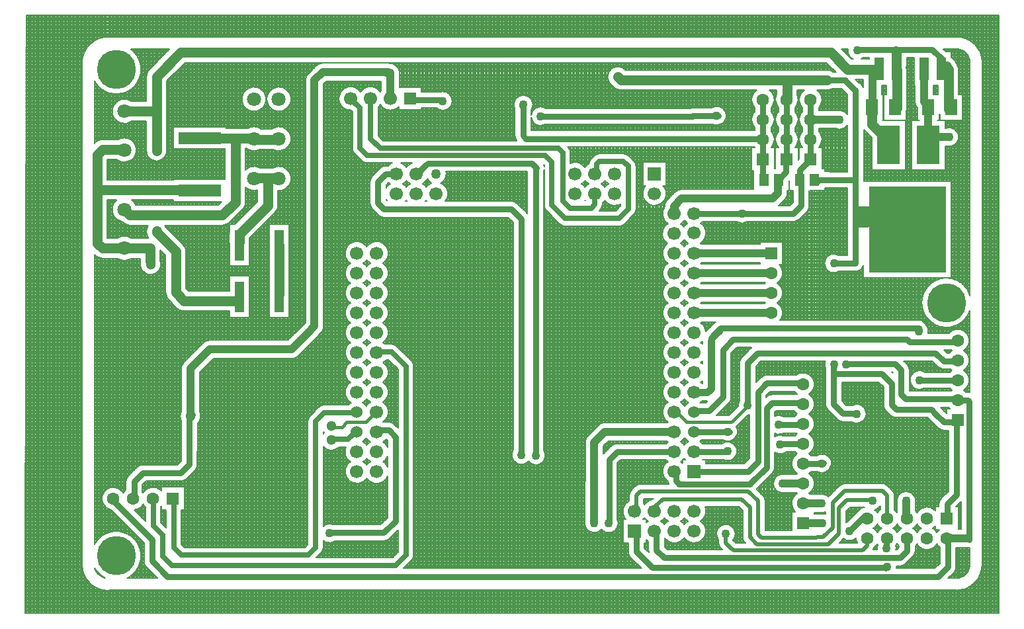
<source format=gbl>
%FSLAX44Y44*%
%MOMM*%
G71*
G01*
G75*
%ADD10C,0.2032*%
%ADD11R,2.1500X1.1000*%
%ADD12R,2.1500X1.1000*%
%ADD13R,2.1500X3.5000*%
%ADD14R,5.0000X4.0000*%
%ADD15R,1.3000X1.5000*%
%ADD16R,3.0000X3.5000*%
%ADD17C,1.0160*%
%ADD18C,1.2700*%
%ADD19C,0.7620*%
%ADD20C,0.8890*%
%ADD21C,0.0254*%
%ADD22C,0.3810*%
%ADD23C,0.4000*%
%ADD24C,0.7000*%
%ADD25C,1.8000*%
%ADD26C,1.6000*%
%ADD27R,1.6000X1.6000*%
%ADD28C,5.0000*%
%ADD29C,1.7000*%
%ADD30C,1.5240*%
%ADD31R,1.7000X1.7000*%
%ADD32C,1.2700*%
%ADD33C,1.3000*%
%ADD34C,1.1000*%
%ADD35R,9.9240X11.0700*%
%ADD36R,3.0000X5.0000*%
%ADD37R,1.5000X2.0000*%
%ADD38R,1.2000X3.0000*%
%ADD39R,5.5000X1.5000*%
%ADD40R,1.2000X4.0000*%
%ADD41C,0.5080*%
%ADD42C,0.6350*%
D10*
X1603174Y1186554D02*
X1603040Y1189071D01*
X1602713Y1191570D01*
X1602195Y1194036D01*
X1601490Y1196456D01*
X1600602Y1198815D01*
X1599536Y1201098D01*
X1598298Y1203294D01*
X1596896Y1205388D01*
X1595338Y1207369D01*
X1593632Y1209224D01*
X1591790Y1210944D01*
X1589821Y1212518D01*
X1587738Y1213936D01*
X1585552Y1215190D01*
X1583276Y1216274D01*
X1580925Y1217180D01*
X1578510Y1217903D01*
X1576048Y1218440D01*
X1573551Y1218786D01*
X1571036Y1218940D01*
X1587428Y1186314D02*
X1587217Y1188752D01*
X1586660Y1191134D01*
X1585771Y1193413D01*
X1584565Y1195542D01*
X1583069Y1197478D01*
X1581313Y1199182D01*
X1579333Y1200618D01*
X1577168Y1201758D01*
X1574863Y1202578D01*
X1572464Y1203062D01*
X1570021Y1203199D01*
X1572768Y1177036D02*
X1572555Y1179375D01*
X1571923Y1181638D01*
X1570893Y1183749D01*
X1569499Y1185639D01*
X1571036Y1218940D02*
X1569899Y1219023D01*
X1568554Y1203314D02*
X1570021Y1203199D01*
X1569499Y1185639D02*
X1568518Y1187786D01*
X1567165Y1189719D01*
X1565483Y1191375D01*
X1563528Y1192698D01*
X1506226Y1180100D02*
X1506474Y1182624D01*
X1506728Y1176528D02*
X1506226Y1180100D01*
X1572680Y1090676D02*
X1572410Y1093220D01*
X1571610Y1095651D01*
X1570318Y1097859D01*
X1568590Y1099747D01*
X1566505Y1101229D01*
X1564154Y1102239D01*
X1561643Y1102733D01*
X1559085Y1102688D01*
X1556593Y1102106D01*
X1517142Y1135380D02*
X1517479Y1132596D01*
X1518469Y1129972D01*
X1520056Y1127660D01*
X1517142Y1135380D02*
X1517479Y1132596D01*
X1518469Y1129972D01*
X1520056Y1127660D01*
X1548264Y1120117D02*
X1549266Y1118462D01*
X1505592Y1122709D02*
X1506441Y1125302D01*
X1506728Y1128014D01*
X1431266Y1203271D02*
X1431145Y1200699D01*
X1431571Y1198160D01*
X1432525Y1195768D01*
X1433962Y1193632D01*
X1435819Y1191849D01*
X1438011Y1190498D01*
X1448445D02*
X1451159Y1192276D01*
X1450643Y1154661D02*
X1449236Y1157171D01*
X1447197Y1159201D01*
X1444679Y1160594D01*
X1412714Y1173734D02*
X1410237Y1175316D01*
X1407467Y1176299D01*
X1404547Y1176633D01*
Y1150725D02*
X1407074Y1150973D01*
X1409503Y1151710D01*
X1411742Y1152906D01*
X1451537Y1099944D02*
X1453118Y1098026D01*
X1451537Y1099944D02*
X1453133Y1098011D01*
X1430710Y1119203D02*
X1429073Y1121219D01*
X1427045Y1122838D01*
X1424718Y1123988D01*
X1422199Y1124616D01*
X1420042Y1124817D01*
X1415901Y1101449D02*
X1418198Y1100751D01*
X1420587Y1100521D01*
X1422974Y1100766D01*
X1425267Y1101478D01*
X1427373Y1102627D01*
X1429212Y1104170D01*
X1430710Y1106046D01*
X1398069Y1138533D02*
X1397872Y1140926D01*
X1397285Y1143255D01*
X1396324Y1145456D01*
X1395015Y1147470D01*
X1393394Y1149242D01*
X1391505Y1150725D01*
X1393880Y1128294D02*
X1395660Y1130497D01*
X1396981Y1133001D01*
X1397795Y1135714D01*
X1398069Y1138533D01*
X1375426Y1150725D02*
X1373410Y1149124D01*
X1371707Y1147194D01*
X1370369Y1144995D01*
X1369438Y1142596D01*
X1368943Y1140070D01*
X1368898Y1137497D01*
X1369306Y1134955D01*
X1370154Y1132525D01*
X1371416Y1130282D01*
X1373051Y1128294D01*
Y1123371D02*
X1371447Y1121430D01*
X1370201Y1119242D01*
X1369348Y1116872D01*
X1368916Y1114392D01*
Y1111874D01*
X1369348Y1109393D01*
X1370201Y1107023D01*
X1371447Y1104835D01*
X1373051Y1102894D01*
X1558578Y1078738D02*
X1561196Y1078588D01*
X1563785Y1079005D01*
X1566223Y1079970D01*
X1568397Y1081438D01*
X1570203Y1083339D01*
X1571557Y1085584D01*
X1572396Y1088069D01*
X1572680Y1090676D01*
X1398069Y1087733D02*
X1397795Y1090551D01*
X1396981Y1093264D01*
X1395660Y1095769D01*
X1393880Y1097971D01*
Y1077494D02*
X1395660Y1079697D01*
X1396981Y1082201D01*
X1397795Y1084914D01*
X1398069Y1087733D01*
X1373051Y1097971D02*
X1371447Y1096030D01*
X1370201Y1093842D01*
X1369348Y1091472D01*
X1368916Y1088992D01*
Y1086474D01*
X1369348Y1083993D01*
X1370201Y1081623D01*
X1371447Y1079435D01*
X1373051Y1077494D01*
X1409035Y1046226D02*
X1406326Y1046585D01*
X1401402Y1025757D02*
X1404112Y1025398D01*
X1390323Y1021947D02*
X1392083Y1022067D01*
X1387802D02*
X1389561Y1021947D01*
X1378637Y995533D02*
X1380292Y997690D01*
X1381333Y1000201D01*
X1381687Y1002897D01*
X1378637Y995533D02*
X1380292Y997690D01*
X1381333Y1000201D01*
X1381687Y1002897D01*
X1448487Y921873D02*
X1450244Y924211D01*
X1451282Y926945D01*
X1448487Y921873D02*
X1450244Y924211D01*
X1451282Y926945D01*
X1440869Y918569D02*
X1443565Y918923D01*
X1446077Y919964D01*
X1448233Y921619D01*
X1440869Y918569D02*
X1443565Y918923D01*
X1446077Y919964D01*
X1448233Y921619D01*
X1419606Y939397D02*
X1417294Y940456D01*
X1414810Y941009D01*
X1412267Y941030D01*
X1409774Y940519D01*
X1407444Y939499D01*
X1405379Y938014D01*
X1403669Y936130D01*
X1402391Y933931D01*
X1401601Y931513D01*
X1401333Y928983D01*
X1401601Y926453D01*
X1402391Y924035D01*
X1403669Y921835D01*
X1405379Y919951D01*
X1407444Y918467D01*
X1409774Y917446D01*
X1412267Y916935D01*
X1414810Y916957D01*
X1417294Y917509D01*
X1419606Y918569D01*
X1367590Y1138533D02*
X1367432Y1140671D01*
X1366963Y1142763D01*
X1366194Y1144764D01*
X1363400Y1128294D02*
X1365180Y1130497D01*
X1366501Y1133001D01*
X1367315Y1135714D01*
X1367590Y1138533D01*
X1337110D02*
X1336912Y1140926D01*
X1336325Y1143255D01*
X1335364Y1145456D01*
X1334055Y1147470D01*
X1332434Y1149242D01*
X1330545Y1150725D01*
X1340285Y1145743D02*
X1339177Y1143287D01*
X1338539Y1140670D01*
X1338392Y1137979D01*
X1338742Y1135308D01*
X1339577Y1132746D01*
X1340868Y1130381D01*
X1342572Y1128294D01*
X1367590Y1113133D02*
X1367315Y1115951D01*
X1366501Y1118664D01*
X1365180Y1121169D01*
X1363400Y1123371D01*
Y1102894D02*
X1365180Y1105097D01*
X1366501Y1107601D01*
X1367315Y1110314D01*
X1367590Y1113133D01*
X1342572Y1123371D02*
X1340967Y1121430D01*
X1339721Y1119242D01*
X1338868Y1116872D01*
X1338436Y1114392D01*
Y1111874D01*
X1338868Y1109393D01*
X1339721Y1107023D01*
X1340967Y1104835D01*
X1342572Y1102894D01*
X1332919Y1128294D02*
X1334700Y1130497D01*
X1336021Y1133001D01*
X1336835Y1135714D01*
X1337110Y1138533D01*
X1314466Y1150725D02*
X1312451Y1149124D01*
X1310747Y1147194D01*
X1309409Y1144995D01*
X1308478Y1142596D01*
X1307983Y1140070D01*
X1307938Y1137497D01*
X1308346Y1134955D01*
X1309194Y1132525D01*
X1310456Y1130282D01*
X1312092Y1128294D01*
X1337110Y1113133D02*
X1336835Y1115951D01*
X1336021Y1118664D01*
X1334700Y1121169D01*
X1332919Y1123371D01*
Y1102894D02*
X1334700Y1105097D01*
X1336021Y1107601D01*
X1336835Y1110314D01*
X1337110Y1113133D01*
X1312092Y1123371D02*
X1310487Y1121430D01*
X1309241Y1119242D01*
X1308388Y1116872D01*
X1307956Y1114392D01*
Y1111874D01*
X1308388Y1109393D01*
X1309241Y1107023D01*
X1310487Y1104835D01*
X1312092Y1102894D01*
X1367590Y1087733D02*
X1367315Y1090551D01*
X1366501Y1093264D01*
X1365180Y1095769D01*
X1363400Y1097971D01*
Y1077494D02*
X1365180Y1079697D01*
X1366501Y1082201D01*
X1367315Y1084914D01*
X1367590Y1087733D01*
X1342572Y1097971D02*
X1340967Y1096030D01*
X1339721Y1093842D01*
X1338868Y1091472D01*
X1338436Y1088992D01*
Y1086474D01*
X1338868Y1083993D01*
X1339721Y1081623D01*
X1340967Y1079435D01*
X1342572Y1077494D01*
X1337110Y1087733D02*
X1336835Y1090551D01*
X1336021Y1093264D01*
X1334700Y1095769D01*
X1332919Y1097971D01*
Y1077494D02*
X1334700Y1079697D01*
X1336021Y1082201D01*
X1336835Y1084914D01*
X1337110Y1087733D01*
X1311435Y1078208D02*
X1312092Y1077494D01*
X1274758Y1121927D02*
X1273724Y1124151D01*
X1272261Y1126121D01*
X1270432Y1127755D01*
X1268311Y1128987D01*
X1265985Y1129766D01*
X1263550Y1130061D01*
X1261105Y1129858D01*
X1258752Y1129166D01*
X1256586Y1128014D01*
X1275588Y1117854D02*
X1275378Y1119932D01*
X1274758Y1121927D01*
X1274238Y1112726D02*
X1275245Y1115203D01*
X1275588Y1117854D01*
X1257805Y1107186D02*
X1260051Y1106305D01*
X1262427Y1105888D01*
X1264839Y1105950D01*
X1267190Y1106489D01*
X1269388Y1107484D01*
X1271345Y1108895D01*
X1272984Y1110666D01*
X1274238Y1112726D01*
X1145737Y1176902D02*
X1143774Y1178513D01*
X1141535Y1179711D01*
X1139105Y1180448D01*
X1136578Y1180697D01*
X1134050Y1180448D01*
X1131620Y1179711D01*
X1129381Y1178513D01*
X1127418Y1176902D01*
X1125807Y1174939D01*
X1124610Y1172700D01*
X1123872Y1170270D01*
X1123624Y1167743D01*
X1123872Y1165215D01*
X1124610Y1162785D01*
X1125807Y1160546D01*
X1127418Y1158583D01*
X1131467Y1154533D02*
X1133432Y1152916D01*
X1135675Y1151715D01*
X1138109Y1150975D01*
X1140641Y1150725D01*
X1131482Y1154519D02*
X1133445Y1152908D01*
X1135684Y1151711D01*
X1138114Y1150974D01*
X1140641Y1150725D01*
X1232662Y1128014D02*
X1229449Y1127506D01*
X1232154Y1106678D02*
X1235367Y1107186D01*
X1350137Y1010525D02*
X1351593Y1012297D01*
X1352675Y1014318D01*
X1353341Y1016512D01*
X1353566Y1018794D01*
X1350144Y1010532D02*
X1351597Y1012303D01*
X1352677Y1014323D01*
X1353342Y1016515D01*
X1353566Y1018794D01*
X1361113Y982323D02*
X1363809Y982678D01*
X1366320Y983718D01*
X1368477Y985373D01*
X1361113Y982323D02*
X1363809Y982678D01*
X1366320Y983718D01*
X1368477Y985373D01*
X1342727Y1003151D02*
X1343286Y1003674D01*
X1342727Y1003151D02*
X1343293Y1003681D01*
X1288916Y982323D02*
X1291012Y981199D01*
X1293288Y980508D01*
X1295654Y980274D01*
X1298020Y980508D01*
X1300296Y981199D01*
X1302392Y982323D01*
X1249544Y967740D02*
X1249348Y970167D01*
X1248764Y972532D01*
X1247807Y974771D01*
X1246504Y976828D01*
X1244886Y978649D01*
X1242997Y980186D01*
X1242207Y954786D02*
X1244307Y956304D01*
X1246116Y958159D01*
X1247582Y960296D01*
X1248661Y962652D01*
X1249322Y965158D01*
X1249544Y967740D01*
X1242997Y980186D02*
X1245479Y982323D01*
X1243882Y953621D02*
X1242207Y954786D01*
X1242616Y929132D02*
X1244138Y930253D01*
X1347778Y916537D02*
X1347576Y918955D01*
X1346976Y921307D01*
X1345995Y923528D01*
X1344660Y925555D01*
X1343008Y927333D01*
X1340384Y903837D02*
X1342493Y905293D01*
X1344315Y907095D01*
X1345794Y909189D01*
X1346885Y911509D01*
X1347552Y913983D01*
X1347778Y916537D01*
X1324412Y904853D02*
X1325963Y903837D01*
X1347778Y891137D02*
X1347552Y893690D01*
X1346885Y896165D01*
X1345794Y898484D01*
X1344315Y900578D01*
X1342493Y902380D01*
X1340384Y903837D01*
X1325963D02*
X1324412Y902821D01*
X1340384Y878437D02*
X1342493Y879893D01*
X1344315Y881695D01*
X1345794Y883789D01*
X1346885Y886109D01*
X1347552Y888583D01*
X1347778Y891137D01*
X1324412Y879453D02*
X1325963Y878437D01*
X1324412Y877421D01*
X1347778Y865737D02*
X1347552Y868290D01*
X1346885Y870765D01*
X1345794Y873084D01*
X1344315Y875178D01*
X1342493Y876980D01*
X1340384Y878437D01*
X1243882Y928221D02*
X1242616Y929132D01*
Y903732D02*
X1244138Y904853D01*
X1243882Y902821D02*
X1242616Y903732D01*
X1218184Y1023620D02*
X1215902Y1023395D01*
X1213708Y1022729D01*
X1211686Y1021647D01*
X1209915Y1020191D01*
X1218184Y1023620D02*
X1215905Y1023395D01*
X1213713Y1022731D01*
X1211693Y1021651D01*
X1209922Y1020198D01*
X1198744Y1018032D02*
X1198479Y1020848D01*
X1197694Y1023565D01*
X1196417Y1026087D01*
X1194691Y1028328D01*
X1150858Y1066453D02*
X1148833Y1068008D01*
X1146474Y1068984D01*
X1143943Y1069318D01*
X1150864Y1066447D02*
X1148838Y1068005D01*
X1146477Y1068984D01*
X1143943Y1069318D01*
X1112955D02*
X1110422Y1068984D01*
X1108061Y1068005D01*
X1106034Y1066447D01*
X1112955Y1069318D02*
X1110424Y1068984D01*
X1108066Y1068008D01*
X1106041Y1066453D01*
X1160072Y1053189D02*
X1159738Y1055723D01*
X1158759Y1058083D01*
X1157202Y1060110D01*
X1160072Y1053189D02*
X1159739Y1055720D01*
X1158762Y1058078D01*
X1157208Y1060103D01*
X1120140Y1035256D02*
X1121428Y1033538D01*
X1122946Y1032020D01*
X1124664Y1030732D01*
X1102485Y1062897D02*
X1100994Y1060980D01*
X1100022Y1058755D01*
X1099628Y1056359D01*
X1102491Y1062904D02*
X1100997Y1060985D01*
X1100023Y1058758D01*
X1099628Y1056359D01*
X1115616Y1030732D02*
X1117334Y1032020D01*
X1118852Y1033538D01*
X1120140Y1035256D01*
X1124664Y1030732D02*
X1122946Y1029444D01*
X1121428Y1027926D01*
X1120140Y1026208D01*
X1118852Y1027926D01*
X1117334Y1029444D01*
X1115616Y1030732D01*
X1221740Y984456D02*
X1223599Y982115D01*
X1225883Y980186D01*
X1224146Y978793D01*
X1222633Y977159D01*
X1221376Y975321D01*
X1221850Y959397D02*
X1223222Y957626D01*
X1224842Y956078D01*
X1226673Y954786D01*
X1224791Y953452D01*
X1223133Y951847D01*
X1221740Y950008D01*
Y933656D02*
X1223028Y931938D01*
X1224546Y930420D01*
X1226264Y929132D01*
X1216887Y979726D02*
X1218737Y981052D01*
X1220367Y982641D01*
X1221740Y984456D01*
X1200270Y1010546D02*
X1198817Y1008775D01*
X1197737Y1006755D01*
X1197073Y1004563D01*
X1196848Y1002284D01*
X1200277Y1010553D02*
X1198821Y1008782D01*
X1197739Y1006760D01*
X1197073Y1004566D01*
X1196848Y1002284D01*
Y1001547D02*
X1195559Y999443D01*
X1194629Y997156D01*
X1194085Y994748D01*
X1193940Y992284D01*
X1194198Y989829D01*
X1194853Y987449D01*
X1195887Y985207D01*
X1197272Y983164D01*
X1198971Y981374D01*
X1200939Y979884D01*
X1217281Y954490D02*
X1219043Y955891D01*
X1220577Y957539D01*
X1221850Y959397D01*
X1221740Y950008D02*
X1220469Y951706D01*
X1218973Y953210D01*
X1217281Y954490D01*
X1217216Y929132D02*
X1218934Y930420D01*
X1220452Y931938D01*
X1221740Y933656D01*
X1221376Y975321D02*
X1219363Y977760D01*
X1216887Y979726D01*
X1200939Y979884D02*
X1198890Y978388D01*
X1197120Y976571D01*
X1195678Y974483D01*
X1194607Y972183D01*
X1193936Y969736D01*
X1193684Y967211D01*
X1193858Y964680D01*
X1194453Y962214D01*
X1195453Y959882D01*
X1196829Y957750D01*
X1198542Y955879D01*
X1200545Y954321D01*
X1198616Y952762D01*
X1196968Y950909D01*
X1195646Y948812D01*
X1194684Y946526D01*
X1194109Y944114D01*
X1193937Y941640D01*
X1194172Y939172D01*
X1194808Y936775D01*
X1195827Y934515D01*
X1197202Y932451D01*
X1198897Y930641D01*
X1200864Y929132D01*
X1226264D02*
X1224546Y927844D01*
X1223028Y926326D01*
X1221740Y924608D01*
Y908256D02*
X1223028Y906538D01*
X1224546Y905020D01*
X1226264Y903732D01*
X1224546Y902444D01*
X1223028Y900926D01*
X1221740Y899208D01*
X1242616Y878332D02*
X1244138Y879453D01*
X1221740Y882856D02*
X1223028Y881138D01*
X1224546Y879620D01*
X1226264Y878332D01*
X1243882Y877421D02*
X1242616Y878332D01*
X1226264D02*
X1224546Y877044D01*
X1223028Y875526D01*
X1221740Y873808D01*
Y924608D02*
X1220452Y926326D01*
X1218934Y927844D01*
X1217216Y929132D01*
X1200864D02*
X1198873Y927602D01*
X1197163Y925763D01*
X1195781Y923665D01*
X1194765Y921368D01*
X1194145Y918935D01*
X1193936Y916432D01*
X1194145Y913929D01*
X1194765Y911496D01*
X1195781Y909199D01*
X1197163Y907101D01*
X1198873Y905262D01*
X1200864Y903732D01*
X1217216D02*
X1218934Y905020D01*
X1220452Y906538D01*
X1221740Y908256D01*
Y899208D02*
X1220452Y900926D01*
X1218934Y902444D01*
X1217216Y903732D01*
Y878332D02*
X1218934Y879620D01*
X1220452Y881138D01*
X1221740Y882856D01*
X1200864Y903732D02*
X1198873Y902202D01*
X1197163Y900363D01*
X1195781Y898266D01*
X1194765Y895968D01*
X1194145Y893535D01*
X1193936Y891032D01*
X1194145Y888529D01*
X1194765Y886096D01*
X1195781Y883799D01*
X1197163Y881701D01*
X1198873Y879862D01*
X1200864Y878332D01*
X1221740Y873808D02*
X1220452Y875526D01*
X1218934Y877044D01*
X1217216Y878332D01*
X1172589Y1028328D02*
X1171013Y1026320D01*
X1169798Y1024075D01*
X1168978Y1021658D01*
X1168577Y1019137D01*
X1168605Y1016585D01*
X1169064Y1014074D01*
X1169939Y1011676D01*
X1171205Y1009459D01*
X1172826Y1007488D01*
X1174756Y1005817D01*
X1176940Y1004495D01*
X1179315Y1003560D01*
X1181814Y1003039D01*
X1184364Y1002945D01*
X1186895Y1003283D01*
X1189332Y1004042D01*
X1191607Y1005200D01*
X1193654Y1006725D01*
X1195415Y1008572D01*
X1196840Y1010690D01*
X1197887Y1013018D01*
X1198528Y1015489D01*
X1198744Y1018032D01*
X1120140Y1009856D02*
X1121708Y1007823D01*
X1123598Y1006085D01*
X1125755Y1004693D01*
X1128117Y1003685D01*
X1130615Y1003093D01*
X1133178Y1002932D01*
X1135731Y1003207D01*
X1138200Y1003911D01*
X1140515Y1005023D01*
X1117147Y1006460D02*
X1118771Y1008045D01*
X1120140Y1009856D01*
X1114276Y997246D02*
X1115833Y999272D01*
X1116813Y1001633D01*
X1117147Y1004167D01*
X1114282Y997252D02*
X1115836Y999277D01*
X1116813Y1001636D01*
X1117147Y1004167D01*
X1157202Y991404D02*
X1158759Y993430D01*
X1159738Y995791D01*
X1160072Y998325D01*
X1157208Y991410D02*
X1158762Y993435D01*
X1159739Y995794D01*
X1160072Y998325D01*
X1138251Y976503D02*
X1140785Y976837D01*
X1143145Y977816D01*
X1145172Y979373D01*
X1138251Y976503D02*
X1140782Y976836D01*
X1143140Y977813D01*
X1145166Y979367D01*
X1586537Y830177D02*
X1586306Y832767D01*
X1585619Y835275D01*
X1584498Y837621D01*
X1582978Y839731D01*
X1581109Y841539D01*
X1578948Y842986D01*
X1576565Y844027D01*
X1574035Y844629D01*
X1571439Y844772D01*
X1568858Y844453D01*
X1566375Y843681D01*
X1564068Y842482D01*
X1562010Y840892D01*
X1560267Y838962D01*
X1579144Y817477D02*
X1581253Y818933D01*
X1583075Y820735D01*
X1584554Y822829D01*
X1585645Y825149D01*
X1586313Y827623D01*
X1586537Y830177D01*
Y804777D02*
X1586313Y807330D01*
X1585645Y809805D01*
X1584554Y812124D01*
X1583075Y814218D01*
X1581253Y816020D01*
X1579144Y817477D01*
Y792077D02*
X1581253Y793533D01*
X1583075Y795335D01*
X1584554Y797429D01*
X1585645Y799749D01*
X1586313Y802223D01*
X1586537Y804777D01*
X1563672Y818134D02*
X1564723Y817477D01*
X1534254Y842115D02*
X1534056Y844290D01*
X1533472Y846394D01*
X1532518Y848359D01*
X1533836Y838962D02*
X1534254Y842115D01*
X1564723Y817477D02*
X1562668Y816065D01*
X1560882Y814324D01*
X1562659Y793496D02*
X1564723Y792077D01*
X1561695Y789791D01*
X1546608Y796546D02*
X1548765Y794891D01*
X1551277Y793851D01*
X1553972Y793496D01*
X1546608Y796546D02*
X1548765Y794891D01*
X1551277Y793851D01*
X1553972Y793496D01*
X1546608Y796546D02*
X1548765Y794891D01*
X1551277Y793851D01*
X1553972Y793496D01*
X1586537Y779377D02*
X1586313Y781930D01*
X1585645Y784405D01*
X1584554Y786724D01*
X1583075Y788818D01*
X1581253Y790620D01*
X1579144Y792077D01*
Y766677D02*
X1581253Y768133D01*
X1583075Y769935D01*
X1584554Y772029D01*
X1585645Y774349D01*
X1586313Y776823D01*
X1586537Y779377D01*
X1561695Y768963D02*
X1564723Y766677D01*
X1563034Y765556D01*
X1587448Y764076D02*
X1584907Y764391D01*
X1587448Y764076D02*
X1584907Y764391D01*
X1582172D02*
X1579144Y766677D01*
X1560631Y744728D02*
X1562099Y743181D01*
X1552084Y742071D02*
X1550922Y743456D01*
X1546536Y718165D02*
X1548692Y716510D01*
X1551204Y715470D01*
X1553900Y715115D01*
X1546536Y718165D02*
X1548692Y716510D01*
X1551204Y715470D01*
X1553900Y715115D01*
X1534921Y730002D02*
X1536083Y728617D01*
X1532518Y848359D02*
X1530777Y851414D01*
X1529943Y852430D02*
X1528300Y854032D01*
X1526346Y855235D01*
X1524176Y855981D01*
X1521895Y856234D01*
X1529942Y852431D02*
X1528299Y854033D01*
X1526345Y855235D01*
X1524176Y855981D01*
X1521895Y856234D01*
X1587448Y887987D02*
X1586600Y890368D01*
X1585565Y892673D01*
X1584349Y894889D01*
X1582959Y897000D01*
X1581406Y898993D01*
X1579698Y900856D01*
X1577847Y902577D01*
X1575864Y904144D01*
X1573763Y905548D01*
X1571556Y906779D01*
X1569257Y907830D01*
X1566882Y908694D01*
X1564446Y909365D01*
X1561964Y909840D01*
X1559451Y910115D01*
X1556925Y910188D01*
X1554401Y910059D01*
X1551896Y909729D01*
X1549424Y909200D01*
X1547003Y908475D01*
X1544648Y907558D01*
X1542374Y906457D01*
X1540194Y905177D01*
X1538124Y903727D01*
X1536176Y902117D01*
X1534364Y900356D01*
X1532697Y898456D01*
X1531189Y896429D01*
X1529846Y894287D01*
X1528679Y892046D01*
X1527695Y889718D01*
X1526900Y887319D01*
X1526300Y884864D01*
X1525897Y882369D01*
X1525695Y879850D01*
Y877322D01*
X1525897Y874803D01*
X1526300Y872308D01*
X1526900Y869853D01*
X1527695Y867454D01*
X1528679Y865126D01*
X1529846Y862885D01*
X1531189Y860743D01*
X1532697Y858716D01*
X1534364Y856816D01*
X1536176Y855055D01*
X1538124Y853445D01*
X1540194Y851995D01*
X1542374Y850715D01*
X1544648Y849614D01*
X1547003Y848697D01*
X1549424Y847972D01*
X1551896Y847443D01*
X1554401Y847113D01*
X1556925Y846984D01*
X1559451Y847057D01*
X1561964Y847332D01*
X1564446Y847807D01*
X1566882Y848478D01*
X1569258Y849342D01*
X1571556Y850393D01*
X1573763Y851624D01*
X1575865Y853028D01*
X1577847Y854595D01*
X1579698Y856316D01*
X1581406Y858179D01*
X1582959Y860172D01*
X1584349Y862283D01*
X1585565Y864499D01*
X1586600Y866805D01*
X1587448Y869185D01*
X1509776Y792734D02*
X1509421Y795429D01*
X1508381Y797941D01*
X1506726Y800098D01*
X1509776Y792734D02*
X1509421Y795429D01*
X1508381Y797941D01*
X1506726Y800098D01*
X1529236Y789791D02*
X1526969Y790941D01*
X1524512Y791592D01*
X1521973Y791715D01*
X1519464Y791306D01*
X1517096Y790381D01*
X1514973Y788982D01*
X1513189Y787171D01*
X1511823Y785027D01*
X1510935Y782645D01*
X1510564Y780130D01*
X1510726Y777593D01*
X1511415Y775146D01*
X1512599Y772897D01*
X1514228Y770945D01*
X1516228Y769376D01*
X1518512Y768259D01*
X1520978Y767644D01*
X1523519Y767557D01*
X1526022Y768003D01*
X1528376Y768963D01*
X1402344Y803910D02*
X1401750Y801676D01*
X1401592Y799370D01*
X1401875Y797076D01*
X1402588Y794878D01*
X1388418Y774297D02*
X1388206Y776772D01*
X1387578Y779176D01*
X1386552Y781438D01*
X1385157Y783494D01*
X1383434Y785284D01*
X1381432Y786756D01*
X1379210Y787867D01*
X1376832Y788585D01*
X1374367Y788890D01*
X1371885Y788773D01*
X1369459Y788236D01*
X1367159Y787297D01*
X1365052Y785981D01*
X1381024Y761597D02*
X1383133Y763053D01*
X1384955Y764855D01*
X1386434Y766949D01*
X1387525Y769269D01*
X1388192Y771743D01*
X1388418Y774297D01*
Y748897D02*
X1388192Y751450D01*
X1387525Y753925D01*
X1386434Y756244D01*
X1384955Y758338D01*
X1383133Y760140D01*
X1381024Y761597D01*
X1485902Y734570D02*
X1488059Y732915D01*
X1490571Y731875D01*
X1493266Y731520D01*
X1485902Y734570D02*
X1488059Y732915D01*
X1490571Y731875D01*
X1493266Y731520D01*
X1476756Y748030D02*
X1477111Y745335D01*
X1478151Y742823D01*
X1479806Y740666D01*
X1476756Y748030D02*
X1477111Y745335D01*
X1478151Y742823D01*
X1479806Y740666D01*
X1454751Y736451D02*
X1454490Y738951D01*
X1453718Y741344D01*
X1452469Y743525D01*
X1450795Y745402D01*
X1448770Y746892D01*
X1446481Y747932D01*
X1444027Y748476D01*
X1441513Y748501D01*
X1439048Y748007D01*
X1436738Y747014D01*
X1436233Y726186D02*
X1438547Y725062D01*
X1441046Y724453D01*
X1443618Y724386D01*
X1446146Y724863D01*
X1448515Y725864D01*
X1450620Y727343D01*
X1452365Y729234D01*
X1453670Y731450D01*
X1454478Y733893D01*
X1454751Y736451D01*
X1402588Y748538D02*
X1402943Y745843D01*
X1403983Y743331D01*
X1405638Y741174D01*
X1402588Y748538D02*
X1402943Y745843D01*
X1403983Y743331D01*
X1405638Y741174D01*
X1381024Y736197D02*
X1383133Y737653D01*
X1384955Y739455D01*
X1386434Y741549D01*
X1387525Y743869D01*
X1388192Y746343D01*
X1388418Y748897D01*
Y723497D02*
X1388192Y726050D01*
X1387525Y728525D01*
X1386434Y730844D01*
X1384955Y732938D01*
X1383133Y734740D01*
X1381024Y736197D01*
X1417576Y729236D02*
X1419733Y727581D01*
X1422245Y726541D01*
X1424940Y726186D01*
X1417576Y729236D02*
X1419733Y727581D01*
X1422245Y726541D01*
X1424940Y726186D01*
X1381024Y710797D02*
X1383133Y712253D01*
X1384955Y714055D01*
X1386434Y716149D01*
X1387525Y718469D01*
X1388192Y720943D01*
X1388418Y723497D01*
Y698097D02*
X1388192Y700650D01*
X1387525Y703125D01*
X1386434Y705444D01*
X1384955Y707538D01*
X1383133Y709340D01*
X1381024Y710797D01*
Y685397D02*
X1383133Y686853D01*
X1384955Y688655D01*
X1386434Y690749D01*
X1387525Y693069D01*
X1388192Y695543D01*
X1388418Y698097D01*
X1403800Y683145D02*
X1401456Y684200D01*
X1398941Y684736D01*
X1396371Y684729D01*
X1393859Y684179D01*
X1391521Y683111D01*
X1384052D02*
X1381024Y685397D01*
X1585274Y565215D02*
X1587448Y565200D01*
X1584049Y565150D02*
X1585274Y565215D01*
X1559996Y683418D02*
X1559814Y681482D01*
X1550672Y628140D02*
X1549017Y625983D01*
X1547977Y623471D01*
X1547622Y620776D01*
X1550672Y628140D02*
X1549017Y625983D01*
X1547977Y623471D01*
X1547622Y620776D01*
X1517578Y621784D02*
X1517997Y624945D01*
X1543178Y612323D02*
X1541341Y614021D01*
X1539242Y615381D01*
X1536941Y616362D01*
X1534507Y616937D01*
X1532010Y617087D01*
X1529524Y616810D01*
X1527122Y616112D01*
X1524874Y615014D01*
X1522847Y613549D01*
X1521099Y611760D01*
X1519682Y609698D01*
Y609698D02*
X1517578Y612539D01*
X1539592Y589788D02*
X1541498Y591079D01*
X1543178Y592653D01*
X1547947Y587884D02*
X1546373Y586204D01*
X1545082Y584298D01*
Y569878D02*
X1546737Y567533D01*
X1548819Y565558D01*
X1519682Y595278D02*
X1521172Y593128D01*
X1523022Y591278D01*
X1525172Y589788D01*
X1514192D02*
X1516342Y591278D01*
X1518192Y593128D01*
X1519682Y595278D01*
X1545082Y584298D02*
X1543592Y586448D01*
X1541742Y588298D01*
X1539592Y589788D01*
X1525172D02*
X1523022Y588298D01*
X1521172Y586448D01*
X1519682Y584298D01*
X1518192Y586448D01*
X1516342Y588298D01*
X1514192Y589788D01*
X1517578Y567037D02*
X1519682Y569878D01*
X1602971Y541971D02*
X1603155Y543665D01*
X1587448Y545434D02*
X1587247Y543545D01*
X1570362Y526138D02*
X1572776Y526346D01*
X1575137Y526892D01*
X1577397Y527765D01*
X1579511Y528948D01*
X1581438Y530418D01*
X1583138Y532144D01*
X1584578Y534093D01*
X1585729Y536225D01*
X1586568Y538498D01*
X1587078Y540867D01*
X1587249Y543284D01*
X1570602Y510392D02*
X1573091Y510524D01*
X1575562Y510844D01*
X1578003Y511351D01*
X1580398Y512041D01*
X1582734Y512910D01*
X1584997Y513954D01*
X1587175Y515165D01*
X1589255Y516539D01*
X1591225Y518066D01*
X1593073Y519737D01*
X1594790Y521544D01*
X1596365Y523476D01*
X1597789Y525521D01*
X1599055Y527668D01*
X1600154Y529905D01*
X1601080Y532219D01*
X1601829Y534596D01*
X1602396Y537023D01*
X1602777Y539486D01*
X1602971Y541971D01*
X1566597Y533253D02*
X1568252Y535410D01*
X1569293Y537921D01*
X1569648Y540617D01*
X1566597Y533253D02*
X1568252Y535410D01*
X1569293Y537921D01*
X1569648Y540617D01*
X1519682Y569878D02*
X1521138Y567768D01*
X1522941Y565946D01*
X1525034Y564467D01*
X1527354Y563377D01*
X1529829Y562709D01*
X1532382Y562484D01*
X1534935Y562709D01*
X1537410Y563377D01*
X1539730Y564467D01*
X1541823Y565946D01*
X1543626Y567768D01*
X1545082Y569878D01*
X1514527Y553827D02*
X1516182Y555984D01*
X1517223Y558495D01*
X1517578Y561191D01*
X1514527Y553827D02*
X1516182Y555984D01*
X1517223Y558495D01*
X1517578Y561191D01*
X1481879Y644364D02*
X1479986Y645818D01*
X1477780Y646731D01*
X1475414Y647043D01*
X1481891Y644352D02*
X1479995Y645812D01*
X1477786Y646730D01*
X1475414Y647043D01*
X1517997Y624945D02*
X1517724Y627502D01*
X1516917Y629943D01*
X1515612Y632159D01*
X1513869Y634050D01*
X1511765Y635529D01*
X1509397Y636531D01*
X1506870Y637009D01*
X1504299Y636943D01*
X1501800Y636336D01*
X1499486Y635214D01*
X1497461Y633628D01*
X1495817Y631651D01*
X1494628Y629371D01*
X1493947Y626891D01*
X1493805Y624323D01*
X1494209Y621784D01*
X1490907Y631549D02*
X1490596Y633915D01*
X1489682Y636121D01*
X1488229Y638014D01*
X1490907Y631549D02*
X1490594Y633921D01*
X1489677Y636130D01*
X1488217Y638027D01*
X1494282Y595278D02*
X1495772Y593128D01*
X1497622Y591278D01*
X1499772Y589788D01*
X1488792D02*
X1490942Y591278D01*
X1492792Y593128D01*
X1494282Y595278D01*
X1494209Y609824D02*
X1492731Y611921D01*
X1490907Y613727D01*
X1465555Y613687D02*
X1468277Y614703D01*
X1470677Y616338D01*
X1472619Y618497D01*
X1452351Y616966D02*
X1450190Y616416D01*
X1448196Y615419D01*
X1446460Y614021D01*
X1452351Y616966D02*
X1450190Y616416D01*
X1448196Y615419D01*
X1446460Y614021D01*
X1472619Y614018D02*
X1470537Y612043D01*
X1468882Y609698D01*
Y595278D02*
X1470372Y593128D01*
X1472222Y591278D01*
X1474372Y589788D01*
X1468882Y609698D02*
X1467397Y611842D01*
X1465555Y613687D01*
X1463392Y589788D02*
X1465542Y591278D01*
X1467392Y593128D01*
X1468882Y595278D01*
X1408847Y668005D02*
X1409996Y670625D01*
X1410390Y673459D01*
X1410094Y675923D01*
X1409223Y678248D01*
X1407827Y680301D01*
X1405984Y681964D01*
X1403800Y683145D01*
X1427153Y647043D02*
X1424781Y646730D01*
X1422572Y645812D01*
X1420676Y644352D01*
X1427153Y647043D02*
X1424787Y646731D01*
X1422581Y645818D01*
X1420688Y644364D01*
X1391521Y662283D02*
X1393866Y661212D01*
X1396386Y660663D01*
X1398964Y660660D01*
X1401485Y661203D01*
X1403834Y662268D01*
X1405903Y663806D01*
X1407600Y665748D01*
X1408847Y668005D01*
X1406244Y629921D02*
X1404254Y631719D01*
X1401917Y633036D01*
X1399347Y633805D01*
X1396671Y633990D01*
X1394021Y633581D01*
X1388418Y647297D02*
X1388192Y649850D01*
X1387525Y652325D01*
X1386434Y654644D01*
X1384955Y656738D01*
X1383133Y658540D01*
X1381024Y659997D01*
X1384052Y662283D01*
X1381024Y634597D02*
X1383133Y636053D01*
X1384955Y637855D01*
X1386434Y639949D01*
X1387525Y642269D01*
X1388192Y644743D01*
X1388418Y647297D01*
X1394021Y610213D02*
X1396891Y609796D01*
X1399778Y610074D01*
X1402516Y611031D01*
X1382575Y633581D02*
X1381024Y634597D01*
X1402516Y607804D02*
X1400067Y608455D01*
X1397538Y608583D01*
X1395037Y608181D01*
X1430248Y597809D02*
X1428496Y597214D01*
X1499772Y589788D02*
X1497622Y588298D01*
X1495772Y586448D01*
X1494282Y584298D01*
Y569878D02*
X1495404Y568187D01*
X1496750Y566668D01*
X1492755Y562461D02*
X1492852Y563985D01*
X1492396Y567273D02*
X1494282Y569878D01*
X1492852Y563985D02*
X1492396Y567273D01*
X1494282Y584298D02*
X1492792Y586448D01*
X1490942Y588298D01*
X1488792Y589788D01*
X1474372D02*
X1472222Y588298D01*
X1470372Y586448D01*
X1468882Y584298D01*
X1467392Y586448D01*
X1465542Y588298D01*
X1463392Y589788D01*
X1468882Y569878D02*
X1469610Y568724D01*
X1468952Y566699D01*
X1468658Y564589D01*
X1468740Y562461D01*
X1498020Y541633D02*
X1500715Y541987D01*
X1503226Y543028D01*
X1505383Y544683D01*
X1498020Y541633D02*
X1500715Y541987D01*
X1503226Y543028D01*
X1505383Y544683D01*
X1493105Y540109D02*
X1493009Y541633D01*
Y538585D02*
X1493105Y540109D01*
X1464471Y565065D02*
X1466178Y566441D01*
X1467659Y568058D01*
X1468882Y569878D01*
X1463368Y562461D02*
X1464471Y565065D01*
X1463368Y562461D02*
X1464471Y565065D01*
X1441579Y577301D02*
X1441703Y575178D01*
X1442135Y573095D01*
X1442864Y571097D01*
X1425712Y576612D02*
X1427792Y575279D01*
X1430099Y574396D01*
X1432538Y574000D01*
X1435006Y574107D01*
X1437401Y574713D01*
X1439623Y575793D01*
X1441579Y577301D01*
X1344263Y856234D02*
X1345764Y858337D01*
X1346871Y860671D01*
X1347549Y863164D01*
X1347778Y865737D01*
X1362426Y765153D02*
X1364346Y763177D01*
X1366603Y761597D01*
X1365774Y761089D01*
X1334444D02*
X1331748Y760734D01*
X1329236Y759693D01*
X1327080Y758038D01*
X1334444Y761089D02*
X1331748Y760734D01*
X1329236Y759693D01*
X1327080Y758038D01*
X1295656Y808988D02*
X1294001Y806831D01*
X1292961Y804319D01*
X1292606Y801624D01*
X1295656Y808988D02*
X1294001Y806831D01*
X1292961Y804319D01*
X1292606Y801624D01*
X1327077Y785981D02*
X1324382Y785626D01*
X1321871Y784585D01*
X1319714Y782931D01*
X1327077Y785981D02*
X1324382Y785626D01*
X1321871Y784585D01*
X1319714Y782931D01*
X1278634Y750318D02*
X1280289Y752475D01*
X1281329Y754987D01*
X1281684Y757682D01*
X1362036Y740261D02*
X1364105Y737987D01*
X1366603Y736197D01*
X1364346Y734616D01*
X1362426Y732641D01*
X1365052Y711813D02*
X1366603Y710797D01*
X1348740Y732641D02*
X1346622Y733633D01*
X1344352Y734199D01*
X1342016Y734318D01*
X1339700Y733985D01*
X1337491Y733213D01*
Y711240D02*
X1339700Y710468D01*
X1342016Y710135D01*
X1344352Y710254D01*
X1346622Y710820D01*
X1348740Y711813D01*
X1366603Y710797D02*
X1363575Y708511D01*
Y687683D02*
X1366603Y685397D01*
X1364494Y683940D01*
X1362672Y682138D01*
X1361193Y680044D01*
X1360102Y677725D01*
X1359434Y675250D01*
X1359209Y672697D01*
X1359434Y670143D01*
X1360102Y667669D01*
X1361193Y665349D01*
X1362672Y663255D01*
X1364494Y661453D01*
X1366603Y659997D01*
X1348332Y708511D02*
X1345568Y709123D01*
X1342738Y709077D01*
X1339996Y708374D01*
X1337491Y707054D01*
Y687107D02*
X1339766Y685878D01*
X1342250Y685160D01*
X1344830Y684986D01*
X1347388Y685364D01*
X1349807Y686277D01*
X1351977Y687683D01*
X1303479Y734931D02*
X1305488Y735220D01*
X1292606Y753593D02*
X1291442Y751288D01*
X1290793Y748789D01*
X1290689Y746208D01*
X1278634Y750318D02*
X1280289Y752475D01*
X1281329Y754987D01*
X1281684Y757682D01*
X1287940Y719545D02*
X1288971Y720423D01*
X1289993Y713337D02*
X1289758Y715537D01*
X1289064Y717638D01*
X1287940Y719545D01*
X1286760Y705794D02*
X1288512Y707983D01*
X1289616Y710559D01*
X1289993Y713337D01*
X1261805Y854053D02*
X1260409Y852871D01*
X1242616Y852932D02*
X1244138Y854053D01*
X1221740Y857456D02*
X1223028Y855738D01*
X1224546Y854220D01*
X1226264Y852932D01*
X1249450Y841912D02*
X1248918Y844536D01*
X1247931Y847024D01*
X1246520Y849299D01*
X1244729Y851289D01*
X1242616Y852932D01*
Y827532D02*
X1244727Y829173D01*
X1226264Y852932D02*
X1224546Y851644D01*
X1223028Y850126D01*
X1221740Y848408D01*
Y832056D02*
X1223028Y830338D01*
X1224546Y828820D01*
X1226264Y827532D01*
X1244727Y825891D02*
X1242616Y827532D01*
Y802132D02*
X1244727Y803773D01*
X1226264Y827532D02*
X1224546Y826244D01*
X1223028Y824726D01*
X1221740Y823008D01*
Y806656D02*
X1223028Y804938D01*
X1224546Y803420D01*
X1226264Y802132D01*
X1244727Y800491D02*
X1242616Y802132D01*
X1226264D02*
X1224546Y800844D01*
X1223028Y799326D01*
X1221740Y797608D01*
Y781256D02*
X1223028Y779538D01*
X1224546Y778020D01*
X1226264Y776732D01*
X1242616D02*
X1244727Y778373D01*
Y775091D02*
X1242616Y776732D01*
X1241767Y750824D02*
X1244738Y752983D01*
X1221740Y755856D02*
X1223247Y753891D01*
X1225054Y752198D01*
X1227113Y750824D01*
X1226264Y776732D02*
X1224546Y775444D01*
X1223028Y773926D01*
X1221740Y772208D01*
X1227113Y750824D02*
X1225234Y749475D01*
X1223597Y747838D01*
X1222248Y745959D01*
X1217216Y852932D02*
X1218934Y854220D01*
X1220452Y855738D01*
X1221740Y857456D01*
Y848408D02*
X1220452Y850126D01*
X1218934Y851644D01*
X1217216Y852932D01*
Y827532D02*
X1218934Y828820D01*
X1220452Y830338D01*
X1221740Y832056D01*
Y823008D02*
X1220452Y824726D01*
X1218934Y826244D01*
X1217216Y827532D01*
Y802132D02*
X1218934Y803420D01*
X1220452Y804938D01*
X1221740Y806656D01*
X1200864Y878332D02*
X1198873Y876802D01*
X1197163Y874963D01*
X1195781Y872866D01*
X1194765Y870568D01*
X1194145Y868135D01*
X1193936Y865632D01*
X1194145Y863129D01*
X1194765Y860696D01*
X1195781Y858399D01*
X1197163Y856301D01*
X1198873Y854462D01*
X1200864Y852932D01*
X1198873Y851402D01*
X1197163Y849563D01*
X1195781Y847466D01*
X1194765Y845168D01*
X1194145Y842735D01*
X1193936Y840232D01*
X1194145Y837729D01*
X1194765Y835296D01*
X1195781Y832999D01*
X1197163Y830901D01*
X1198873Y829062D01*
X1200864Y827532D01*
X1198873Y826002D01*
X1197163Y824163D01*
X1195781Y822066D01*
X1194765Y819768D01*
X1194145Y817335D01*
X1193936Y814832D01*
X1194145Y812329D01*
X1194765Y809896D01*
X1195781Y807598D01*
X1197163Y805501D01*
X1198873Y803662D01*
X1200864Y802132D01*
X1221740Y797608D02*
X1220452Y799326D01*
X1218934Y800844D01*
X1217216Y802132D01*
Y776732D02*
X1218934Y778020D01*
X1220452Y779538D01*
X1221740Y781256D01*
Y772208D02*
X1220452Y773926D01*
X1218934Y775444D01*
X1217216Y776732D01*
X1200864Y802132D02*
X1198873Y800602D01*
X1197163Y798763D01*
X1195781Y796665D01*
X1194765Y794368D01*
X1194145Y791935D01*
X1193936Y789432D01*
X1194145Y786929D01*
X1194765Y784496D01*
X1195781Y782198D01*
X1197163Y780101D01*
X1198873Y778262D01*
X1200864Y776732D01*
X1217216Y751332D02*
X1218934Y752620D01*
X1220452Y754138D01*
X1221740Y755856D01*
X1200864Y776732D02*
X1198873Y775202D01*
X1197163Y773363D01*
X1195781Y771265D01*
X1194765Y768968D01*
X1194145Y766535D01*
X1193936Y764032D01*
X1194145Y761529D01*
X1194765Y759096D01*
X1195781Y756798D01*
X1197163Y754701D01*
X1198873Y752862D01*
X1200864Y751332D01*
X1222248Y745959D02*
X1220873Y748018D01*
X1219181Y749826D01*
X1217216Y751332D01*
X1200864D02*
X1198873Y749802D01*
X1197163Y747963D01*
X1195781Y745865D01*
X1194765Y743568D01*
X1194145Y741135D01*
X1193936Y738632D01*
X1194145Y736129D01*
X1194765Y733696D01*
X1195781Y731398D01*
X1197163Y729301D01*
X1198873Y727462D01*
X1200864Y725932D01*
X1199598Y725021D01*
X1271124Y702923D02*
X1273370Y701886D01*
X1275779Y701328D01*
X1278252Y701271D01*
X1280685Y701717D01*
X1282976Y702649D01*
X1285029Y704027D01*
X1286760Y705794D01*
X1241767Y701040D02*
X1244240Y702923D01*
X1222248Y705905D02*
X1223597Y704026D01*
X1225234Y702389D01*
X1227113Y701040D01*
X1217216Y700532D02*
X1219181Y702038D01*
X1220873Y703846D01*
X1222248Y705905D01*
X1199342Y701653D02*
X1200864Y700532D01*
X1289144Y688445D02*
X1288856Y691066D01*
X1288008Y693563D01*
X1286639Y695817D01*
X1284815Y697721D01*
X1282621Y699185D01*
X1280163Y700139D01*
X1277556Y700538D01*
X1274925Y700363D01*
X1272394Y699622D01*
X1270084Y698351D01*
X1245279D02*
X1243622Y699825D01*
X1241767Y701040D01*
X1227113D02*
X1225054Y699666D01*
X1223247Y697973D01*
X1221740Y696008D01*
Y679656D02*
X1223389Y677536D01*
X1271822Y677523D02*
X1274116Y676699D01*
X1276527Y676351D01*
X1278960Y676494D01*
X1281314Y677121D01*
X1283495Y678206D01*
X1285415Y679707D01*
X1286996Y681561D01*
X1288172Y683695D01*
X1288898Y686021D01*
X1289144Y688445D01*
X1220091Y677536D02*
X1221740Y679656D01*
X1200864Y700532D02*
X1198201Y698351D01*
X1221740Y696008D02*
X1220452Y697726D01*
X1218934Y699244D01*
X1217216Y700532D01*
X1120068Y725021D02*
X1117786Y724796D01*
X1115592Y724129D01*
X1113570Y723047D01*
X1111798Y721591D01*
X1120068Y725021D02*
X1117788Y724796D01*
X1115596Y724131D01*
X1113576Y723052D01*
X1111806Y721599D01*
X1135816Y698351D02*
X1133120Y697996D01*
X1130609Y696955D01*
X1128452Y695301D01*
X1135816Y698351D02*
X1133120Y697996D01*
X1130609Y696955D01*
X1128452Y695301D01*
X1366603Y659997D02*
X1364723Y658727D01*
X1365401Y635359D02*
X1366603Y634597D01*
X1334441Y659999D02*
X1336096Y662156D01*
X1337137Y664667D01*
X1337491Y667363D01*
X1334441Y659999D02*
X1336096Y662156D01*
X1337137Y664667D01*
X1337491Y667363D01*
X1351066Y658727D02*
X1348490Y659133D01*
X1345887Y658977D01*
X1343377Y658268D01*
X1341078Y657037D01*
X1339095Y655343D01*
X1337522Y653263D01*
X1336431Y650894D01*
X1335872Y648347D01*
Y645739D01*
X1336431Y643191D01*
X1337522Y640823D01*
X1339095Y638743D01*
X1341078Y637048D01*
X1343377Y635818D01*
X1345887Y635108D01*
X1348490Y634953D01*
X1351066Y635359D01*
X1366603Y634597D02*
X1364542Y633180D01*
X1362752Y631432D01*
X1361287Y629405D01*
X1360190Y627157D01*
X1359492Y624755D01*
X1359214Y622269D01*
X1359365Y619772D01*
X1359939Y617338D01*
X1360921Y615037D01*
X1362280Y612937D01*
X1363979Y611101D01*
X1325300Y624945D02*
X1324986Y627317D01*
X1324069Y629526D01*
X1322609Y631423D01*
X1325300Y624945D02*
X1324988Y627311D01*
X1324074Y629517D01*
X1322621Y631410D01*
X1249544Y611632D02*
X1249219Y614747D01*
X1248259Y617728D01*
X1242616Y598932D02*
X1244607Y600462D01*
X1246317Y602301D01*
X1247699Y604398D01*
X1248715Y606696D01*
X1249335Y609129D01*
X1249544Y611632D01*
X1221740Y603456D02*
X1223028Y601738D01*
X1224546Y600220D01*
X1226264Y598932D01*
X1224546Y597644D01*
X1223028Y596126D01*
X1221740Y594408D01*
X1296670Y578358D02*
X1296982Y575991D01*
X1297895Y573786D01*
X1299348Y571892D01*
X1296670Y578358D02*
X1296983Y575986D01*
X1297901Y573776D01*
X1299360Y571880D01*
X1284151Y574850D02*
X1285764Y577231D01*
X1286770Y579925D01*
X1287112Y582781D01*
X1286835Y585354D01*
X1286017Y587809D01*
X1284697Y590035D01*
X1282933Y591929D01*
X1280807Y593405D01*
X1278416Y594395D01*
X1275869Y594854D01*
X1273282Y594761D01*
X1270775Y594120D01*
X1268461Y592962D01*
X1266446Y591337D01*
X1264823Y589322D01*
X1263665Y587007D01*
X1263026Y584499D01*
X1262935Y581913D01*
X1263395Y579366D01*
X1264387Y576975D01*
X1265863Y574850D01*
X1287832Y571097D02*
X1287089Y571439D01*
X1287832Y571097D02*
X1287089Y571439D01*
X1265863Y570589D02*
X1266175Y568222D01*
X1267088Y566017D01*
X1268542Y564123D01*
X1249544Y586232D02*
X1249335Y588735D01*
X1248715Y591168D01*
X1247699Y593465D01*
X1246317Y595563D01*
X1244607Y597402D01*
X1242616Y598932D01*
X1221740Y578056D02*
X1223320Y576011D01*
X1225225Y574265D01*
X1227400Y572869D01*
X1229781Y571865D01*
X1232298Y571281D01*
X1234878Y571134D01*
X1237446Y571430D01*
X1239925Y572159D01*
X1242244Y573300D01*
X1244334Y574820D01*
X1246135Y576673D01*
X1247593Y578807D01*
X1248666Y581158D01*
X1249323Y583657D01*
X1249544Y586232D01*
X1265863Y570589D02*
X1266177Y568217D01*
X1267094Y566007D01*
X1268554Y564111D01*
X1219336Y676781D02*
X1220091Y677536D01*
X1217216Y675132D02*
X1219336Y676781D01*
X1198001Y677523D02*
X1200864Y675132D01*
X1219336Y673483D02*
X1217216Y675132D01*
X1200864D02*
X1198854Y673585D01*
X1197131Y671723D01*
X1195744Y669598D01*
X1194733Y667272D01*
X1194124Y664809D01*
X1193937Y662280D01*
X1194175Y659754D01*
X1194833Y657304D01*
X1195892Y654999D01*
X1197321Y652903D01*
X1199081Y651076D01*
X1201122Y649570D01*
X1201919Y646281D01*
X1217216Y598932D02*
X1218934Y600220D01*
X1220452Y601738D01*
X1221740Y603456D01*
X1201122Y649570D02*
X1201919Y646281D01*
X1196340Y603456D02*
X1197628Y601738D01*
X1199146Y600220D01*
X1200864Y598932D01*
X1221740Y594408D02*
X1220452Y596126D01*
X1218934Y597644D01*
X1217216Y598932D01*
X1200864D02*
X1199146Y597644D01*
X1197628Y596126D01*
X1196340Y594408D01*
X1180697Y626446D02*
X1178367Y625785D01*
X1176172Y624761D01*
X1174169Y623398D01*
X1172410Y621733D01*
X1170940Y619808D01*
X1191816Y598932D02*
X1193534Y600220D01*
X1195052Y601738D01*
X1196340Y603456D01*
Y594408D02*
X1195052Y596126D01*
X1193534Y597644D01*
X1191816Y598932D01*
X1173344Y600581D02*
X1175464Y598932D01*
X1173344Y597283D01*
X1165279Y646281D02*
X1162907Y645968D01*
X1160698Y645050D01*
X1158802Y643590D01*
X1165279Y646281D02*
X1162913Y645969D01*
X1160707Y645056D01*
X1158814Y643602D01*
X1153988Y638776D02*
X1152534Y636883D01*
X1151621Y634677D01*
X1151310Y632311D01*
X1154000Y638788D02*
X1152540Y636893D01*
X1151622Y634683D01*
X1151310Y632311D01*
X1170940Y603456D02*
X1172589Y601336D01*
X1170940Y619808D02*
X1169597Y621589D01*
X1169291Y601336D02*
X1170940Y603456D01*
X1172589Y601336D02*
X1173344Y600581D01*
X1151310Y625052D02*
X1149167Y623708D01*
X1147280Y622024D01*
X1145699Y620050D01*
X1144470Y617839D01*
X1143628Y615454D01*
X1143195Y612962D01*
X1143184Y610433D01*
X1143595Y607938D01*
X1144417Y605546D01*
X1145626Y603324D01*
X1147189Y601336D01*
X1137252Y596243D02*
X1136952Y598917D01*
X1136069Y601460D01*
X1196522Y577781D02*
X1198076Y575844D01*
X1199927Y574187D01*
X1202025Y572856D01*
X1204312Y571887D01*
X1206727Y571306D01*
X1209205Y571129D01*
X1211678Y571360D01*
X1214080Y571994D01*
X1216346Y573012D01*
X1218414Y574389D01*
X1220228Y576085D01*
X1221740Y578056D01*
X1173344Y575181D02*
X1175694Y573387D01*
Y561953D02*
X1176129Y558973D01*
X1175694Y561953D02*
X1176129Y558973D01*
X1150040Y559921D02*
X1150394Y557225D01*
X1151435Y554714D01*
X1153090Y552557D01*
X1150040Y559921D02*
X1150394Y557225D01*
X1151435Y554714D01*
X1153090Y552557D01*
X1115750Y588615D02*
X1117499Y586861D01*
X1119568Y585501D01*
X1121872Y584590D01*
X1124312Y584168D01*
X1126788Y584250D01*
X1129194Y584835D01*
X1131432Y585898D01*
X1133406Y587393D01*
X1135034Y589260D01*
X1136248Y591418D01*
X1136998Y593779D01*
X1137252Y596243D01*
X1025834Y1125227D02*
X1027037Y1127379D01*
X1027780Y1129730D01*
X1028031Y1132183D01*
X1044423Y1127506D02*
X1042250Y1128620D01*
X1039897Y1129275D01*
X1037460Y1129444D01*
X1035040Y1129121D01*
X1032733Y1128318D01*
X1030635Y1127069D01*
X1028830Y1125424D01*
X1027392Y1123450D01*
X1026379Y1121228D01*
X1025834Y1118847D01*
X1028031Y1132183D02*
X1027773Y1134672D01*
X1027007Y1137056D01*
X1025768Y1139231D01*
X1024108Y1141104D01*
X1022098Y1142596D01*
X1019824Y1143642D01*
X1017383Y1144199D01*
X1014880Y1144241D01*
X1012422Y1143768D01*
X1010114Y1142799D01*
X1008055Y1141376D01*
X1006332Y1139560D01*
X1005019Y1137429D01*
X1004174Y1135073D01*
X1003830Y1132593D01*
X1004005Y1130096D01*
X1025834Y1115845D02*
X1026432Y1113312D01*
X1027558Y1110966D01*
X1029159Y1108915D01*
X1031161Y1107254D01*
X1033473Y1106059D01*
X1035986Y1105385D01*
X1038585Y1105265D01*
X1041150Y1105702D01*
X1043562Y1106678D01*
X1004005Y1130096D02*
X1004313Y1128085D01*
X1005005Y1126172D01*
X924908Y1136755D02*
X924662Y1139180D01*
X923935Y1141508D01*
X922757Y1143642D01*
X921174Y1145497D01*
X919252Y1146998D01*
X917069Y1148082D01*
X914712Y1148707D01*
X912278Y1148847D01*
X909865Y1148497D01*
X904807Y1127669D02*
X906860Y1126211D01*
X909170Y1125209D01*
X911637Y1124707D01*
X914155Y1124726D01*
X916615Y1125266D01*
X918909Y1126303D01*
X920940Y1127793D01*
X922618Y1129670D01*
X923871Y1131854D01*
X924645Y1134250D01*
X924908Y1136755D01*
X857250Y1172718D02*
X857025Y1175000D01*
X856359Y1177194D01*
X855277Y1179215D01*
X853821Y1180987D01*
X857250Y1172718D02*
X857026Y1174997D01*
X856361Y1177189D01*
X855281Y1179209D01*
X853828Y1180980D01*
X847844Y1184378D02*
X845490Y1185155D01*
X843026Y1185418D01*
X847844Y1184378D02*
X845490Y1185155D01*
X843026Y1185418D01*
X853574Y1181234D02*
X851875Y1182639D01*
X849942Y1183700D01*
X847844Y1184378D01*
X758952Y1185418D02*
X756670Y1185193D01*
X754476Y1184527D01*
X752455Y1183445D01*
X750683Y1181989D01*
X758952Y1185418D02*
X756673Y1185193D01*
X754481Y1184529D01*
X752461Y1183449D01*
X750690Y1181996D01*
X740276Y1171582D02*
X738823Y1169811D01*
X737743Y1167791D01*
X737078Y1165599D01*
X736854Y1163320D01*
X740283Y1171589D02*
X738827Y1169818D01*
X737745Y1167796D01*
X737079Y1165602D01*
X736854Y1163320D01*
X832794Y1131881D02*
X834290Y1129926D01*
X836085Y1128241D01*
X838130Y1126869D01*
X840370Y1125848D01*
X842747Y1125204D01*
X845197Y1124956D01*
X847654Y1125108D01*
X850054Y1125658D01*
X852333Y1126590D01*
X854430Y1127880D01*
X856289Y1129494D01*
X833882Y1149716D02*
X832794Y1148232D01*
X831263Y1150224D01*
X829424Y1151934D01*
X827327Y1153316D01*
X825030Y1154331D01*
X822596Y1154952D01*
X820094Y1155161D01*
X817591Y1154952D01*
X815157Y1154331D01*
X812860Y1153316D01*
X810763Y1151934D01*
X808924Y1150224D01*
X807393Y1148232D01*
X829873Y1128546D02*
X831456Y1130106D01*
X832794Y1131881D01*
X807393Y1148232D02*
X805859Y1150228D01*
X804015Y1151941D01*
X801911Y1153325D01*
X799607Y1154339D01*
X797167Y1154957D01*
X794657Y1155161D01*
X792149Y1154945D01*
X789712Y1154315D01*
X787412Y1153290D01*
X785316Y1151897D01*
X783479Y1150175D01*
X781954Y1148171D01*
X780784Y1145943D01*
X779999Y1143551D01*
X779623Y1141061D01*
X779665Y1138544D01*
X780125Y1136069D01*
X780990Y1133705D01*
X782235Y1131517D01*
X783827Y1129566D01*
X785720Y1127907D01*
X787863Y1126586D01*
X790195Y1125638D01*
X792652Y1125091D01*
X795166Y1124960D01*
X1099628Y1056359D02*
X1097764Y1055029D01*
X1096122Y1053433D01*
X1094740Y1051608D01*
Y1035256D02*
X1096028Y1033538D01*
X1097546Y1032020D01*
X1099264Y1030732D01*
X1097546Y1029444D01*
X1096028Y1027926D01*
X1094740Y1026208D01*
X1090216Y1030732D02*
X1091934Y1032020D01*
X1093452Y1033538D01*
X1094740Y1035256D01*
Y1026208D02*
X1093452Y1027926D01*
X1091934Y1029444D01*
X1090216Y1030732D01*
X1075999Y1070207D02*
X1075665Y1072740D01*
X1074685Y1075101D01*
X1073128Y1077128D01*
X1075999Y1070207D02*
X1075665Y1072738D01*
X1074688Y1075096D01*
X1073134Y1077121D01*
X1094740Y1051608D02*
X1093109Y1053708D01*
X1091135Y1055490D01*
X1088880Y1056899D01*
X1086412Y1057889D01*
X1083809Y1058432D01*
X1081151Y1058510D01*
X1078520Y1058120D01*
X1075999Y1057275D01*
X1042470Y1053081D02*
X1041857Y1055085D01*
X1005005Y1092559D02*
X1005283Y1090173D01*
X1006099Y1087913D01*
X1007411Y1085901D01*
X1005005Y1092559D02*
X1005283Y1090173D01*
X1006099Y1087913D01*
X1007411Y1085901D01*
X1041908Y1047142D02*
X1042470Y1049023D01*
X917194Y1043432D02*
X916830Y1046480D01*
X847644Y1057380D02*
X844948Y1055922D01*
X842601Y1053951D01*
X910179Y1031919D02*
X912169Y1033188D01*
X913896Y1034796D01*
X915302Y1036691D01*
X916341Y1038810D01*
X916979Y1041082D01*
X917194Y1043432D01*
X873044Y1057380D02*
X871009Y1056347D01*
X869152Y1055020D01*
X867517Y1053428D01*
X866140Y1051608D01*
X892728Y1037493D02*
X894186Y1035263D01*
X896071Y1033379D01*
X898301Y1031919D01*
X887016Y1030732D02*
X888807Y1032083D01*
X890378Y1033685D01*
X891694Y1035502D01*
X892728Y1037493D01*
X866140Y1051608D02*
X864763Y1053428D01*
X863128Y1055020D01*
X861271Y1056347D01*
X859236Y1057380D01*
X898301Y1031919D02*
X896310Y1030887D01*
X894493Y1029570D01*
X892891Y1027999D01*
X891540Y1026208D01*
X866140Y1035256D02*
X867428Y1033538D01*
X868946Y1032020D01*
X870664Y1030732D01*
X861616D02*
X863334Y1032020D01*
X864852Y1033538D01*
X866140Y1035256D01*
X843318Y1032222D02*
X845264Y1030732D01*
X891540Y1026208D02*
X890252Y1027926D01*
X888734Y1029444D01*
X887016Y1030732D01*
X870664D02*
X868946Y1029444D01*
X867428Y1027926D01*
X866140Y1026208D01*
X864852Y1027926D01*
X863334Y1029444D01*
X861616Y1030732D01*
X1094740Y1009856D02*
X1095246Y1009120D01*
X1094234D02*
X1094740Y1009856D01*
X1042470Y1003405D02*
X1042804Y1000871D01*
X1043783Y998510D01*
X1045341Y996484D01*
X1042470Y1003405D02*
X1042804Y1000874D01*
X1043781Y998515D01*
X1045335Y996490D01*
X1062451Y979373D02*
X1064477Y977816D01*
X1066838Y976837D01*
X1069372Y976503D01*
X1062457Y979367D02*
X1064483Y977813D01*
X1066841Y976836D01*
X1069372Y976503D01*
X1021080Y992609D02*
X1020497Y993242D01*
X1008051Y1005688D02*
X1005894Y1007343D01*
X1003383Y1008384D01*
X1000687Y1008739D01*
X1008051Y1005688D02*
X1005894Y1007343D01*
X1003383Y1008384D01*
X1000687Y1008739D01*
X1021080Y992609D02*
X1020497Y993242D01*
X919344Y1018032D02*
X919135Y1020538D01*
X918513Y1022974D01*
X917495Y1025273D01*
X916110Y1027372D01*
X914396Y1029212D01*
X912400Y1030742D01*
X910179Y1031919D01*
X916146Y1008739D02*
X917516Y1010830D01*
X918522Y1013118D01*
X919137Y1015541D01*
X919344Y1018032D01*
X891540Y1009856D02*
X892334Y1008739D01*
X890747D02*
X891540Y1009856D01*
X866140D02*
X866934Y1008739D01*
X865347D02*
X866140Y1009856D01*
X839905Y1053951D02*
X837210Y1053596D01*
X834698Y1052555D01*
X832542Y1050900D01*
X839905Y1053951D02*
X837210Y1053596D01*
X834698Y1052555D01*
X832542Y1050900D01*
X809108Y1060250D02*
X811135Y1058693D01*
X813496Y1057714D01*
X816030Y1057380D01*
X809115Y1060244D02*
X811140Y1058690D01*
X813499Y1057713D01*
X816030Y1057380D01*
X822382Y1040741D02*
X820727Y1038584D01*
X819686Y1036072D01*
X819332Y1033377D01*
X822382Y1040741D02*
X820727Y1038584D01*
X819686Y1036072D01*
X819332Y1033377D01*
X845264Y1030732D02*
X843262Y1029192D01*
X841544Y1027339D01*
X840160Y1025226D01*
Y1010838D02*
X841112Y1009306D01*
X797106Y1076303D02*
X797440Y1073769D01*
X798419Y1071408D01*
X799977Y1069382D01*
X797106Y1076303D02*
X797440Y1073772D01*
X798417Y1071413D01*
X799971Y1069388D01*
X830002Y990961D02*
X832159Y989306D01*
X834670Y988266D01*
X837365Y987911D01*
X830002Y990961D02*
X832159Y989306D01*
X834670Y988266D01*
X837365Y987911D01*
X819332Y1005945D02*
X819686Y1003249D01*
X820727Y1000738D01*
X822382Y998581D01*
X819332Y1005945D02*
X819686Y1003249D01*
X820727Y1000738D01*
X822382Y998581D01*
X843144Y941832D02*
X842923Y944407D01*
X842266Y946906D01*
X841193Y949257D01*
X839735Y951391D01*
X837934Y953244D01*
X835844Y954764D01*
X833525Y955905D01*
X831046Y956634D01*
X828478Y956930D01*
X825898Y956783D01*
X823381Y956199D01*
X821000Y955195D01*
X818825Y953799D01*
X816920Y952053D01*
X815340Y950008D01*
X836216Y929132D02*
X838207Y930662D01*
X839917Y932501D01*
X841299Y934598D01*
X842315Y936896D01*
X842935Y939329D01*
X843144Y941832D01*
X815340Y933656D02*
X816628Y931938D01*
X818146Y930420D01*
X819864Y929132D01*
X843144Y916432D02*
X842935Y918935D01*
X842315Y921368D01*
X841299Y923665D01*
X839917Y925763D01*
X838207Y927602D01*
X836216Y929132D01*
Y903732D02*
X838207Y905262D01*
X839917Y907101D01*
X841299Y909199D01*
X842315Y911496D01*
X842935Y913929D01*
X843144Y916432D01*
X819864Y929132D02*
X818146Y927844D01*
X816628Y926326D01*
X815340Y924608D01*
Y908256D02*
X816628Y906538D01*
X818146Y905020D01*
X819864Y903732D01*
X815340Y950008D02*
X813774Y952038D01*
X811888Y953773D01*
X809736Y955165D01*
X807379Y956173D01*
X804885Y956768D01*
X802327Y956933D01*
X799778Y956662D01*
X797311Y955965D01*
X794998Y954860D01*
X792905Y953380D01*
X791092Y951567D01*
X789612Y949474D01*
X788507Y947161D01*
X787810Y944694D01*
X787539Y942145D01*
X787704Y939587D01*
X788299Y937093D01*
X789306Y934736D01*
X790698Y932584D01*
X792434Y930697D01*
X794464Y929132D01*
X810816D02*
X812534Y930420D01*
X814052Y931938D01*
X815340Y933656D01*
Y924608D02*
X814052Y926326D01*
X812534Y927844D01*
X810816Y929132D01*
Y903732D02*
X812534Y905020D01*
X814052Y906538D01*
X815340Y908256D01*
X794464Y929132D02*
X792473Y927602D01*
X790763Y925763D01*
X789381Y923665D01*
X788365Y921368D01*
X787745Y918935D01*
X787536Y916432D01*
X787745Y913929D01*
X788365Y911496D01*
X789381Y909199D01*
X790763Y907101D01*
X792473Y905262D01*
X794464Y903732D01*
X718422Y1139190D02*
X718220Y1141693D01*
X717619Y1144131D01*
X716635Y1146441D01*
X715293Y1148564D01*
X713627Y1150444D01*
X711682Y1152032D01*
X709507Y1153288D01*
X707159Y1154178D01*
X704699Y1154680D01*
X702190Y1154781D01*
X699697Y1154479D01*
X697285Y1153780D01*
X695016Y1152703D01*
X692949Y1151277D01*
X691138Y1149537D01*
X689630Y1147530D01*
X688463Y1145306D01*
X687667Y1142924D01*
X687265Y1140446D01*
Y1137934D01*
X687667Y1135456D01*
X688463Y1133074D01*
X689630Y1130850D01*
X691138Y1128843D01*
X692949Y1127103D01*
X695016Y1125676D01*
X697285Y1124600D01*
X699697Y1123901D01*
X702190Y1123599D01*
X704699Y1123700D01*
X707159Y1124202D01*
X709507Y1125093D01*
X711682Y1126348D01*
X713627Y1127936D01*
X715293Y1129816D01*
X716635Y1131938D01*
X717619Y1134249D01*
X718220Y1136687D01*
X718422Y1139190D01*
X686672D02*
X686470Y1141693D01*
X685869Y1144131D01*
X684885Y1146441D01*
X683542Y1148564D01*
X681877Y1150444D01*
X679932Y1152032D01*
X677757Y1153288D01*
X675409Y1154178D01*
X672949Y1154680D01*
X670440Y1154781D01*
X667947Y1154479D01*
X665535Y1153780D01*
X663266Y1152703D01*
X661199Y1151277D01*
X659388Y1149537D01*
X657880Y1147530D01*
X656713Y1145306D01*
X655917Y1142924D01*
X655515Y1140446D01*
Y1137934D01*
X655917Y1135456D01*
X656713Y1133074D01*
X657880Y1130850D01*
X659388Y1128843D01*
X661199Y1127103D01*
X663266Y1125676D01*
X665535Y1124600D01*
X667947Y1123901D01*
X670440Y1123599D01*
X672949Y1123700D01*
X675409Y1124202D01*
X677757Y1125093D01*
X679932Y1126348D01*
X681877Y1127936D01*
X683542Y1129816D01*
X684885Y1131938D01*
X685869Y1134249D01*
X686470Y1136687D01*
X686672Y1139190D01*
X695378Y1074674D02*
X697644Y1073669D01*
X700041Y1073035D01*
X702508Y1072789D01*
X704984Y1072937D01*
X707404Y1073475D01*
X709708Y1074390D01*
X711839Y1075658D01*
X713742Y1077247D01*
X715369Y1079118D01*
X716679Y1081223D01*
X717639Y1083509D01*
X718225Y1085918D01*
X718422Y1088390D01*
X718222Y1090881D01*
X717626Y1093309D01*
X716651Y1095610D01*
X715321Y1097726D01*
X713670Y1099602D01*
X711741Y1101191D01*
X709583Y1102451D01*
X707251Y1103351D01*
X704806Y1103867D01*
X702309Y1103986D01*
X699826Y1103704D01*
X697419Y1103030D01*
X695151Y1101980D01*
X693079Y1100582D01*
X680807D02*
X678668Y1102018D01*
X676323Y1103083D01*
X673835Y1103747D01*
X671271Y1103993D01*
X668701Y1103813D01*
X666196Y1103214D01*
X663824Y1102211D01*
X661200Y1076303D02*
X663371Y1074817D01*
X665761Y1073716D01*
X668302Y1073033D01*
X670921Y1072787D01*
X673545Y1072984D01*
X676098Y1073619D01*
X678508Y1074674D01*
X559743Y1124563D02*
X559235Y1128155D01*
Y1120971D02*
X559743Y1124563D01*
X537122Y1177157D02*
X535511Y1175193D01*
X534314Y1172954D01*
X533576Y1170524D01*
X533327Y1167997D01*
X537136Y1177171D02*
X535519Y1175206D01*
X534318Y1172963D01*
X533577Y1170529D01*
X533327Y1167997D01*
X526396Y1177290D02*
X526297Y1179787D01*
X526001Y1182268D01*
X525510Y1184719D01*
X524828Y1187122D01*
X523957Y1189465D01*
X522904Y1191731D01*
X521675Y1193907D01*
X520278Y1195979D01*
X518722Y1197934D01*
X517016Y1199760D01*
X515171Y1201446D01*
X513199Y1202981D01*
X483424Y1218698D02*
X480844Y1218558D01*
X478284Y1218215D01*
X475759Y1217673D01*
X473284Y1216934D01*
X470874Y1216003D01*
X468545Y1214886D01*
X466311Y1213590D01*
X464186Y1212122D01*
X462182Y1210492D01*
X460312Y1208710D01*
X458588Y1206787D01*
X457020Y1204734D01*
X455618Y1202565D01*
X454390Y1200293D01*
X453344Y1197931D01*
X452487Y1195494D01*
X451824Y1192998D01*
X451359Y1190457D01*
X451095Y1187888D01*
X451032Y1185305D01*
X466759Y1162696D02*
X468026Y1160485D01*
X469467Y1158383D01*
X471073Y1156404D01*
X472833Y1154561D01*
X474735Y1152866D01*
X476768Y1151329D01*
X478918Y1149962D01*
X481172Y1148772D01*
X483514Y1147767D01*
X485929Y1146954D01*
X488402Y1146339D01*
X490916Y1145925D01*
X493456Y1145714D01*
X496004Y1145709D01*
X498545Y1145910D01*
X501061Y1146314D01*
X503536Y1146920D01*
X505954Y1147723D01*
X508300Y1148718D01*
X510558Y1149900D01*
X512714Y1151259D01*
X514753Y1152787D01*
X516662Y1154475D01*
X518429Y1156311D01*
X520042Y1158284D01*
X521492Y1160380D01*
X522767Y1162586D01*
X523861Y1164888D01*
X524766Y1167270D01*
X525475Y1169717D01*
X525986Y1172214D01*
X526293Y1174744D01*
X526396Y1177290D01*
X513442Y1136755D02*
X511230Y1137910D01*
X508862Y1138699D01*
X506399Y1139099D01*
X503903Y1139102D01*
X501439Y1138707D01*
X499069Y1137924D01*
X496854Y1136773D01*
X494851Y1135284D01*
X493112Y1133495D01*
X491679Y1131451D01*
X490591Y1129205D01*
X489875Y1126814D01*
X489550Y1124339D01*
X489622Y1121845D01*
X490092Y1119394D01*
X490947Y1117049D01*
X492164Y1114870D01*
X493713Y1112913D01*
X495555Y1111229D01*
X497641Y1109859D01*
X499919Y1108840D01*
X502331Y1108196D01*
X504814Y1107946D01*
X507305Y1108094D01*
X509741Y1108638D01*
X512059Y1109564D01*
X514200Y1110847D01*
X520737Y1074017D02*
X520541Y1076488D01*
X519954Y1078897D01*
X518994Y1081183D01*
X517684Y1083288D01*
X516057Y1085159D01*
X514154Y1086749D01*
X512024Y1088017D01*
X509719Y1088932D01*
X507299Y1089470D01*
X504824Y1089618D01*
X502357Y1089372D01*
X499960Y1088738D01*
X497693Y1087733D01*
X477193D02*
X474661Y1087483D01*
X472227Y1086743D01*
X469984Y1085541D01*
X468019Y1083924D01*
X477193Y1087733D02*
X474666Y1087484D01*
X472236Y1086747D01*
X469997Y1085549D01*
X468034Y1083939D01*
X701548Y1022038D02*
X704123Y1022041D01*
X706663Y1022467D01*
X709098Y1023306D01*
X711362Y1024533D01*
X713393Y1026116D01*
X715136Y1028012D01*
X716544Y1030168D01*
X717578Y1032527D01*
X718210Y1035023D01*
X718422Y1037590D01*
X718219Y1040101D01*
X717614Y1042546D01*
X716624Y1044863D01*
X715274Y1046989D01*
X713599Y1048871D01*
X711643Y1050459D01*
X709457Y1051711D01*
X707099Y1052595D01*
X704629Y1053089D01*
X702111Y1053178D01*
X699612Y1052861D01*
X697197Y1052146D01*
X694928Y1051052D01*
X678959D02*
X676655Y1052160D01*
X674201Y1052876D01*
X671663Y1053183D01*
X669109Y1053071D01*
X666608Y1052543D01*
X664227Y1051614D01*
X662029Y1050309D01*
X660073Y1048663D01*
Y1026517D02*
X661904Y1024960D01*
X663952Y1023703D01*
X666169Y1022775D01*
X668503Y1022198D01*
X670897Y1021987D01*
X673295Y1022146D01*
X675640Y1022671D01*
X697739Y993617D02*
X699356Y995582D01*
X700558Y997825D01*
X701298Y1000260D01*
X701548Y1002792D01*
X697754Y993632D02*
X699365Y995595D01*
X700562Y997835D01*
X701299Y1000265D01*
X701548Y1002792D01*
X656265Y997786D02*
X657882Y999751D01*
X659083Y1001994D01*
X659824Y1004428D01*
X660073Y1006961D01*
X656279Y997801D02*
X657890Y999764D01*
X659087Y1002003D01*
X659825Y1004433D01*
X660073Y1006961D01*
X716208Y952097D02*
X715857Y955088D01*
X690649D02*
X690300Y952097D01*
X630863Y977751D02*
X633391Y978000D01*
X635821Y978737D01*
X638060Y979934D01*
X640023Y981545D01*
X630863Y977751D02*
X633396Y978001D01*
X635830Y978741D01*
X638073Y979942D01*
X640038Y981559D01*
X639849Y970142D02*
X639318Y966470D01*
X639849Y970142D02*
X639318Y966470D01*
X665058Y954227D02*
X665226Y956310D01*
X639318D02*
X639849Y952638D01*
X583873Y944223D02*
X583624Y946750D01*
X582887Y949180D01*
X581690Y951420D01*
X580079Y953382D01*
X583873Y944223D02*
X583624Y946755D01*
X582883Y949190D01*
X581682Y951432D01*
X580065Y953397D01*
X533327Y1072747D02*
X533576Y1070219D01*
X534314Y1067789D01*
X535511Y1065550D01*
X537122Y1063587D01*
X539085Y1061976D01*
X541324Y1060779D01*
X543754Y1060042D01*
X546282Y1059793D01*
X548809Y1060042D01*
X551239Y1060779D01*
X553478Y1061976D01*
X555441Y1063587D01*
X557052Y1065550D01*
X558249Y1067789D01*
X558987Y1070219D01*
X559235Y1072747D01*
X495395Y1061825D02*
X497466Y1060426D01*
X499734Y1059376D01*
X502141Y1058702D01*
X504624Y1058421D01*
X507121Y1058540D01*
X509566Y1059056D01*
X511898Y1059955D01*
X514056Y1061216D01*
X515986Y1062804D01*
X517637Y1064681D01*
X518967Y1066797D01*
X519942Y1069098D01*
X520537Y1071525D01*
X520737Y1074017D01*
X519603Y1003659D02*
X518397Y1006036D01*
X516805Y1008173D01*
X514872Y1010009D01*
X558337Y975125D02*
X556937Y977751D01*
X535625D02*
X534366Y975468D01*
X533590Y972979D01*
X533327Y970385D01*
Y968861D02*
X533611Y966165D01*
X534449Y963587D01*
X535806Y961241D01*
X533327Y968861D02*
X533611Y966165D01*
X534449Y963587D01*
X535806Y961241D01*
X503086Y981545D02*
X505049Y979934D01*
X507288Y978737D01*
X509718Y978000D01*
X512245Y977751D01*
X503071Y981559D02*
X505036Y979942D01*
X507279Y978741D01*
X509713Y978001D01*
X512245Y977751D01*
X513833Y961241D02*
X511530Y962519D01*
X509046Y963392D01*
X506450Y963835D01*
X503817D01*
X501221Y963392D01*
X498736Y962519D01*
X496434Y961241D01*
X525200Y931269D02*
X525577Y928166D01*
X551766Y927459D02*
X551600Y929535D01*
X551107Y931559D01*
X525577Y928166D02*
X525696Y925556D01*
X526332Y923021D01*
X527457Y920663D01*
X529028Y918575D01*
X530982Y916841D01*
X533241Y915528D01*
X535716Y914690D01*
X538308Y914359D01*
X540914Y914550D01*
X543430Y915253D01*
X545757Y916442D01*
X547802Y918068D01*
X549483Y920069D01*
X550734Y922362D01*
X551505Y924859D01*
X551766Y927459D01*
X496434Y935333D02*
X498736Y934054D01*
X501221Y933181D01*
X503817Y932738D01*
X506450D01*
X509046Y933181D01*
X511530Y934054D01*
X513833Y935333D01*
X495395Y1010009D02*
X493552Y1008274D01*
X492013Y1006263D01*
X490820Y1004031D01*
X490004Y1001635D01*
X489585Y999138D01*
X489576Y996607D01*
X489977Y994108D01*
X490776Y991706D01*
X491953Y989465D01*
X493476Y987444D01*
X495307Y985695D01*
X497396Y984266D01*
X499689Y983193D01*
X502125Y982505D01*
X467780Y939127D02*
X469743Y937516D01*
X471982Y936319D01*
X474412Y935582D01*
X476940Y935333D01*
X467765Y939141D02*
X469730Y937524D01*
X471973Y936323D01*
X474407Y935583D01*
X476940Y935333D01*
X854259Y822509D02*
X852234Y824063D01*
X849875Y825040D01*
X847344Y825373D01*
X854265Y822503D02*
X852239Y824060D01*
X849878Y825039D01*
X847344Y825373D01*
X875411Y797306D02*
X875078Y799837D01*
X874101Y802196D01*
X872547Y804221D01*
X875411Y797306D02*
X875077Y799840D01*
X874098Y802201D01*
X872541Y804227D01*
X850898Y722882D02*
X848741Y724537D01*
X846229Y725577D01*
X843534Y725932D01*
X850898Y722882D02*
X848741Y724537D01*
X846229Y725577D01*
X843534Y725932D01*
X843144Y891032D02*
X842935Y893535D01*
X842315Y895968D01*
X841299Y898266D01*
X839917Y900363D01*
X838207Y902202D01*
X836216Y903732D01*
Y878332D02*
X838207Y879862D01*
X839917Y881701D01*
X841299Y883799D01*
X842315Y886096D01*
X842935Y888529D01*
X843144Y891032D01*
X819864Y903732D02*
X818146Y902444D01*
X816628Y900926D01*
X815340Y899208D01*
Y882856D02*
X816628Y881138D01*
X818146Y879620D01*
X819864Y878332D01*
X815340Y899208D02*
X814052Y900926D01*
X812534Y902444D01*
X810816Y903732D01*
Y878332D02*
X812534Y879620D01*
X814052Y881138D01*
X815340Y882856D01*
X843144Y865632D02*
X842935Y868135D01*
X842315Y870568D01*
X841299Y872866D01*
X839917Y874963D01*
X838207Y876802D01*
X836216Y878332D01*
X819864D02*
X818146Y877044D01*
X816628Y875526D01*
X815340Y873808D01*
X836216Y852932D02*
X838207Y854462D01*
X839917Y856301D01*
X841299Y858399D01*
X842315Y860696D01*
X842935Y863129D01*
X843144Y865632D01*
X815340Y857456D02*
X816628Y855738D01*
X818146Y854220D01*
X819864Y852932D01*
X815340Y873808D02*
X814052Y875526D01*
X812534Y877044D01*
X810816Y878332D01*
Y852932D02*
X812534Y854220D01*
X814052Y855738D01*
X815340Y857456D01*
X843144Y840232D02*
X842935Y842735D01*
X842315Y845168D01*
X841299Y847466D01*
X839917Y849563D01*
X838207Y851402D01*
X836216Y852932D01*
Y827532D02*
X838207Y829062D01*
X839917Y830901D01*
X841299Y832999D01*
X842315Y835296D01*
X842935Y837729D01*
X843144Y840232D01*
X819864Y852932D02*
X818146Y851644D01*
X816628Y850126D01*
X815340Y848408D01*
X814052Y850126D01*
X812534Y851644D01*
X810816Y852932D01*
X838857Y825373D02*
X836216Y827532D01*
X815340Y832056D02*
X816628Y830338D01*
X818146Y828820D01*
X819864Y827532D01*
X818146Y826244D01*
X816628Y824726D01*
X815340Y823008D01*
X794464Y903732D02*
X792473Y902202D01*
X790763Y900363D01*
X789381Y898266D01*
X788365Y895968D01*
X787745Y893535D01*
X787536Y891032D01*
X787745Y888529D01*
X788365Y886096D01*
X789381Y883799D01*
X790763Y881701D01*
X792473Y879862D01*
X794464Y878332D01*
X792473Y876802D01*
X790763Y874963D01*
X789381Y872866D01*
X788365Y870568D01*
X787745Y868135D01*
X787536Y865632D01*
X787745Y863129D01*
X788365Y860696D01*
X789381Y858399D01*
X790763Y856301D01*
X792473Y854462D01*
X794464Y852932D01*
X756800Y840098D02*
X758253Y841869D01*
X759333Y843889D01*
X759997Y846081D01*
X760222Y848360D01*
X810816Y827532D02*
X812534Y828820D01*
X814052Y830338D01*
X815340Y832056D01*
X794464Y852932D02*
X792473Y851402D01*
X790763Y849563D01*
X789381Y847466D01*
X788365Y845168D01*
X787745Y842735D01*
X787536Y840232D01*
X787745Y837729D01*
X788365Y835296D01*
X789381Y832999D01*
X790763Y830901D01*
X792473Y829062D01*
X794464Y827532D01*
X815340Y823008D02*
X814052Y824726D01*
X812534Y826244D01*
X810816Y827532D01*
X756793Y840091D02*
X758249Y841862D01*
X759331Y843884D01*
X759997Y846078D01*
X760222Y848360D01*
X836216Y802132D02*
X838352Y803796D01*
X840157Y805815D01*
X843144Y789432D02*
X842935Y791935D01*
X842315Y794368D01*
X841299Y796665D01*
X839917Y798763D01*
X838207Y800602D01*
X836216Y802132D01*
Y776732D02*
X838207Y778262D01*
X839917Y780101D01*
X841299Y782198D01*
X842315Y784496D01*
X842935Y786929D01*
X843144Y789432D01*
Y764032D02*
X842935Y766535D01*
X842315Y768968D01*
X841299Y771265D01*
X839917Y773363D01*
X838207Y775202D01*
X836216Y776732D01*
X815340Y806656D02*
X816628Y804938D01*
X818146Y803420D01*
X819864Y802132D01*
X818146Y800844D01*
X816628Y799326D01*
X815340Y797608D01*
X810816Y802132D02*
X812534Y803420D01*
X814052Y804938D01*
X815340Y806656D01*
Y797608D02*
X814052Y799326D01*
X812534Y800844D01*
X810816Y802132D01*
X815340Y781256D02*
X816628Y779538D01*
X818146Y778020D01*
X819864Y776732D01*
X818146Y775444D01*
X816628Y773926D01*
X815340Y772208D01*
X810816Y776732D02*
X812534Y778020D01*
X814052Y779538D01*
X815340Y781256D01*
Y772208D02*
X814052Y773926D01*
X812534Y775444D01*
X810816Y776732D01*
X836216Y751332D02*
X838207Y752862D01*
X839917Y754701D01*
X841299Y756798D01*
X842315Y759096D01*
X842935Y761529D01*
X843144Y764032D01*
X815340Y755856D02*
X816628Y754138D01*
X818146Y752620D01*
X819864Y751332D01*
X843144Y738632D02*
X842935Y741135D01*
X842315Y743568D01*
X841299Y745865D01*
X839917Y747963D01*
X838207Y749802D01*
X836216Y751332D01*
Y725932D02*
X838207Y727462D01*
X839917Y729301D01*
X841299Y731398D01*
X842315Y733696D01*
X842935Y736129D01*
X843144Y738632D01*
X819864Y751332D02*
X817899Y749826D01*
X816207Y748018D01*
X814832Y745959D01*
X794464Y827532D02*
X792473Y826002D01*
X790763Y824163D01*
X789381Y822066D01*
X788365Y819768D01*
X787745Y817335D01*
X787536Y814832D01*
X787745Y812329D01*
X788365Y809896D01*
X789381Y807598D01*
X790763Y805501D01*
X792473Y803662D01*
X794464Y802132D01*
X792473Y800602D01*
X790763Y798763D01*
X789381Y796665D01*
X788365Y794368D01*
X787745Y791935D01*
X787536Y789432D01*
X787745Y786929D01*
X788365Y784496D01*
X789381Y782198D01*
X790763Y780101D01*
X792473Y778262D01*
X794464Y776732D01*
X809967Y750824D02*
X812026Y752198D01*
X813833Y753891D01*
X815340Y755856D01*
X794464Y776732D02*
X792412Y775146D01*
X790661Y773232D01*
X789264Y771047D01*
X788261Y768655D01*
X787682Y766127D01*
X787544Y763537D01*
X787851Y760962D01*
X788595Y758477D01*
X789752Y756156D01*
X791290Y754067D01*
X793162Y752272D01*
X795313Y750824D01*
X814832Y745959D02*
X813483Y747838D01*
X811846Y749475D01*
X809967Y750824D01*
X795313D02*
X793466Y749502D01*
X791852Y747903D01*
X760984D02*
X758450Y747569D01*
X756089Y746590D01*
X754063Y745033D01*
X760984Y747903D02*
X758453Y747570D01*
X756095Y746593D01*
X754069Y745039D01*
X1098344Y708137D02*
X1096895Y706372D01*
X1095816Y704359D01*
X1095150Y702175D01*
X1094921Y699903D01*
X1098351Y708144D02*
X1096899Y706378D01*
X1095818Y704364D01*
X1095151Y702178D01*
X1094921Y699903D01*
X1094675Y599432D02*
X1094267Y596931D01*
X1094389Y594400D01*
X1095034Y591950D01*
X1096176Y589688D01*
X1097763Y587713D01*
X1099727Y586112D01*
X1101982Y584955D01*
X1104427Y584292D01*
X1106957Y584154D01*
X1109461Y584545D01*
X1111828Y585449D01*
X1113956Y586825D01*
X1115750Y588615D01*
X1044034Y683111D02*
X1043791Y685522D01*
X1043073Y687837D01*
X1041908Y689962D01*
X1022223Y675880D02*
X1023929Y674027D01*
X1025982Y672569D01*
X1028292Y671566D01*
X1030760Y671063D01*
X1033279Y671082D01*
X1035739Y671622D01*
X1038034Y672658D01*
X1040064Y674148D01*
X1041743Y676025D01*
X1042997Y678210D01*
X1043772Y680606D01*
X1044034Y683111D01*
X1002719Y690042D02*
X1001658Y687723D01*
X1001106Y685233D01*
X1001088Y682683D01*
X1001605Y680186D01*
X1002633Y677852D01*
X1004127Y675786D01*
X1006021Y674078D01*
X1008231Y672806D01*
X1010659Y672024D01*
X1013196Y671769D01*
X1015731Y672051D01*
X1018150Y672857D01*
X1020347Y674153D01*
X1022223Y675880D01*
X872541Y548577D02*
X874098Y550603D01*
X875077Y552964D01*
X875411Y555498D01*
X872547Y548583D02*
X874101Y550608D01*
X875078Y552967D01*
X875411Y555498D01*
X836216Y700532D02*
X838340Y702185D01*
X840137Y704188D01*
X841883Y693874D02*
X840443Y696451D01*
X838530Y698699D01*
X836216Y700532D01*
Y675132D02*
X838530Y676965D01*
X840443Y679213D01*
X841883Y681790D01*
X814832Y705905D02*
X816207Y703846D01*
X817899Y702038D01*
X819864Y700532D01*
X818146Y699244D01*
X816628Y697726D01*
X815340Y696008D01*
Y679656D02*
X816628Y677938D01*
X818146Y676420D01*
X819864Y675132D01*
X841883Y668474D02*
X840443Y671051D01*
X838530Y673299D01*
X836216Y675132D01*
X815340Y654256D02*
X816866Y652270D01*
X818698Y650563D01*
X820788Y649183D01*
X823077Y648167D01*
X825503Y647543D01*
X827998Y647328D01*
X830495Y647529D01*
X832923Y648139D01*
X835218Y649143D01*
X837315Y650511D01*
X839158Y652208D01*
X840694Y654186D01*
X841883Y656390D01*
X819864Y675132D02*
X818146Y673844D01*
X816628Y672326D01*
X815340Y670608D01*
X809967Y701040D02*
X811846Y702389D01*
X813483Y704026D01*
X814832Y705905D01*
X815340Y696008D02*
X813833Y697973D01*
X812026Y699666D01*
X809967Y701040D01*
X810816Y675132D02*
X812534Y676420D01*
X814052Y677938D01*
X815340Y679656D01*
X788765Y693801D02*
X787936Y691285D01*
X787559Y688662D01*
X787646Y686014D01*
X788194Y683422D01*
X789187Y680966D01*
X790594Y678721D01*
X792371Y676756D01*
X794464Y675132D01*
X759587Y694787D02*
X761310Y692910D01*
X763365Y691402D01*
X765672Y690320D01*
X768145Y689705D01*
X770690Y689580D01*
X773211Y689950D01*
X775613Y690801D01*
X777805Y692101D01*
X779703Y693801D01*
X759587Y713321D02*
X760779Y711924D01*
X759587Y710551D01*
X815340Y670608D02*
X814052Y672326D01*
X812534Y673844D01*
X810816Y675132D01*
X794464D02*
X792434Y673567D01*
X790698Y671680D01*
X789306Y669528D01*
X788299Y667171D01*
X787704Y664677D01*
X787539Y662119D01*
X787810Y659570D01*
X788507Y657103D01*
X789612Y654790D01*
X791092Y652697D01*
X792905Y650884D01*
X794998Y649404D01*
X797311Y648299D01*
X799778Y647602D01*
X802327Y647331D01*
X804885Y647496D01*
X807379Y648091D01*
X809736Y649099D01*
X811888Y650490D01*
X813774Y652226D01*
X815340Y654256D01*
X837438Y573786D02*
X840133Y574141D01*
X842645Y575181D01*
X844802Y576836D01*
X837438Y573786D02*
X840133Y574141D01*
X842645Y575181D01*
X844802Y576836D01*
X772236Y594614D02*
X769646Y595366D01*
X766954Y595525D01*
X764294Y595085D01*
X761796Y594067D01*
X759587Y592520D01*
Y574356D02*
X761506Y572973D01*
X763657Y571990D01*
X765958Y571444D01*
X768322Y571356D01*
X770657Y571730D01*
X772876Y572550D01*
X774892Y573786D01*
X756717Y557975D02*
X758274Y560001D01*
X759253Y562362D01*
X759587Y564896D01*
X756723Y557981D02*
X758277Y560006D01*
X759254Y562365D01*
X759587Y564896D01*
X715857Y886622D02*
X716208Y889613D01*
X690300D02*
X690649Y886622D01*
X731640Y847986D02*
X730324Y846416D01*
X731647Y847993D02*
X730324Y846416D01*
X748157Y831201D02*
X749480Y832778D01*
X748164Y831208D02*
X749480Y832778D01*
X719328Y807212D02*
X721607Y807437D01*
X723799Y808101D01*
X725819Y809181D01*
X727590Y810634D01*
X719328Y807212D02*
X721610Y807437D01*
X723804Y808103D01*
X725826Y809185D01*
X727597Y810641D01*
X742893Y733863D02*
X741339Y731837D01*
X740362Y729479D01*
X740029Y726948D01*
X742899Y733869D02*
X741342Y731843D01*
X740363Y729482D01*
X740029Y726948D01*
X614426Y830580D02*
X612144Y830355D01*
X609950Y829689D01*
X607929Y828607D01*
X606157Y827151D01*
X614426Y830580D02*
X612147Y830356D01*
X609955Y829691D01*
X607935Y828611D01*
X606164Y827158D01*
X602820Y733149D02*
X602345Y736642D01*
X601472Y739766D01*
X581526Y802520D02*
X580073Y800749D01*
X578993Y798729D01*
X578329Y796537D01*
X578104Y794258D01*
X581533Y802527D02*
X580077Y800755D01*
X578995Y798734D01*
X578329Y796540D01*
X578104Y794258D01*
X578073Y739162D02*
X577140Y736833D01*
X576668Y734369D01*
X576675Y731861D01*
X577159Y729399D01*
X578104Y727075D01*
X598932Y723834D02*
X600582Y725825D01*
X601809Y728102D01*
X602564Y730575D01*
X602820Y733149D01*
X557966Y891645D02*
X558215Y889112D01*
X558955Y886678D01*
X560157Y884435D01*
X561774Y882470D01*
X557966Y891645D02*
X558214Y889117D01*
X558951Y886687D01*
X560149Y884448D01*
X561760Y882485D01*
X572413Y871831D02*
X574378Y870214D01*
X576621Y869013D01*
X579055Y868273D01*
X581587Y868023D01*
X572428Y871817D02*
X574391Y870206D01*
X576630Y869009D01*
X579060Y868272D01*
X581587Y868023D01*
X598678Y687578D02*
X598932Y689864D01*
X595628Y664212D02*
X597283Y666369D01*
X598323Y668881D01*
X598678Y671576D01*
X595628Y664212D02*
X597283Y666369D01*
X598323Y668881D01*
X598678Y671576D01*
X577342Y650240D02*
X580037Y650595D01*
X582549Y651635D01*
X584706Y653290D01*
X577342Y650240D02*
X580037Y650595D01*
X582549Y651635D01*
X584706Y653290D01*
X578104Y693420D02*
X577850Y691134D01*
X552578Y637723D02*
X550741Y639421D01*
X548642Y640781D01*
X546341Y641762D01*
X543907Y642337D01*
X541410Y642487D01*
X538924Y642210D01*
X536522Y641512D01*
X534274Y640414D01*
X532247Y638949D01*
X530499Y637160D01*
X529082Y635098D01*
X551815Y617276D02*
X552578Y618053D01*
X529082Y620678D02*
X530503Y618611D01*
X532257Y616818D01*
X529082Y635098D02*
X528066Y636649D01*
X530352Y547729D02*
X530707Y545033D01*
X531747Y542522D01*
X533402Y540365D01*
X530352Y547729D02*
X530707Y545033D01*
X531747Y542522D01*
X533402Y540365D01*
X528574Y671068D02*
X525879Y670713D01*
X523367Y669673D01*
X521210Y668018D01*
X528574Y671068D02*
X525879Y670713D01*
X523367Y669673D01*
X521210Y668018D01*
X510288Y657096D02*
X508633Y654939D01*
X507593Y652427D01*
X507238Y649732D01*
X510288Y657096D02*
X508633Y654939D01*
X507593Y652427D01*
X507238Y649732D01*
X503682Y635098D02*
X502246Y637183D01*
X500472Y638988D01*
X498413Y640460D01*
X496131Y641554D01*
X493694Y642238D01*
X491175Y642491D01*
X488651Y642305D01*
X486197Y641686D01*
X483886Y640652D01*
X481789Y639235D01*
X479967Y637477D01*
X478477Y635432D01*
X477362Y633159D01*
X476657Y630728D01*
X476382Y628212D01*
X476545Y625686D01*
X477142Y623226D01*
X478155Y620907D01*
X479553Y618797D01*
X481294Y616960D01*
X483327Y615451D01*
X485589Y614316D01*
X488013Y613589D01*
X517713Y613345D02*
X520020Y613745D01*
X522234Y614508D01*
X524298Y615615D01*
X526158Y617038D01*
X527766Y618741D01*
X529082Y620678D01*
X507238Y639275D02*
X505262Y637355D01*
X503682Y635098D01*
X526396Y554482D02*
X526293Y557028D01*
X525986Y559558D01*
X525475Y562055D01*
X524766Y564502D01*
X523861Y566884D01*
X522767Y569186D01*
X521492Y571392D01*
X520042Y573488D01*
X518429Y575461D01*
X516662Y577297D01*
X514753Y578985D01*
X512714Y580513D01*
X510558Y581872D01*
X508300Y583054D01*
X505954Y584049D01*
X503536Y584852D01*
X501061Y585458D01*
X498545Y585862D01*
X496004Y586063D01*
X493456Y586058D01*
X490916Y585847D01*
X488402Y585433D01*
X485929Y584818D01*
X483514Y584005D01*
X481172Y583000D01*
X478918Y581810D01*
X476768Y580443D01*
X474735Y578906D01*
X472833Y577211D01*
X471073Y575368D01*
X469467Y573389D01*
X468026Y571287D01*
X466759Y569076D01*
X508732Y526119D02*
X510943Y527316D01*
X513051Y528686D01*
X515043Y530219D01*
X516908Y531906D01*
X518633Y533735D01*
X520206Y535695D01*
X521619Y537775D01*
X522862Y539960D01*
X523928Y542237D01*
X524809Y544592D01*
X525500Y547009D01*
X525997Y549474D01*
X526296Y551970D01*
X526396Y554482D01*
X451032Y542678D02*
X451173Y540099D01*
X451516Y537539D01*
X452058Y535013D01*
X452797Y532538D01*
X453728Y530129D01*
X454845Y527800D01*
X456141Y525566D01*
X457609Y523440D01*
X459238Y521436D01*
X461020Y519567D01*
X462944Y517842D01*
X464996Y516274D01*
X467165Y514872D01*
X469438Y513644D01*
X471800Y512599D01*
X474237Y511742D01*
X476733Y511079D01*
X479274Y510614D01*
X481843Y510349D01*
X484425Y510287D01*
X484425D02*
X485701Y510411D01*
X467338Y538826D02*
X468221Y536291D01*
X469488Y533925D01*
X471109Y531786D01*
X473043Y529926D01*
X475245Y528390D01*
X477659Y527217D01*
X480226Y526435D01*
X467338Y538826D02*
X468712Y536632D01*
X470260Y534557D01*
X471973Y532616D01*
X473839Y530822D01*
X475846Y529187D01*
X477980Y527721D01*
X480226Y526435D01*
X1591641Y1211072D02*
X1624838D01*
X1597152Y1205031D02*
Y1246378D01*
X1589001Y1213104D02*
X1624838D01*
X1595640Y1207008D02*
X1624838D01*
X1593814Y1209040D02*
X1624838D01*
X1593088Y1209761D02*
Y1246378D01*
X1595120Y1207622D02*
Y1246378D01*
X1591056Y1211560D02*
Y1246378D01*
X1589024Y1213088D02*
Y1246378D01*
X1586992Y1214389D02*
Y1246378D01*
X1598511Y1202944D02*
X1624838D01*
X1599631Y1200912D02*
X1624838D01*
X1597191Y1204976D02*
X1624838D01*
X1601357Y1196848D02*
X1624838D01*
X1600574Y1198880D02*
X1624838D01*
X1601216Y1197245D02*
Y1246378D01*
X1599184Y1201764D02*
Y1246378D01*
X1601990Y1194816D02*
X1624838D01*
X1602482Y1192784D02*
X1624838D01*
X1582928Y1216421D02*
Y1246378D01*
X1584960Y1215493D02*
Y1246378D01*
X1580896Y1217190D02*
Y1246378D01*
X1585655Y1215136D02*
X1624838D01*
X1580959Y1217168D02*
X1624838D01*
X1578864Y1217810D02*
Y1246378D01*
X1576832Y1218290D02*
Y1246378D01*
X1574800Y1218637D02*
Y1246378D01*
X1572768Y1218855D02*
Y1246378D01*
X1563528Y1196848D02*
X1583606D01*
X1563528Y1194816D02*
X1585022D01*
X1563528Y1192784D02*
X1586054D01*
X1572768Y1177036D02*
Y1203020D01*
X1553714Y1202944D02*
X1573240D01*
X1563528Y1198880D02*
X1581663D01*
X1555746Y1200912D02*
X1578842D01*
X1602841Y1190752D02*
X1624838D01*
X1603070Y1188720D02*
X1624838D01*
X1603172Y1186688D02*
X1624838D01*
X1603155Y1184656D02*
X1624838D01*
X1603155Y1182624D02*
X1624838D01*
X1603155Y1180592D02*
X1624838D01*
X1603155Y1178560D02*
X1624838D01*
X1572270Y1180592D02*
X1587448D01*
X1603155Y1176528D02*
X1624838D01*
X1603155Y1174496D02*
X1624838D01*
X1603155Y1172464D02*
X1624838D01*
X1603155Y1170432D02*
X1624838D01*
X1603155Y1168400D02*
X1624838D01*
X1603155Y1166368D02*
X1624838D01*
X1603155Y1164336D02*
X1624838D01*
X1603155Y1162304D02*
X1624838D01*
X1603155Y1160272D02*
X1624838D01*
X1603155Y1158240D02*
X1624838D01*
X1603155Y1156208D02*
X1624838D01*
X1570290Y1184656D02*
X1587448D01*
X1571501Y1182624D02*
X1587448D01*
X1569079Y1186688D02*
X1587419D01*
X1572678Y1178560D02*
X1587448D01*
X1572768Y1176528D02*
X1587448D01*
X1567930Y1188720D02*
X1587222D01*
X1566189Y1190752D02*
X1586774D01*
X1572768Y1174496D02*
X1587448D01*
X1572768Y1172464D02*
X1587448D01*
X1572768Y1170432D02*
X1587448D01*
X1572768Y1168400D02*
X1587448D01*
X1572768Y1166368D02*
X1587448D01*
X1572768Y1164336D02*
X1587448D01*
X1572768Y1162304D02*
X1587448D01*
X1572768Y1160272D02*
X1587448D01*
X1572768Y1158240D02*
X1587448D01*
X1572768Y1156208D02*
X1587448D01*
X1570736Y1218978D02*
Y1246378D01*
X1568704Y1219022D02*
Y1246378D01*
X1566672Y1219022D02*
Y1246378D01*
X1564640Y1219021D02*
Y1246378D01*
X1562608Y1219020D02*
Y1246378D01*
X1560576Y1219020D02*
Y1246378D01*
X1558544Y1219019D02*
Y1246378D01*
X1556512Y1219018D02*
Y1246378D01*
X1554480Y1219018D02*
Y1246378D01*
X1552448Y1219017D02*
Y1246378D01*
X1570736Y1184001D02*
Y1203195D01*
X1550416Y1219016D02*
Y1246378D01*
X1568704Y1187450D02*
Y1203290D01*
X1548384Y1219016D02*
Y1246378D01*
X1546352Y1219015D02*
Y1246378D01*
X1544320Y1219015D02*
Y1246378D01*
X1542288Y1219014D02*
Y1246378D01*
X1540256Y1219013D02*
Y1246378D01*
X1538224Y1219013D02*
Y1246378D01*
X1536192Y1219012D02*
Y1246378D01*
X1534160Y1219011D02*
Y1246378D01*
X1532128Y1219011D02*
Y1246378D01*
X1530096Y1219010D02*
Y1246378D01*
X1528064Y1219009D02*
Y1246378D01*
X1526032Y1219009D02*
Y1246378D01*
X1524000Y1219008D02*
Y1246378D01*
X1521968Y1219007D02*
Y1246378D01*
X1519936Y1219007D02*
Y1246378D01*
X1517904Y1219006D02*
Y1246378D01*
X1515872Y1219006D02*
Y1246378D01*
X1513840Y1219005D02*
Y1246378D01*
X1511808Y1219004D02*
Y1246378D01*
X1509776Y1219004D02*
Y1246378D01*
X1507744Y1219003D02*
Y1246378D01*
X1505712Y1219002D02*
Y1246378D01*
X1562608Y1199656D02*
Y1203312D01*
X1564640Y1192010D02*
Y1203313D01*
X1553348Y1203309D02*
X1568554Y1203314D01*
X1563528Y1192698D02*
Y1199656D01*
X1557002D02*
X1563528D01*
X1560576D02*
Y1203312D01*
X1558544Y1199656D02*
Y1203311D01*
X1556512Y1200146D02*
Y1203310D01*
X1554480Y1202178D02*
Y1203310D01*
X1553348Y1203309D02*
X1557002Y1199656D01*
X1566672Y1190269D02*
Y1203314D01*
X1541430Y1156448D02*
X1546860D01*
X1540510D02*
X1541430D01*
X1540510Y1156208D02*
X1546860D01*
X1506474Y1192276D02*
X1516222D01*
X1506474Y1182624D02*
Y1192276D01*
X1540510Y1156448D02*
X1541430D01*
X1506474Y1190752D02*
X1516222D01*
X1506474Y1188720D02*
X1516222D01*
X1506474Y1186688D02*
X1516222D01*
X1506474Y1184656D02*
X1516222D01*
X1506474Y1182624D02*
X1516222D01*
X1506314Y1180592D02*
X1516222D01*
X1506568Y1178560D02*
X1516222D01*
X1506728Y1176528D02*
X1516222D01*
X1506728Y1174496D02*
X1516222D01*
X1506728Y1172464D02*
X1516222D01*
X1506728Y1170432D02*
X1516222D01*
X1506728Y1168400D02*
X1516222D01*
X1506728Y1166368D02*
X1516222D01*
X1506728Y1164336D02*
X1516222D01*
X1506728Y1162304D02*
X1516222D01*
X1506728Y1160272D02*
X1516222D01*
X1506728Y1158240D02*
X1516222D01*
X1603155Y1154176D02*
X1624838D01*
X1603155Y1152144D02*
X1624838D01*
X1603155Y1150112D02*
X1624838D01*
X1603155Y1148080D02*
X1624838D01*
X1603155Y1146048D02*
X1624838D01*
X1603155Y1144016D02*
X1624838D01*
X1603155Y1141984D02*
X1624838D01*
X1603155Y1139952D02*
X1624838D01*
X1603155Y1137920D02*
X1624838D01*
X1603155Y1135888D02*
X1624838D01*
X1603155Y1133856D02*
X1624838D01*
X1586992Y889340D02*
Y1189905D01*
X1587448Y887987D02*
Y1185873D01*
X1603155Y1131824D02*
X1624838D01*
X1603155Y1129792D02*
X1624838D01*
X1580896Y899582D02*
Y1199522D01*
X1578864Y901666D02*
Y1200899D01*
X1584960Y893827D02*
Y1194920D01*
X1582928Y897044D02*
Y1197635D01*
X1572768Y1154176D02*
X1587448D01*
X1572768Y1152144D02*
X1587448D01*
X1572768Y1150112D02*
X1587448D01*
X1572768Y1148080D02*
X1587448D01*
X1572768Y1146048D02*
X1587448D01*
X1576832Y1145380D02*
Y1201901D01*
X1574800Y1145380D02*
Y1202595D01*
X1572768Y1145380D02*
Y1177036D01*
Y1145380D02*
Y1177036D01*
X1577474Y1144016D02*
X1587448D01*
X1577474Y1141984D02*
X1587448D01*
X1577474Y1139952D02*
X1587448D01*
X1577474Y1137920D02*
X1587448D01*
X1577474Y1135888D02*
X1587448D01*
X1577474Y1112172D02*
Y1145380D01*
X1572768D02*
X1577474D01*
Y1133856D02*
X1587448D01*
X1577474Y1131824D02*
X1587448D01*
X1603155Y1127760D02*
X1624838D01*
X1603155Y1125728D02*
X1624838D01*
X1603155Y1123696D02*
X1624838D01*
X1603155Y1121664D02*
X1624838D01*
X1603155Y1119632D02*
X1624838D01*
X1577474Y1129792D02*
X1587448D01*
X1577474Y1127760D02*
X1587448D01*
X1577474Y1125728D02*
X1587448D01*
X1603155Y1117600D02*
X1624838D01*
X1577474Y1123696D02*
X1587448D01*
X1603155Y1115568D02*
X1624838D01*
X1603155Y1113536D02*
X1624838D01*
X1603155Y1111504D02*
X1624838D01*
X1603155Y1109472D02*
X1624838D01*
X1603155Y1107440D02*
X1624838D01*
X1603155Y1105408D02*
X1624838D01*
X1603155Y1103376D02*
X1624838D01*
X1603155Y1101344D02*
X1624838D01*
X1603155Y1099312D02*
X1624838D01*
X1577474Y1121664D02*
X1587448D01*
X1577474Y1119632D02*
X1587448D01*
X1577474Y1117600D02*
X1587448D01*
X1577474Y1115568D02*
X1587448D01*
X1577474Y1113536D02*
X1587448D01*
X1555510Y1111504D02*
X1587448D01*
X1549266Y1112172D02*
X1577474D01*
X1555510Y1109472D02*
X1587448D01*
X1555510Y1107440D02*
X1587448D01*
X1555510Y1105408D02*
X1587448D01*
X1576832Y903411D02*
Y1112172D01*
X1555510Y1103376D02*
X1587448D01*
X1569057Y1099312D02*
X1587448D01*
X1566295Y1101344D02*
X1587448D01*
X1574800Y904885D02*
Y1112172D01*
X1572768Y906131D02*
Y1112172D01*
X1570736Y1097255D02*
Y1112172D01*
X1540510Y1154176D02*
X1546860D01*
X1540510Y1152144D02*
X1546860D01*
X1540510Y1150112D02*
X1546860D01*
X1540510Y1148080D02*
X1546860D01*
X1540510Y1146048D02*
X1546860D01*
Y1145380D02*
Y1156448D01*
X1546352Y1145380D02*
Y1156448D01*
X1516222D02*
Y1192276D01*
X1544320Y1145380D02*
Y1156448D01*
X1516222D02*
X1517142D01*
X1542288Y1145380D02*
Y1156448D01*
X1540510Y1145380D02*
Y1156448D01*
Y1145380D02*
X1546860D01*
X1515872Y1111866D02*
Y1192276D01*
X1513840Y1111866D02*
Y1192276D01*
X1517904Y1111866D02*
Y1131230D01*
X1517142Y1135380D02*
Y1156448D01*
X1506728Y1156208D02*
X1517142D01*
X1506728Y1154176D02*
X1517142D01*
X1506728Y1152144D02*
X1517142D01*
X1506728Y1150112D02*
X1517142D01*
X1506728Y1148080D02*
X1517142D01*
X1506728Y1146048D02*
X1517142D01*
X1506728Y1144016D02*
X1517142D01*
X1506728Y1141984D02*
X1517142D01*
X1506728Y1139952D02*
X1517142D01*
X1506728Y1137920D02*
X1517142D01*
X1506728Y1135888D02*
X1517142D01*
X1506728Y1133856D02*
X1517242D01*
X1506728Y1131824D02*
X1517696D01*
X1506728Y1129792D02*
X1518565D01*
X1511808Y1034266D02*
Y1192276D01*
X1509776Y1034266D02*
Y1192276D01*
X1507744Y1034266D02*
Y1192276D01*
X1506728Y1128776D02*
Y1176528D01*
X1548264Y1117600D02*
X1549266D01*
X1548264Y1115568D02*
X1549266D01*
X1548264Y1113536D02*
X1549266D01*
X1545844Y1111866D02*
X1555510D01*
X1548264Y1112172D02*
Y1120117D01*
X1548384Y1111866D02*
Y1119886D01*
X1520056Y1112172D02*
Y1127660D01*
X1549266Y1112172D02*
Y1118462D01*
X1545844Y1112172D02*
X1548264D01*
X1566672Y1101133D02*
Y1112172D01*
X1568704Y1099645D02*
Y1112172D01*
X1564640Y1102077D02*
Y1112172D01*
X1562608Y1102608D02*
Y1112172D01*
X1560576Y1102780D02*
Y1112172D01*
X1558544Y1102608D02*
Y1112172D01*
X1556512Y1102106D02*
Y1112172D01*
X1555510Y1102106D02*
Y1111866D01*
Y1102106D02*
X1556593D01*
X1506725Y1127760D02*
X1519969D01*
X1506525Y1125728D02*
X1520056D01*
X1505987Y1123696D02*
X1520056D01*
X1505592Y1121664D02*
X1520056D01*
X1505592Y1119632D02*
X1520056D01*
X1505592Y1117600D02*
X1520056D01*
X1505592Y1115568D02*
X1520056D01*
X1505592Y1113536D02*
X1520056D01*
X1519936Y1111866D02*
Y1127798D01*
X1520056Y1112172D02*
X1522476D01*
X1512302Y1111866D02*
X1522476D01*
X1504710Y1111504D02*
X1512302D01*
X1504710Y1109472D02*
X1512302D01*
X1505712Y1034266D02*
Y1122985D01*
X1505592Y1112172D02*
Y1122709D01*
X1512302Y1048658D02*
Y1111866D01*
X1504710Y1048658D02*
Y1111866D01*
X1503680Y1219002D02*
Y1246378D01*
X1501648Y1219001D02*
Y1246378D01*
X1499616Y1219000D02*
Y1246378D01*
X1497584Y1219000D02*
Y1246378D01*
X1495552Y1218999D02*
Y1246378D01*
X1493520Y1218998D02*
Y1246378D01*
X1491488Y1218998D02*
Y1246378D01*
X1489456Y1218997D02*
Y1246378D01*
X1487424Y1218997D02*
Y1246378D01*
X1485392Y1218996D02*
Y1246378D01*
X1483360Y1218995D02*
Y1246378D01*
X1481328Y1218995D02*
Y1246378D01*
X1479296Y1218994D02*
Y1246378D01*
X1477264Y1218993D02*
Y1246378D01*
X1475232Y1218993D02*
Y1246378D01*
X1473200Y1218992D02*
Y1246378D01*
X1471168Y1218991D02*
Y1246378D01*
X1469136Y1218991D02*
Y1246378D01*
X1467104Y1218990D02*
Y1246378D01*
X1465072Y1218989D02*
Y1246378D01*
X1463040Y1218989D02*
Y1246378D01*
X1461008Y1218988D02*
Y1246378D01*
X1458976Y1218988D02*
Y1246378D01*
X1456944Y1218987D02*
Y1246378D01*
X1454912Y1218986D02*
Y1246378D01*
X1452880Y1218986D02*
Y1246378D01*
X1450848Y1218985D02*
Y1246378D01*
X1448816Y1218984D02*
Y1246378D01*
X1446784Y1218984D02*
Y1246378D01*
X1444752Y1218983D02*
Y1246378D01*
X1442720Y1218982D02*
Y1246378D01*
X1440688Y1218982D02*
Y1246378D01*
X1438656Y1218981D02*
Y1246378D01*
X1436624Y1218980D02*
Y1246378D01*
X1434592Y1218980D02*
Y1246378D01*
X1432560Y1218979D02*
Y1246378D01*
X1458818Y1190498D02*
Y1192276D01*
X1456944Y1190498D02*
Y1192276D01*
X1451159D02*
X1458818D01*
X1448445Y1190498D02*
X1458818D01*
X1448947Y1190752D02*
X1458818D01*
X1454912Y1190498D02*
Y1192276D01*
X1452880Y1190498D02*
Y1192276D01*
X1450848Y1190498D02*
Y1192016D01*
X1446784Y1159495D02*
Y1164590D01*
X1474216Y1156448D02*
X1480820D01*
X1474216Y1156208D02*
X1480820D01*
X1474216Y1154176D02*
X1480820D01*
X1474216Y1152144D02*
X1480820D01*
X1474216Y1150112D02*
X1480820D01*
X1450848Y1154165D02*
Y1164590D01*
X1448816Y1157690D02*
Y1164590D01*
X1449886Y1156208D02*
X1450848D01*
X1448304Y1158240D02*
X1450848D01*
X1434592Y1191800D02*
Y1192939D01*
X1436624Y1190498D02*
Y1191276D01*
X1433608Y1192784D02*
X1434747D01*
X1435894Y1190498D02*
X1438011D01*
X1435640Y1190752D02*
X1437509D01*
X1429544Y1196848D02*
X1432021D01*
X1423448Y1202944D02*
X1431220D01*
X1432560Y1193832D02*
Y1195702D01*
X1431576Y1194816D02*
X1433084D01*
X1440684Y1164590D02*
X1450848D01*
X1442970Y1162304D02*
X1450848D01*
X1440938Y1164336D02*
X1450848D01*
X1445428Y1160272D02*
X1450848D01*
X1444752Y1160566D02*
Y1164590D01*
X1423123Y1203268D02*
X1435894Y1190498D01*
X1442720Y1162554D02*
Y1164590D01*
X1440684D02*
X1444679Y1160594D01*
X1430528Y1218979D02*
Y1246378D01*
X1428496Y1218978D02*
Y1246378D01*
X1426464Y1218977D02*
Y1246378D01*
X1424432Y1218977D02*
Y1246378D01*
X1422400Y1218976D02*
Y1246378D01*
X1420368Y1218975D02*
Y1246378D01*
X1418336Y1218975D02*
Y1246378D01*
X1416304Y1218974D02*
Y1246378D01*
X1414272Y1218973D02*
Y1246378D01*
X1412240Y1218973D02*
Y1246378D01*
X1428496Y1197896D02*
Y1203270D01*
X1430528Y1195864D02*
Y1203271D01*
X1423123Y1203268D02*
X1431266Y1203271D01*
X1426464Y1199928D02*
Y1203269D01*
X1425480Y1200912D02*
X1431135D01*
X1410208Y1218972D02*
Y1246378D01*
X1408176Y1218971D02*
Y1246378D01*
X1424432Y1201960D02*
Y1203269D01*
X1406144Y1218971D02*
Y1246378D01*
X1404112Y1218970D02*
Y1246378D01*
X1402080Y1218970D02*
Y1246378D01*
X1400048Y1218969D02*
Y1246378D01*
X1398016Y1218968D02*
Y1246378D01*
X1395984Y1218968D02*
Y1246378D01*
X1393952Y1218967D02*
Y1246378D01*
X1391920Y1218966D02*
Y1246378D01*
X1389888Y1218966D02*
Y1246378D01*
X1387856Y1218965D02*
Y1246378D01*
X1385824Y1218964D02*
Y1246378D01*
X1383792Y1218964D02*
Y1246378D01*
X1381760Y1218963D02*
Y1246378D01*
X1379728Y1218962D02*
Y1246378D01*
X1377696Y1218962D02*
Y1246378D01*
X1375664Y1218961D02*
Y1246378D01*
X1373632Y1218961D02*
Y1246378D01*
X1371600Y1218960D02*
Y1246378D01*
X1369568Y1218959D02*
Y1246378D01*
X1427512Y1198880D02*
X1431393D01*
X1408176Y1176114D02*
Y1181576D01*
X1406144Y1176534D02*
Y1183608D01*
X1410208Y1175330D02*
Y1179544D01*
X1406191Y1176528D02*
X1413224D01*
X1402080Y1176633D02*
Y1186031D01*
X1400048Y1176633D02*
Y1186031D01*
X1398016Y1176633D02*
Y1186031D01*
X1404112Y1176633D02*
Y1185640D01*
X1395984Y1176633D02*
Y1186031D01*
X1411674Y1174496D02*
X1415256D01*
X1412714Y1173734D02*
X1416018D01*
X1403722Y1186031D02*
X1416018Y1173734D01*
X1411742Y1152906D02*
X1422912D01*
X1410443Y1152144D02*
X1423674D01*
X1412240Y1174101D02*
Y1177512D01*
X1414272Y1173734D02*
Y1175480D01*
X1393952Y1176633D02*
Y1186031D01*
X1391920Y1176633D02*
Y1186031D01*
X1389888Y1176633D02*
Y1186031D01*
X1143704Y1178560D02*
X1411192D01*
X1138221Y1180592D02*
X1409160D01*
X1387856Y1176633D02*
Y1186031D01*
X1385824Y1176633D02*
Y1186031D01*
X1383792Y1176633D02*
Y1186031D01*
X1381760Y1176633D02*
Y1186031D01*
X1379728Y1176633D02*
Y1186031D01*
X1377696Y1176633D02*
Y1186031D01*
X1375664Y1176633D02*
Y1186031D01*
X1391505Y1150725D02*
X1404547D01*
X1146007Y1176633D02*
X1404547D01*
X1373632D02*
Y1186031D01*
X1371600Y1176633D02*
Y1186031D01*
X1369568Y1176633D02*
Y1186031D01*
X1366194Y1150725D02*
X1375426D01*
X1480820Y1145380D02*
Y1156448D01*
X1479296Y1145380D02*
Y1156448D01*
X1474216Y1148080D02*
X1480820D01*
X1477384Y1145380D02*
X1480820D01*
X1474216Y1146048D02*
X1480820D01*
X1475232Y1145380D02*
Y1156448D01*
X1474216Y1145380D02*
Y1156448D01*
Y1145380D02*
X1476382D01*
Y1144016D02*
X1477384D01*
X1476382Y1141984D02*
X1477384D01*
X1476382Y1139952D02*
X1477384D01*
X1476382Y1137920D02*
X1477384D01*
X1476382Y1135888D02*
X1477384D01*
X1476382Y1133856D02*
X1477384D01*
X1476382Y1131824D02*
X1477384D01*
X1477264Y1111866D02*
Y1156448D01*
X1477384Y1112172D02*
Y1145380D01*
X1476382Y1112172D02*
Y1145380D01*
Y1129792D02*
X1477384D01*
X1422912Y1152906D02*
X1430710Y1145109D01*
X1397656Y1141984D02*
X1430710D01*
X1397001Y1144016D02*
X1430710D01*
X1398000Y1139952D02*
X1430710D01*
X1398057Y1137920D02*
X1430710D01*
X1394516Y1148080D02*
X1427738D01*
X1392365Y1150112D02*
X1425706D01*
X1397828Y1135888D02*
X1430710D01*
X1395987Y1146048D02*
X1429770D01*
X1430710Y1119203D02*
Y1145109D01*
X1430528Y1119476D02*
Y1145290D01*
X1428496Y1121755D02*
Y1147322D01*
X1397300Y1133856D02*
X1430710D01*
X1396437Y1131824D02*
X1430710D01*
X1422400Y1124586D02*
Y1152906D01*
X1420368Y1124812D02*
Y1152906D01*
X1426464Y1123185D02*
Y1149354D01*
X1424432Y1124089D02*
Y1151386D01*
X1476382Y1127760D02*
X1477384D01*
X1476382Y1125728D02*
X1477384D01*
X1476382Y1123696D02*
X1477384D01*
Y1112172D02*
X1505592D01*
X1476382Y1121664D02*
X1477384D01*
X1476382Y1119632D02*
X1477384D01*
X1476382Y1117600D02*
X1477384D01*
X1476382Y1115568D02*
X1477384D01*
X1476382Y1113536D02*
X1477384D01*
X1475612Y1112172D02*
X1476382D01*
X1504710Y1107440D02*
X1512302D01*
X1504710Y1105408D02*
X1512302D01*
X1504710Y1103376D02*
X1512302D01*
X1504710Y1101344D02*
X1512302D01*
X1504710Y1099312D02*
X1512302D01*
X1475918Y1111866D02*
X1504710D01*
X1452880Y1034266D02*
Y1098271D01*
X1395165Y1129792D02*
X1430710D01*
X1393880Y1127760D02*
X1430710D01*
X1393880Y1125728D02*
X1430710D01*
X1428599Y1121664D02*
X1430710D01*
X1425441Y1123696D02*
X1430710D01*
X1428358Y1103376D02*
X1430710D01*
X1424937Y1101344D02*
X1430710D01*
Y1046226D02*
Y1106046D01*
X1430528Y1046226D02*
Y1105774D01*
X1451537Y1034266D02*
Y1099944D01*
X1393880Y1099312D02*
X1430710D01*
X1428496Y1046226D02*
Y1103494D01*
X1426464Y1046226D02*
Y1102064D01*
X1424432Y1046226D02*
Y1101160D01*
X1422400Y1046226D02*
Y1100663D01*
X1418336Y1124817D02*
Y1152906D01*
X1416304Y1124817D02*
Y1152906D01*
X1414272Y1124817D02*
Y1152906D01*
X1412240Y1124817D02*
Y1152906D01*
X1410208Y1124817D02*
Y1152027D01*
X1395984Y1146053D02*
Y1150725D01*
X1398016Y1139781D02*
Y1150725D01*
X1393952Y1148697D02*
Y1150725D01*
X1408176Y1124817D02*
Y1151243D01*
X1406144Y1124817D02*
Y1150823D01*
X1404112Y1124817D02*
Y1150725D01*
X1402080Y1124817D02*
Y1150725D01*
X1400048Y1124817D02*
Y1150725D01*
X1398016Y1124817D02*
Y1137284D01*
X1395984Y1124817D02*
Y1131012D01*
X1393880Y1124817D02*
Y1128294D01*
X1393952Y1124817D02*
Y1128369D01*
X1373632Y1149330D02*
Y1150725D01*
X1371600Y1147047D02*
Y1150725D01*
X1366194Y1150112D02*
X1374566D01*
X1366194Y1148080D02*
X1372414D01*
X1366194Y1146048D02*
X1370944D01*
X1369568Y1143020D02*
Y1150725D01*
X1366521Y1144016D02*
X1369930D01*
X1367176Y1141984D02*
X1369275D01*
X1367520Y1139952D02*
X1368931D01*
X1371600Y1121647D02*
Y1130019D01*
X1365957Y1131824D02*
X1370493D01*
X1364685Y1129792D02*
X1371766D01*
X1363400Y1127760D02*
X1373051D01*
X1367577Y1137920D02*
X1368874D01*
X1367348Y1135888D02*
X1369103D01*
X1369568Y1117620D02*
Y1134045D01*
X1366820Y1133856D02*
X1369630D01*
X1393880Y1124817D02*
X1420042D01*
X1393880Y1101344D02*
X1416161D01*
X1393880Y1101449D02*
X1415901D01*
X1420368Y1046226D02*
Y1100522D01*
X1400048Y1050275D02*
Y1101449D01*
X1395984Y1095254D02*
Y1101449D01*
X1398016Y1088981D02*
Y1101449D01*
X1373051Y1123371D02*
Y1128294D01*
X1393880Y1097971D02*
Y1101449D01*
X1393952Y1097897D02*
Y1101449D01*
X1416304Y1046226D02*
Y1101290D01*
X1414272Y1046226D02*
Y1101449D01*
X1412240Y1046226D02*
Y1101449D01*
X1418336Y1046226D02*
Y1100725D01*
X1410208Y1046226D02*
Y1101449D01*
X1408176Y1046419D02*
Y1101449D01*
X1406144Y1046585D02*
Y1101449D01*
X1404112Y1046585D02*
Y1101449D01*
X1402080Y1046585D02*
Y1101449D01*
X1363400Y1125728D02*
X1373051D01*
X1364838Y1121664D02*
X1371613D01*
X1363400Y1123696D02*
X1373051D01*
X1366889Y1117600D02*
X1369561D01*
X1366064Y1119632D02*
X1370387D01*
X1367385Y1115568D02*
X1369066D01*
X1367584Y1113536D02*
X1368867D01*
X1367498Y1111504D02*
X1368953D01*
X1367123Y1109472D02*
X1369328D01*
X1373051Y1097971D02*
Y1102894D01*
X1363852Y1103376D02*
X1372599D01*
X1363400Y1101344D02*
X1373051D01*
X1363400Y1099312D02*
X1373051D01*
X1369568Y1092220D02*
Y1108645D01*
X1366434Y1107440D02*
X1370017D01*
X1371600Y1096247D02*
Y1104619D01*
X1365379Y1105408D02*
X1371072D01*
X1603155Y1097280D02*
X1624838D01*
X1603155Y1095248D02*
X1624838D01*
X1603155Y1093216D02*
X1624838D01*
X1603155Y1091184D02*
X1624838D01*
X1603155Y1089152D02*
X1624838D01*
X1603155Y1087120D02*
X1624838D01*
X1603155Y1085088D02*
X1624838D01*
X1603155Y1083056D02*
X1624838D01*
X1603155Y1081024D02*
X1624838D01*
X1603155Y1078992D02*
X1624838D01*
X1603155Y1076960D02*
X1624838D01*
X1603155Y1074928D02*
X1624838D01*
X1603155Y1072896D02*
X1624838D01*
X1603155Y1070864D02*
X1624838D01*
X1603155Y1068832D02*
X1624838D01*
X1603155Y1066800D02*
X1624838D01*
X1603155Y1064768D02*
X1624838D01*
X1603155Y1062736D02*
X1624838D01*
X1603155Y1060704D02*
X1624838D01*
X1571783Y1095248D02*
X1587448D01*
X1572410Y1093216D02*
X1587448D01*
X1570720Y1097280D02*
X1587448D01*
X1572669Y1091184D02*
X1587448D01*
X1572584Y1089152D02*
X1587448D01*
X1572146Y1087120D02*
X1587448D01*
X1571313Y1085088D02*
X1587448D01*
X1569980Y1083056D02*
X1587448D01*
X1567880Y1081024D02*
X1587448D01*
X1563737Y1078992D02*
X1587448D01*
X1555510Y1076960D02*
X1587448D01*
X1555510Y1074928D02*
X1587448D01*
X1555510Y1072896D02*
X1587448D01*
X1555510Y1070864D02*
X1587448D01*
X1555510Y1068832D02*
X1587448D01*
X1555510Y1066800D02*
X1587448D01*
X1555510Y1064768D02*
X1587448D01*
X1555510Y1062736D02*
X1587448D01*
X1603155Y1058672D02*
X1624838D01*
X1603155Y1056640D02*
X1624838D01*
X1603155Y1054608D02*
X1624838D01*
X1603155Y1052576D02*
X1624838D01*
X1603155Y1050544D02*
X1624838D01*
X1603155Y1048512D02*
X1624838D01*
X1603155Y1046480D02*
X1624838D01*
X1603155Y1044448D02*
X1624838D01*
X1603155Y1042416D02*
X1624838D01*
X1603155Y1040384D02*
X1624838D01*
X1603155Y1038352D02*
X1624838D01*
X1603155Y1036320D02*
X1624838D01*
X1603155Y1034288D02*
X1624838D01*
X1603155Y1032256D02*
X1624838D01*
X1603155Y1030224D02*
X1624838D01*
X1603155Y1028192D02*
X1624838D01*
X1603155Y1026160D02*
X1624838D01*
X1603155Y1024128D02*
X1624838D01*
X1603155Y1022096D02*
X1624838D01*
X1603155Y1020064D02*
X1624838D01*
X1603155Y1018032D02*
X1624838D01*
X1603155Y1016000D02*
X1624838D01*
X1603155Y1013968D02*
X1624838D01*
X1603155Y1011936D02*
X1624838D01*
X1555510Y1060704D02*
X1587448D01*
X1555510Y1058672D02*
X1587448D01*
X1603155Y1009904D02*
X1624838D01*
X1555510Y1056640D02*
X1587448D01*
X1603155Y1007872D02*
X1624838D01*
X1603155Y1005840D02*
X1624838D01*
X1603155Y1003808D02*
X1624838D01*
X1603155Y1001776D02*
X1624838D01*
X1603155Y999744D02*
X1624838D01*
X1603155Y997712D02*
X1624838D01*
X1603155Y995680D02*
X1624838D01*
X1603155Y993648D02*
X1624838D01*
X1603155Y991616D02*
X1624838D01*
X1555510Y1078738D02*
X1558578D01*
X1555510Y1054608D02*
X1587448D01*
X1555510Y1052576D02*
X1587448D01*
X1555510Y1050544D02*
X1587448D01*
X1504710Y1097280D02*
X1512302D01*
X1504710Y1095248D02*
X1512302D01*
X1504710Y1093216D02*
X1512302D01*
X1555510Y1048658D02*
Y1078738D01*
X1504710Y1091184D02*
X1512302D01*
X1562608Y1034266D02*
Y1078744D01*
X1560576Y1034266D02*
Y1078572D01*
X1558544Y1034266D02*
Y1078738D01*
X1556512Y1034266D02*
Y1078738D01*
X1512302Y1048658D02*
X1555510D01*
X1554480Y1034266D02*
Y1048658D01*
X1552448Y1034266D02*
Y1048658D01*
X1550416Y1034266D02*
Y1048658D01*
X1548384Y1034266D02*
Y1048658D01*
X1504710Y1089152D02*
X1512302D01*
X1504710Y1087120D02*
X1512302D01*
X1504710Y1085088D02*
X1512302D01*
X1504710Y1083056D02*
X1512302D01*
X1504710Y1081024D02*
X1512302D01*
X1504710Y1078992D02*
X1512302D01*
X1504710Y1076960D02*
X1512302D01*
X1504710Y1074928D02*
X1512302D01*
X1504710Y1072896D02*
X1512302D01*
X1504710Y1070864D02*
X1512302D01*
X1504710Y1068832D02*
X1512302D01*
X1504710Y1066800D02*
X1512302D01*
X1504710Y1064768D02*
X1512302D01*
X1504710Y1062736D02*
X1512302D01*
X1504710Y1060704D02*
X1512302D01*
X1504710Y1058672D02*
X1512302D01*
X1504710Y1056640D02*
X1512302D01*
X1504710Y1054608D02*
X1512302D01*
X1563730Y1032256D02*
X1587448D01*
X1563730Y1030224D02*
X1587448D01*
X1563730Y1028192D02*
X1587448D01*
X1563730Y1026160D02*
X1587448D01*
X1563730Y1024128D02*
X1587448D01*
X1563730Y1022096D02*
X1587448D01*
X1563730Y1020064D02*
X1587448D01*
X1563730Y1018032D02*
X1587448D01*
X1563730Y1016000D02*
X1587448D01*
X1563730Y1013968D02*
X1587448D01*
X1563730Y1011936D02*
X1587448D01*
X1563730Y1009904D02*
X1587448D01*
X1563730Y1007872D02*
X1587448D01*
X1563730Y1005840D02*
X1587448D01*
X1563730Y1003808D02*
X1587448D01*
X1563730Y1001776D02*
X1587448D01*
X1563730Y999744D02*
X1587448D01*
X1563730Y997712D02*
X1587448D01*
X1563730Y995680D02*
X1587448D01*
X1546352Y1034266D02*
Y1048658D01*
X1544320Y1034266D02*
Y1048658D01*
X1542288Y1034266D02*
Y1048658D01*
X1540256Y1034266D02*
Y1048658D01*
X1538224Y1034266D02*
Y1048658D01*
X1536192Y1034266D02*
Y1048658D01*
X1534160Y1034266D02*
Y1048658D01*
X1532128Y1034266D02*
Y1048658D01*
X1530096Y1034266D02*
Y1048658D01*
X1528064Y1034266D02*
Y1048658D01*
X1526032Y1034266D02*
Y1048658D01*
X1524000Y1034266D02*
Y1048658D01*
X1563730Y993648D02*
X1587448D01*
X1521968Y1034266D02*
Y1048658D01*
X1519936Y1034266D02*
Y1048658D01*
X1517904Y1034266D02*
Y1048658D01*
X1515872Y1034266D02*
Y1048658D01*
X1513840Y1034266D02*
Y1048658D01*
X1603155Y989584D02*
X1624838D01*
X1603155Y987552D02*
X1624838D01*
X1603155Y985520D02*
X1624838D01*
X1603155Y983488D02*
X1624838D01*
X1603155Y981456D02*
X1624838D01*
X1603155Y979424D02*
X1624838D01*
X1603155Y977392D02*
X1624838D01*
X1603155Y975360D02*
X1624838D01*
X1603155Y973328D02*
X1624838D01*
X1603155Y971296D02*
X1624838D01*
X1603155Y969264D02*
X1624838D01*
X1603155Y967232D02*
X1624838D01*
X1603155Y965200D02*
X1624838D01*
X1603155Y963168D02*
X1624838D01*
X1603155Y961136D02*
X1624838D01*
X1603155Y959104D02*
X1624838D01*
X1603155Y957072D02*
X1624838D01*
X1603155Y955040D02*
X1624838D01*
X1603155Y953008D02*
X1624838D01*
X1563730Y991616D02*
X1587448D01*
X1563730Y989584D02*
X1587448D01*
X1563730Y987552D02*
X1587448D01*
X1603155Y950976D02*
X1624838D01*
X1563730Y985520D02*
X1587448D01*
X1563730Y983488D02*
X1587448D01*
X1563730Y981456D02*
X1587448D01*
X1563730Y979424D02*
X1587448D01*
X1563730Y977392D02*
X1587448D01*
X1603155Y948944D02*
X1624838D01*
X1603155Y946912D02*
X1624838D01*
X1603155Y944880D02*
X1624838D01*
X1603155Y942848D02*
X1624838D01*
X1603155Y940816D02*
X1624838D01*
X1603155Y938784D02*
X1624838D01*
X1603155Y936752D02*
X1624838D01*
X1603155Y934720D02*
X1624838D01*
X1603155Y932688D02*
X1624838D01*
X1603155Y930656D02*
X1624838D01*
X1603155Y928624D02*
X1624838D01*
X1603155Y926592D02*
X1624838D01*
X1603155Y924560D02*
X1624838D01*
X1603155Y922528D02*
X1624838D01*
X1603155Y920496D02*
X1624838D01*
X1603155Y918464D02*
X1624838D01*
X1603155Y916432D02*
X1624838D01*
X1603155Y914400D02*
X1624838D01*
X1603155Y912368D02*
X1624838D01*
X1603155Y910336D02*
X1624838D01*
X1603155Y908304D02*
X1624838D01*
X1603155Y906272D02*
X1624838D01*
X1603155Y904240D02*
X1624838D01*
X1603155Y902208D02*
X1624838D01*
X1603155Y900176D02*
X1624838D01*
X1603155Y898144D02*
X1624838D01*
X1603155Y896112D02*
X1624838D01*
X1603155Y894080D02*
X1624838D01*
X1603155Y892048D02*
X1624838D01*
X1603155Y890016D02*
X1624838D01*
X1603155Y887984D02*
X1624838D01*
X1603155Y885952D02*
X1624838D01*
X1603155Y883920D02*
X1624838D01*
X1603155Y881888D02*
X1624838D01*
X1603155Y879856D02*
X1624838D01*
X1603155Y877824D02*
X1624838D01*
X1603155Y875792D02*
X1624838D01*
X1603155Y873760D02*
X1624838D01*
X1603155Y871728D02*
X1624838D01*
X1603155Y869696D02*
X1624838D01*
X1603155Y867664D02*
X1624838D01*
X1603155Y865632D02*
X1624838D01*
X1603155Y863600D02*
X1624838D01*
X1603155Y861568D02*
X1624838D01*
X1603155Y859536D02*
X1624838D01*
X1603155Y857504D02*
X1624838D01*
X1563730Y975360D02*
X1587448D01*
X1563730Y973328D02*
X1587448D01*
X1563730Y971296D02*
X1587448D01*
X1563730Y969264D02*
X1587448D01*
X1563730Y967232D02*
X1587448D01*
X1563730Y965200D02*
X1587448D01*
X1563730Y963168D02*
X1587448D01*
X1563730Y961136D02*
X1587448D01*
X1563730Y959104D02*
X1587448D01*
X1563730Y957072D02*
X1587448D01*
X1563730Y955040D02*
X1587448D01*
X1570736Y907179D02*
Y1084097D01*
X1563730Y953008D02*
X1587448D01*
X1563730Y950976D02*
X1587448D01*
X1563730Y948944D02*
X1587448D01*
X1568704Y908051D02*
Y1081707D01*
X1566672Y908760D02*
Y1080219D01*
X1564640Y909320D02*
Y1079275D01*
X1563730Y910358D02*
Y1034266D01*
Y946912D02*
X1587448D01*
X1563730Y944880D02*
X1587448D01*
X1563730Y942848D02*
X1587448D01*
X1563730Y940816D02*
X1587448D01*
X1563730Y938784D02*
X1587448D01*
X1563730Y936752D02*
X1587448D01*
X1563730Y934720D02*
X1587448D01*
X1563730Y932688D02*
X1587448D01*
X1563730Y930656D02*
X1587448D01*
X1563730Y928624D02*
X1587448D01*
X1563730Y926592D02*
X1587448D01*
X1563730Y924560D02*
X1587448D01*
X1563730Y922528D02*
X1587448D01*
X1563730Y920496D02*
X1587448D01*
X1563730Y918464D02*
X1587448D01*
X1563730Y916432D02*
X1587448D01*
X1563730Y914400D02*
X1587448D01*
X1563730Y912368D02*
X1587448D01*
X1572515Y906272D02*
X1587448D01*
X1575732Y904240D02*
X1587448D01*
X1568028Y908304D02*
X1587448D01*
X1580354Y900176D02*
X1587448D01*
X1578270Y902208D02*
X1587448D01*
X1550416Y909437D02*
Y910358D01*
X1548384Y908914D02*
Y910358D01*
X1546352Y908243D02*
Y910358D01*
X1544320Y907413D02*
Y910358D01*
X1542288Y906411D02*
Y910358D01*
X1583573Y896112D02*
X1587448D01*
X1584819Y894080D02*
X1587448D01*
X1582099Y898144D02*
X1587448D01*
X1585867Y892048D02*
X1587448D01*
X1586101Y865632D02*
X1587448D01*
X1585099Y863600D02*
X1587448D01*
X1583905Y861568D02*
X1587448D01*
X1582491Y859536D02*
X1587448D01*
X1580819Y857504D02*
X1587448D01*
X1540256Y905217D02*
Y910358D01*
X1538224Y903803D02*
Y910358D01*
X1536192Y902131D02*
Y910358D01*
X1534160Y900140D02*
Y910358D01*
X1532128Y897730D02*
Y910358D01*
X1530096Y894716D02*
Y910358D01*
X1528064Y890652D02*
Y910358D01*
X1526032Y883356D02*
Y910358D01*
X1524000Y856019D02*
Y910358D01*
X1521968Y856234D02*
Y910358D01*
X1519936Y856234D02*
Y910358D01*
X1517904Y856234D02*
Y910358D01*
X1515872Y856234D02*
Y910358D01*
X1513840Y856234D02*
Y910358D01*
X1511808Y856234D02*
Y910358D01*
X1509776Y856234D02*
Y910358D01*
X1507744Y856234D02*
Y910358D01*
X1505712Y856234D02*
Y910358D01*
X1453133Y1098011D02*
X1461502Y1089642D01*
X1451537Y1089152D02*
X1461502D01*
X1451537Y1087120D02*
X1461502D01*
X1451537Y1085088D02*
X1461502D01*
X1451537Y1083056D02*
X1461502D01*
X1451537Y1097280D02*
X1453864D01*
X1451537Y1095248D02*
X1455896D01*
X1451537Y1093216D02*
X1457928D01*
X1451537Y1091184D02*
X1459960D01*
X1451537Y1081024D02*
X1461502D01*
X1451537Y1078992D02*
X1461502D01*
Y1048658D02*
Y1089642D01*
X1451537Y1076960D02*
X1461502D01*
X1451537Y1074928D02*
X1461502D01*
X1451537Y1072896D02*
X1461502D01*
X1456944Y1034266D02*
Y1094200D01*
X1454912Y1034266D02*
Y1096232D01*
X1461008Y1034266D02*
Y1090136D01*
X1458976Y1034266D02*
Y1092168D01*
X1395987Y1095248D02*
X1430710D01*
X1397001Y1093216D02*
X1430710D01*
X1394516Y1097280D02*
X1430710D01*
X1398000Y1089152D02*
X1430710D01*
X1397656Y1091184D02*
X1430710D01*
X1398057Y1087120D02*
X1430710D01*
X1397828Y1085088D02*
X1430710D01*
X1397300Y1083056D02*
X1430710D01*
X1396437Y1081024D02*
X1430710D01*
X1451537Y1070864D02*
X1461502D01*
X1451537Y1068832D02*
X1461502D01*
X1451537Y1066800D02*
X1461502D01*
X1451537Y1064768D02*
X1461502D01*
X1451537Y1062736D02*
X1461502D01*
X1398069Y1074928D02*
X1430710D01*
X1395165Y1078992D02*
X1430710D01*
X1451537Y1060704D02*
X1461502D01*
X1451537Y1058672D02*
X1461502D01*
X1504710Y1052576D02*
X1512302D01*
X1504710Y1050544D02*
X1512302D01*
X1503680Y1034266D02*
Y1048658D01*
X1501648Y1034266D02*
Y1048658D01*
X1499616Y1034266D02*
Y1048658D01*
X1497584Y1034266D02*
Y1048658D01*
X1495552Y1034266D02*
Y1048658D01*
X1493520Y1034266D02*
Y1048658D01*
X1491488Y1034266D02*
Y1048658D01*
X1489456Y1034266D02*
Y1048658D01*
X1487424Y1034266D02*
Y1048658D01*
X1485392Y1034266D02*
Y1048658D01*
X1483360Y1034266D02*
Y1048658D01*
X1481328Y1034266D02*
Y1048658D01*
X1479296Y1034266D02*
Y1048658D01*
X1477264Y1034266D02*
Y1048658D01*
X1475232Y1034266D02*
Y1048658D01*
X1473200Y1034266D02*
Y1048658D01*
X1471168Y1034266D02*
Y1048658D01*
X1461502D02*
X1504710D01*
X1451537Y1048512D02*
X1587448D01*
X1451537Y1046480D02*
X1587448D01*
X1451537Y1044448D02*
X1587448D01*
X1451537Y1042416D02*
X1587448D01*
X1451537Y1056640D02*
X1461502D01*
X1451537Y1054608D02*
X1461502D01*
X1451537Y1052576D02*
X1461502D01*
X1451537Y1050544D02*
X1461502D01*
X1451537Y1040384D02*
X1587448D01*
X1451537Y1038352D02*
X1587448D01*
X1451537Y1036320D02*
X1587448D01*
X1451537Y1034288D02*
X1587448D01*
X1451537Y1034266D02*
X1563730D01*
X1469136D02*
Y1048658D01*
X1467104Y1034266D02*
Y1048658D01*
X1465072Y1034266D02*
Y1048658D01*
X1463040Y1034266D02*
Y1048658D01*
X1398069Y1072896D02*
X1430710D01*
X1398069Y1070864D02*
X1430710D01*
X1398069Y1068832D02*
X1430710D01*
X1398069Y1066800D02*
X1430710D01*
X1398069Y1064768D02*
X1430710D01*
X1398016Y1076937D02*
Y1086484D01*
X1398069Y1062736D02*
X1430710D01*
X1395984Y1076937D02*
Y1080212D01*
X1398069Y1060704D02*
X1430710D01*
X1398069Y1058672D02*
X1430710D01*
X1398069Y1056640D02*
X1430710D01*
X1398069Y1054608D02*
X1430710D01*
X1398069Y1052576D02*
X1430710D01*
X1401396Y1048512D02*
X1430710D01*
X1398069Y1050544D02*
X1430710D01*
X1398069Y1050275D02*
Y1076937D01*
Y1050275D02*
X1401396D01*
X1409035Y1046226D02*
X1430710D01*
X1401396Y1046585D02*
Y1050275D01*
X1365507Y1095248D02*
X1370944D01*
X1364037Y1097280D02*
X1372414D01*
X1366521Y1093216D02*
X1369930D01*
X1366820Y1083056D02*
X1369630D01*
X1367176Y1091184D02*
X1369275D01*
X1367520Y1089152D02*
X1368931D01*
X1367577Y1087120D02*
X1368874D01*
X1367348Y1085088D02*
X1369103D01*
X1364685Y1078992D02*
X1371766D01*
X1393880Y1076937D02*
X1398069D01*
X1368861D02*
X1373051D01*
X1369568D02*
Y1083245D01*
X1365957Y1081024D02*
X1370493D01*
X1371600Y1076937D02*
Y1079219D01*
X1367590Y1074928D02*
X1368861D01*
X1407798Y1046480D02*
X1430710D01*
X1404112Y1025398D02*
X1430710D01*
X1401396Y1024128D02*
X1430710D01*
X1401396Y1022096D02*
X1430710D01*
X1401396Y1046585D02*
X1406326D01*
X1401396Y1022067D02*
Y1025757D01*
X1392083Y1022067D02*
X1401396D01*
X1381687Y1020064D02*
X1430710D01*
X1381687Y1018032D02*
X1430710D01*
X1381687Y1016000D02*
X1430710D01*
X1381687Y1013968D02*
X1430710D01*
X1381687Y1011936D02*
X1430710D01*
X1382395Y1022067D02*
X1387802D01*
X1381687Y1002897D02*
Y1022067D01*
Y1009904D02*
X1430710D01*
X1381687Y1007872D02*
X1430710D01*
X1381687Y1005840D02*
X1430710D01*
X1381687Y1003808D02*
X1430710D01*
X1381627Y1001776D02*
X1430710D01*
X1381199Y999744D02*
X1430710D01*
X1380305Y997712D02*
X1430710D01*
X1378781Y995680D02*
X1430710D01*
X1376752Y993648D02*
X1430710D01*
X1374720Y991616D02*
X1430710D01*
X1372688Y989584D02*
X1430710D01*
X1370656Y987552D02*
X1430710D01*
X1368624Y985520D02*
X1430710D01*
X1368477Y985373D02*
X1378637Y995533D01*
X1365900Y983488D02*
X1430710D01*
X1300871Y981456D02*
X1430710D01*
X1244012Y979424D02*
X1430710D01*
X1503680Y856234D02*
Y910358D01*
X1501648Y856234D02*
Y910358D01*
X1451282D02*
X1563730D01*
X1499616Y856234D02*
Y910358D01*
X1497584Y856234D02*
Y910358D01*
X1451282D02*
Y926945D01*
X1495552Y856234D02*
Y910358D01*
X1450428Y924560D02*
X1451282D01*
X1493520Y856234D02*
Y910358D01*
X1491488Y856234D02*
Y910358D01*
X1489456Y856234D02*
Y910358D01*
X1487424Y856234D02*
Y910358D01*
X1485392Y856234D02*
Y910358D01*
X1483360Y856234D02*
Y910358D01*
X1481328Y856234D02*
Y910358D01*
X1479296Y856234D02*
Y910358D01*
X1450848Y856234D02*
Y925510D01*
X1477264Y856234D02*
Y910358D01*
X1475232Y856234D02*
Y910358D01*
X1449089Y922528D02*
X1451282D01*
X1446905Y920496D02*
X1451282D01*
X1419426Y918464D02*
X1451282D01*
X1419606Y918569D02*
X1440869D01*
X1347777Y916432D02*
X1451282D01*
X1448816Y856234D02*
Y922217D01*
X1446784Y856234D02*
Y920411D01*
X1347620Y914400D02*
X1451282D01*
X1347170Y912368D02*
X1451282D01*
X1346396Y910336D02*
X1587448D01*
X1444752Y856234D02*
Y919319D01*
X1442720Y856234D02*
Y918734D01*
X1440688Y856234D02*
Y918569D01*
X1438656Y856234D02*
Y918569D01*
X1347478Y894080D02*
X1529729D01*
X1347749Y892048D02*
X1528681D01*
X1346904Y896112D02*
X1530975D01*
X1347777Y865632D02*
X1528447D01*
X1347620Y863600D02*
X1529449D01*
X1473200Y856234D02*
Y910358D01*
X1471168Y856234D02*
Y910358D01*
X1347734Y890016D02*
X1527809D01*
X1347650Y867664D02*
X1527617D01*
X1347433Y887984D02*
X1527100D01*
X1469136Y856234D02*
Y910358D01*
X1467104Y856234D02*
Y910358D01*
X1465072Y856234D02*
Y910358D01*
X1463040Y856234D02*
Y910358D01*
X1461008Y856234D02*
Y910358D01*
X1458976Y856234D02*
Y910358D01*
X1456944Y856234D02*
Y910358D01*
X1454912Y856234D02*
Y910358D01*
X1452880Y856234D02*
Y910358D01*
X1345236Y908304D02*
X1546520D01*
X1343562Y906272D02*
X1542033D01*
X1341052Y904240D02*
X1538816D01*
X1344644Y900176D02*
X1534194D01*
X1342697Y902208D02*
X1536278D01*
X1346826Y885952D02*
X1526540D01*
X1345986Y898144D02*
X1532449D01*
X1345870Y883920D02*
X1526123D01*
X1344476Y881888D02*
X1525843D01*
X1347231Y869696D02*
X1526946D01*
X1347170Y861568D02*
X1530643D01*
X1346492Y871728D02*
X1526423D01*
X1346396Y859536D02*
X1532057D01*
X1345236Y857504D02*
X1533729D01*
X1342448Y879856D02*
X1525695D01*
X1341369Y877824D02*
X1525679D01*
X1345376Y873760D02*
X1526041D01*
X1343764Y875792D02*
X1525794D01*
X1430710Y939397D02*
Y1025398D01*
X1430528Y939397D02*
Y1025398D01*
X1428496Y939397D02*
Y1025398D01*
X1426464Y939397D02*
Y1025398D01*
X1418336Y940051D02*
Y1025398D01*
X1416304Y940742D02*
Y1025398D01*
X1414272Y941058D02*
Y1025398D01*
X1412240Y941027D02*
Y1025398D01*
X1410208Y940648D02*
Y1025398D01*
X1408176Y939883D02*
Y1025398D01*
X1424432Y939397D02*
Y1025398D01*
X1422400Y939397D02*
Y1025398D01*
X1420368Y939397D02*
Y1025398D01*
X1406144Y938643D02*
Y1025398D01*
X1404112Y936699D02*
Y1025398D01*
X1402080Y933168D02*
Y1025598D01*
X1400048Y856234D02*
Y1022067D01*
X1398016Y856234D02*
Y1022067D01*
X1395984Y856234D02*
Y1022067D01*
X1247481Y975360D02*
X1430710D01*
X1248472Y973328D02*
X1430710D01*
X1246058Y977392D02*
X1430710D01*
X1249119Y971296D02*
X1430710D01*
X1249467Y969264D02*
X1430710D01*
X1249536Y967232D02*
X1430710D01*
X1249329Y965200D02*
X1430710D01*
X1248835Y963168D02*
X1430710D01*
X1248024Y961136D02*
X1430710D01*
X1246832Y959104D02*
X1430710D01*
X1347778Y955040D02*
X1430710D01*
X1245132Y957072D02*
X1430710D01*
X1347778Y953008D02*
X1430710D01*
X1347778Y950976D02*
X1430710D01*
X1393952Y856234D02*
Y1022067D01*
X1391920Y856234D02*
Y1022045D01*
X1387856Y856234D02*
Y1022059D01*
X1347778Y948944D02*
X1430710D01*
X1419606Y939397D02*
X1430710D01*
X1436624Y856234D02*
Y918569D01*
X1415983Y940816D02*
X1430710D01*
X1434592Y856234D02*
Y918569D01*
X1432560Y856234D02*
Y918569D01*
X1430528Y856234D02*
Y918569D01*
X1428496Y856234D02*
Y918569D01*
X1426464Y856234D02*
Y918569D01*
X1424432Y856234D02*
Y918569D01*
X1422400Y856234D02*
Y918569D01*
X1420368Y856234D02*
Y918569D01*
X1418336Y856234D02*
Y917914D01*
X1416304Y856234D02*
Y917223D01*
X1414272Y856234D02*
Y916907D01*
X1408176Y856234D02*
Y918082D01*
X1406144Y856234D02*
Y919323D01*
X1412240Y856234D02*
Y916938D01*
X1410208Y856234D02*
Y917317D01*
X1347778Y946912D02*
X1430710D01*
X1347778Y944880D02*
X1430710D01*
X1347778Y942848D02*
X1430710D01*
X1347778Y940816D02*
X1410892D01*
X1347778Y938784D02*
X1406335D01*
X1347778Y936752D02*
X1404156D01*
X1347778Y934720D02*
X1402780D01*
X1347778Y932688D02*
X1401915D01*
X1347778Y930656D02*
X1401450D01*
X1404112Y856234D02*
Y921266D01*
X1346492Y922528D02*
X1403198D01*
X1347650Y918464D02*
X1407449D01*
X1347231Y920496D02*
X1404807D01*
X1347778Y928624D02*
X1401339D01*
X1343764Y926592D02*
X1401572D01*
X1402080Y856234D02*
Y924798D01*
X1345376Y924560D02*
X1402170D01*
X1367536Y1218959D02*
Y1246378D01*
X1365504Y1218958D02*
Y1246378D01*
X1363472Y1218957D02*
Y1246378D01*
X1361440Y1218957D02*
Y1246378D01*
X1359408Y1218956D02*
Y1246378D01*
X1357376Y1218955D02*
Y1246378D01*
X1355344Y1218955D02*
Y1246378D01*
X1353312Y1218954D02*
Y1246378D01*
X1351280Y1218953D02*
Y1246378D01*
X1349248Y1218953D02*
Y1246378D01*
X1367536Y1176633D02*
Y1186031D01*
X1365504Y1176633D02*
Y1186031D01*
X1363472Y1176633D02*
Y1186031D01*
X1361440Y1176633D02*
Y1186031D01*
X1359408Y1176633D02*
Y1186031D01*
X1357376Y1176633D02*
Y1186031D01*
X1355344Y1176633D02*
Y1186031D01*
X1353312Y1176633D02*
Y1186031D01*
X1351280Y1176633D02*
Y1186031D01*
X1347216Y1218952D02*
Y1246378D01*
X1345184Y1218952D02*
Y1246378D01*
X1343152Y1218951D02*
Y1246378D01*
X1341120Y1218950D02*
Y1246378D01*
X1339088Y1218950D02*
Y1246378D01*
X1337056Y1218949D02*
Y1246378D01*
X1335024Y1218948D02*
Y1246378D01*
X1332992Y1218948D02*
Y1246378D01*
X1330960Y1218947D02*
Y1246378D01*
X1328928Y1218947D02*
Y1246378D01*
X1326896Y1218946D02*
Y1246378D01*
X1324864Y1218945D02*
Y1246378D01*
X1349248Y1176633D02*
Y1186031D01*
X1347216Y1176633D02*
Y1186031D01*
X1322832Y1218944D02*
Y1246378D01*
X1320800Y1218944D02*
Y1246378D01*
X1318768Y1218943D02*
Y1246378D01*
X1316736Y1218943D02*
Y1246378D01*
X1345184Y1176633D02*
Y1186031D01*
X1343152Y1176633D02*
Y1186031D01*
X1341120Y1176633D02*
Y1186031D01*
X1366194Y1144764D02*
Y1150725D01*
X1340285Y1145743D02*
Y1150725D01*
X1339088Y1176633D02*
Y1186031D01*
Y1143020D02*
Y1150725D01*
X1337056Y1176633D02*
Y1186031D01*
X1336696Y1141984D02*
X1338795D01*
X1336041Y1144016D02*
X1339450D01*
X1367536Y1139781D02*
Y1150725D01*
X1336868Y1135888D02*
X1338623D01*
X1335477Y1131824D02*
X1340013D01*
X1337056Y1139781D02*
Y1150725D01*
X1337040Y1139952D02*
X1338451D01*
X1337097Y1137920D02*
X1338394D01*
X1336340Y1133856D02*
X1339151D01*
X1335024Y1176633D02*
Y1186031D01*
X1332992Y1176633D02*
Y1186031D01*
X1330960Y1176633D02*
Y1186031D01*
X1328928Y1176633D02*
Y1186031D01*
X1326896Y1176633D02*
Y1186031D01*
X1324864Y1176633D02*
Y1186031D01*
X1322832Y1176633D02*
Y1186031D01*
X1320800Y1176633D02*
Y1186031D01*
X1318768Y1176633D02*
Y1186031D01*
X1331405Y1150112D02*
X1340285D01*
X1333557Y1148080D02*
X1340285D01*
X1330545Y1150725D02*
X1340285D01*
X1335027Y1146048D02*
X1340285D01*
X1334205Y1129792D02*
X1341286D01*
X1316736Y1176633D02*
Y1186031D01*
X1335024Y1146053D02*
Y1150725D01*
X1332992Y1148697D02*
Y1150725D01*
X1314704Y1218942D02*
Y1246378D01*
X1312672Y1218941D02*
Y1246378D01*
X1310640Y1218941D02*
Y1246378D01*
X1308608Y1218940D02*
Y1246378D01*
X1306576Y1218939D02*
Y1246378D01*
X1304544Y1218939D02*
Y1246378D01*
X1302512Y1218938D02*
Y1246378D01*
X1300480Y1218938D02*
Y1246378D01*
X1298448Y1218937D02*
Y1246378D01*
X1296416Y1218936D02*
Y1246378D01*
X1314704Y1176633D02*
Y1186031D01*
X1312672Y1176633D02*
Y1186031D01*
X1294384Y1218935D02*
Y1246378D01*
X1310640Y1176633D02*
Y1186031D01*
X1308608Y1176633D02*
Y1186031D01*
X1292352Y1218935D02*
Y1246378D01*
X1290320Y1218934D02*
Y1246378D01*
X1288288Y1218934D02*
Y1246378D01*
X1286256Y1218933D02*
Y1246378D01*
X1284224Y1218932D02*
Y1246378D01*
X1282192Y1218932D02*
Y1246378D01*
X1280160Y1218931D02*
Y1246378D01*
X1278128Y1218930D02*
Y1246378D01*
X1276096Y1218930D02*
Y1246378D01*
X1274064Y1218929D02*
Y1246378D01*
X1272032Y1218929D02*
Y1246378D01*
X1270000Y1218928D02*
Y1246378D01*
X1267968Y1218927D02*
Y1246378D01*
X1265936Y1218926D02*
Y1246378D01*
X1263904Y1218926D02*
Y1246378D01*
X1261872Y1218925D02*
Y1246378D01*
X1259840Y1218925D02*
Y1246378D01*
X1257808Y1218924D02*
Y1246378D01*
X1255776Y1218923D02*
Y1246378D01*
X1253744Y1218923D02*
Y1246378D01*
X1251712Y1218922D02*
Y1246378D01*
X1249680Y1218921D02*
Y1246378D01*
X1306576Y1176633D02*
Y1186031D01*
X1304544Y1176633D02*
Y1186031D01*
X1302512Y1176633D02*
Y1186031D01*
X1300480Y1176633D02*
Y1186031D01*
X1298448Y1176633D02*
Y1186031D01*
X1296416Y1176633D02*
Y1186031D01*
X1294384Y1176633D02*
Y1186031D01*
X1292352Y1176633D02*
Y1186031D01*
X1290320Y1176633D02*
Y1186031D01*
X1288288Y1176633D02*
Y1186031D01*
X1286256Y1176633D02*
Y1186031D01*
X1312672Y1149330D02*
Y1150725D01*
X1284224Y1176633D02*
Y1186031D01*
X1310640Y1147047D02*
Y1150725D01*
X1308608Y1143020D02*
Y1150725D01*
X1282192Y1176633D02*
Y1186031D01*
X1280160Y1176633D02*
Y1186031D01*
X1278128Y1176633D02*
Y1186031D01*
X1276096Y1176633D02*
Y1186031D01*
X1274064Y1176633D02*
Y1186031D01*
X1272032Y1176633D02*
Y1186031D01*
X1270000Y1176633D02*
Y1186031D01*
X1267968Y1176633D02*
Y1186031D01*
X1265936Y1176633D02*
Y1186031D01*
X1263904Y1176633D02*
Y1186031D01*
X1261872Y1176633D02*
Y1186031D01*
X1259840Y1176633D02*
Y1186031D01*
X1257808Y1176633D02*
Y1186031D01*
X1265936Y1129777D02*
Y1150725D01*
X1267968Y1129136D02*
Y1150725D01*
X1263904Y1130049D02*
Y1150725D01*
X1265869Y1129792D02*
X1310806D01*
X1261872Y1129975D02*
Y1150725D01*
X1255776Y1176633D02*
Y1186031D01*
X1253744Y1176633D02*
Y1186031D01*
X1259840Y1129551D02*
Y1150725D01*
X1251712Y1176633D02*
Y1186031D01*
X1365504Y1120654D02*
Y1131012D01*
X1367536Y1114381D02*
Y1137284D01*
X1363400Y1123371D02*
Y1128294D01*
X1363472Y1123297D02*
Y1128369D01*
X1342572Y1123371D02*
Y1128294D01*
X1341120Y1121647D02*
Y1130019D01*
X1339088Y1117620D02*
Y1134045D01*
X1336905Y1115568D02*
X1338586D01*
X1336409Y1117600D02*
X1339082D01*
X1367536Y1088981D02*
Y1111884D01*
X1337018Y1111504D02*
X1338473D01*
X1337056Y1114381D02*
Y1137284D01*
X1337104Y1113536D02*
X1338387D01*
X1337056Y1088981D02*
Y1111884D01*
X1336643Y1109472D02*
X1338848D01*
X1332919Y1127760D02*
X1342572D01*
X1332919Y1123371D02*
Y1128294D01*
Y1125728D02*
X1342572D01*
X1332919Y1123696D02*
X1342572D01*
X1270426Y1127760D02*
X1312092D01*
X1273981Y1123696D02*
X1312092D01*
X1272605Y1125728D02*
X1312092D01*
X1334358Y1121664D02*
X1341133D01*
X1335024Y1120654D02*
Y1131012D01*
X1335583Y1119632D02*
X1339907D01*
X1332992Y1123297D02*
Y1128369D01*
X1310640Y1121647D02*
Y1130019D01*
X1312092Y1123371D02*
Y1128294D01*
X1363400Y1097971D02*
Y1102894D01*
X1365504Y1095254D02*
Y1105612D01*
X1363472Y1097897D02*
Y1102969D01*
X1342572Y1097971D02*
Y1102894D01*
X1341120Y1096247D02*
Y1104619D01*
X1339088Y1092220D02*
Y1108645D01*
X1335954Y1107440D02*
X1339537D01*
X1336696Y1091184D02*
X1338795D01*
X1337040Y1089152D02*
X1338451D01*
X1367536Y1076937D02*
Y1086484D01*
X1365504Y1076937D02*
Y1080212D01*
X1341120Y1076937D02*
Y1079219D01*
X1337097Y1087120D02*
X1338394D01*
X1337056Y1076937D02*
Y1086484D01*
X1339088Y1076937D02*
Y1083245D01*
X1336868Y1085088D02*
X1338623D01*
X1334899Y1105408D02*
X1340592D01*
X1333372Y1103376D02*
X1342119D01*
X1332919Y1101344D02*
X1342572D01*
X1333557Y1097280D02*
X1341934D01*
X1332919Y1099312D02*
X1342572D01*
X1335024Y1095254D02*
Y1105612D01*
X1332919Y1097971D02*
Y1102894D01*
X1332992Y1097897D02*
Y1102969D01*
X1312092Y1099036D02*
Y1102894D01*
X1336041Y1093216D02*
X1339450D01*
X1336340Y1083056D02*
X1339151D01*
X1335027Y1095248D02*
X1340464D01*
X1335477Y1081024D02*
X1340013D01*
X1334205Y1078992D02*
X1341286D01*
X1335024Y1076937D02*
Y1080212D01*
X1308608Y1117620D02*
Y1134045D01*
X1306576Y1099036D02*
Y1150725D01*
X1304544Y1099036D02*
Y1150725D01*
X1275435Y1119632D02*
X1309427D01*
X1275585Y1117600D02*
X1308602D01*
X1302512Y1099036D02*
Y1150725D01*
X1300480Y1099036D02*
Y1150725D01*
X1298448Y1099036D02*
Y1150725D01*
X1296416Y1099036D02*
Y1150725D01*
X1294384Y1099036D02*
Y1150725D01*
X1292352Y1099036D02*
Y1150725D01*
X1290320Y1099036D02*
Y1150725D01*
X1288288Y1099036D02*
Y1150725D01*
X1286256Y1099036D02*
Y1150725D01*
X1284224Y1099036D02*
Y1150725D01*
X1282192Y1099036D02*
Y1150725D01*
X1280160Y1099036D02*
Y1150725D01*
X1278128Y1099036D02*
Y1150725D01*
X1276096Y1099036D02*
Y1150725D01*
X1272032Y1126365D02*
Y1150725D01*
X1274064Y1123540D02*
Y1150725D01*
X1270000Y1128055D02*
Y1150725D01*
X1274866Y1121664D02*
X1310652D01*
X1257808Y1128733D02*
Y1150725D01*
X1255776Y1128014D02*
Y1150725D01*
X1253744Y1128014D02*
Y1150725D01*
X1251712Y1128014D02*
Y1150725D01*
X1275334Y1115568D02*
X1308106D01*
X1274651Y1113536D02*
X1307907D01*
X1273563Y1111504D02*
X1307993D01*
X1271954Y1109472D02*
X1308368D01*
X1274064Y1099036D02*
Y1112378D01*
X1272032Y1099036D02*
Y1109552D01*
X1310640Y1099036D02*
Y1104619D01*
Y1076937D02*
Y1078208D01*
X1308608Y1099036D02*
Y1108645D01*
Y1076937D02*
Y1078208D01*
X1306576Y1023620D02*
Y1078208D01*
X1304544Y1023620D02*
Y1078208D01*
X1302512Y1023620D02*
Y1078208D01*
X1300480Y1023620D02*
Y1078208D01*
X1298448Y1023620D02*
Y1078208D01*
X1296416Y1023620D02*
Y1078208D01*
X1294384Y1023620D02*
Y1078208D01*
X1292352Y1023620D02*
Y1078208D01*
X1290320Y1023620D02*
Y1078208D01*
X1288288Y1023620D02*
Y1078208D01*
X1286256Y1023620D02*
Y1078208D01*
X1284224Y1023620D02*
Y1078208D01*
X1282192Y1023620D02*
Y1078208D01*
X1280160Y1023620D02*
Y1078208D01*
X1278128Y1023620D02*
Y1078208D01*
X1269312Y1107440D02*
X1309057D01*
X1270000Y1099036D02*
Y1107863D01*
X1267968Y1099036D02*
Y1106781D01*
X1265936Y1099036D02*
Y1106140D01*
X1263904Y1099036D02*
Y1105869D01*
X1257808Y1099036D02*
Y1107184D01*
X1255776Y1099036D02*
Y1107186D01*
X1261872Y1099036D02*
Y1105942D01*
X1259840Y1099036D02*
Y1106367D01*
X1276096Y1023620D02*
Y1078208D01*
X1274064Y1023620D02*
Y1078208D01*
X1272032Y1023620D02*
Y1078208D01*
X1270000Y1023620D02*
Y1078208D01*
X1267968Y1023620D02*
Y1078208D01*
X1253744Y1099036D02*
Y1107186D01*
X1251712Y1099036D02*
Y1107186D01*
X1265936Y1023620D02*
Y1078208D01*
X1263904Y1023620D02*
Y1078208D01*
X1247648Y1218921D02*
Y1246378D01*
X1245616Y1218920D02*
Y1246378D01*
X1243584Y1218920D02*
Y1246378D01*
X1241552Y1218919D02*
Y1246378D01*
X1239520Y1218918D02*
Y1246378D01*
X1237488Y1218918D02*
Y1246378D01*
X1235456Y1218917D02*
Y1246378D01*
X1233424Y1218916D02*
Y1246378D01*
X1231392Y1218916D02*
Y1246378D01*
X1229360Y1218915D02*
Y1246378D01*
X1249680Y1176633D02*
Y1186031D01*
X1247648Y1176633D02*
Y1186031D01*
X1227328Y1218914D02*
Y1246378D01*
X1245616Y1176633D02*
Y1186031D01*
X1243584Y1176633D02*
Y1186031D01*
X1225296Y1218914D02*
Y1246378D01*
X1223264Y1218913D02*
Y1246378D01*
X1221232Y1218912D02*
Y1246378D01*
X1219200Y1218912D02*
Y1246378D01*
X1217168Y1218911D02*
Y1246378D01*
X1215136Y1218911D02*
Y1246378D01*
X1213104Y1218910D02*
Y1246378D01*
X1211072Y1218909D02*
Y1246378D01*
X1209040Y1218909D02*
Y1246378D01*
X1207008Y1218908D02*
Y1246378D01*
X1204976Y1218907D02*
Y1246378D01*
X1202944Y1218907D02*
Y1246378D01*
X1200912Y1218906D02*
Y1246378D01*
X1198880Y1218905D02*
Y1246378D01*
X1196848Y1218905D02*
Y1246378D01*
X1194816Y1218904D02*
Y1246378D01*
X1192784Y1218903D02*
Y1246378D01*
X1190752Y1218903D02*
Y1246378D01*
X1188720Y1218902D02*
Y1246378D01*
X1186688Y1218902D02*
Y1246378D01*
X1184656Y1218901D02*
Y1246378D01*
X1182624Y1218900D02*
Y1246378D01*
X1241552Y1176633D02*
Y1186031D01*
X1239520Y1176633D02*
Y1186031D01*
X1237488Y1176633D02*
Y1186031D01*
X1235456Y1176633D02*
Y1186031D01*
X1233424Y1176633D02*
Y1186031D01*
X1231392Y1176633D02*
Y1186031D01*
X1229360Y1176633D02*
Y1186031D01*
X1227328Y1176633D02*
Y1186031D01*
X1225296Y1176633D02*
Y1186031D01*
X1223264Y1176633D02*
Y1186031D01*
X1249680Y1128014D02*
Y1150725D01*
X1247648Y1128014D02*
Y1150725D01*
X1245616Y1128014D02*
Y1150725D01*
X1243584Y1128014D02*
Y1150725D01*
X1241552Y1128014D02*
Y1150725D01*
X1221232Y1176633D02*
Y1186031D01*
X1219200Y1176633D02*
Y1186031D01*
X1239520Y1128014D02*
Y1150725D01*
X1217168Y1176633D02*
Y1186031D01*
X1215136Y1176633D02*
Y1186031D01*
X1213104Y1176633D02*
Y1186031D01*
X1211072Y1176633D02*
Y1186031D01*
X1209040Y1176633D02*
Y1186031D01*
X1207008Y1176633D02*
Y1186031D01*
X1204976Y1176633D02*
Y1186031D01*
X1202944Y1176633D02*
Y1186031D01*
X1200912Y1176633D02*
Y1186031D01*
X1198880Y1176633D02*
Y1186031D01*
X1196848Y1176633D02*
Y1186031D01*
X1194816Y1176633D02*
Y1186031D01*
X1192784Y1176633D02*
Y1186031D01*
X1190752Y1176633D02*
Y1186031D01*
X1140641Y1150725D02*
X1314466D01*
X1188720Y1176633D02*
Y1186031D01*
X1186688Y1176633D02*
Y1186031D01*
X1184656Y1176633D02*
Y1186031D01*
X1182624Y1176633D02*
Y1186031D01*
X1180592Y1218900D02*
Y1246378D01*
X1178560Y1218899D02*
Y1246378D01*
X1176528Y1218898D02*
Y1246378D01*
X1174496Y1218898D02*
Y1246378D01*
X1172464Y1218897D02*
Y1246378D01*
X1170432Y1218896D02*
Y1246378D01*
X1168400Y1218896D02*
Y1246378D01*
X1166368Y1218895D02*
Y1246378D01*
X1164336Y1218894D02*
Y1246378D01*
X1162304Y1218894D02*
Y1246378D01*
X1160272Y1218893D02*
Y1246378D01*
X1158240Y1218893D02*
Y1246378D01*
X1156208Y1218892D02*
Y1246378D01*
X1154176Y1218891D02*
Y1246378D01*
X1152144Y1218891D02*
Y1246378D01*
X1150112Y1218890D02*
Y1246378D01*
X1148080Y1218889D02*
Y1246378D01*
X1146048Y1218889D02*
Y1246378D01*
X1144016Y1218888D02*
Y1246378D01*
X1141984Y1218887D02*
Y1246378D01*
X1139952Y1218887D02*
Y1246378D01*
X1137920Y1218886D02*
Y1246378D01*
X1135888Y1218885D02*
Y1246378D01*
X1133856Y1218885D02*
Y1246378D01*
X1131824Y1218884D02*
Y1246378D01*
X1129792Y1218884D02*
Y1246378D01*
X1127760Y1218883D02*
Y1246378D01*
X1125728Y1218882D02*
Y1246378D01*
X1123696Y1218882D02*
Y1246378D01*
X1121664Y1218881D02*
Y1246378D01*
X1119632Y1218880D02*
Y1246378D01*
X1117600Y1218880D02*
Y1246378D01*
X1115568Y1218879D02*
Y1246378D01*
X1113536Y1218878D02*
Y1246378D01*
X1111504Y1218878D02*
Y1246378D01*
X1109472Y1218877D02*
Y1246378D01*
X1107440Y1218876D02*
Y1246378D01*
X1180592Y1176633D02*
Y1186031D01*
X1178560Y1176633D02*
Y1186031D01*
X1176528Y1176633D02*
Y1186031D01*
X1174496Y1176633D02*
Y1186031D01*
X1172464Y1176633D02*
Y1186031D01*
X1170432Y1176633D02*
Y1186031D01*
X1168400Y1176633D02*
Y1186031D01*
X1166368Y1176633D02*
Y1186031D01*
X1164336Y1176633D02*
Y1186031D01*
X1144016Y1178348D02*
Y1186031D01*
X1162304Y1176633D02*
Y1186031D01*
X1160272Y1176633D02*
Y1186031D01*
X1158240Y1176633D02*
Y1186031D01*
X1156208Y1176633D02*
Y1186031D01*
X1154176Y1176633D02*
Y1186031D01*
X1152144Y1176633D02*
Y1186031D01*
X1150112Y1176633D02*
Y1186031D01*
X1148080Y1176633D02*
Y1186031D01*
X1146048Y1176633D02*
Y1186031D01*
X1139952Y1180249D02*
Y1186031D01*
X1141984Y1179514D02*
Y1186031D01*
X1137920Y1180627D02*
Y1186031D01*
X1135888Y1180678D02*
Y1186031D01*
X1133856Y1180407D02*
Y1186031D01*
X1105408Y1218876D02*
Y1246378D01*
X1103376Y1218875D02*
Y1246378D01*
X1101344Y1218875D02*
Y1246378D01*
X1099312Y1218874D02*
Y1246378D01*
X1131824Y1179793D02*
Y1186031D01*
X1127418Y1158583D02*
X1131467Y1154533D01*
X1129792Y1178777D02*
Y1186031D01*
X1127760Y1177233D02*
Y1186031D01*
X1125728Y1174820D02*
Y1186031D01*
X1123696Y1169112D02*
Y1186031D01*
X1237488Y1128014D02*
Y1150725D01*
X1235456Y1128014D02*
Y1150725D01*
X1233424Y1128014D02*
Y1150725D01*
X1232662Y1128014D02*
X1256586D01*
X1231392Y1127936D02*
Y1150725D01*
X1229360Y1127506D02*
Y1150725D01*
X1227328Y1127506D02*
Y1150725D01*
X1225296Y1127506D02*
Y1150725D01*
X1223264Y1127506D02*
Y1150725D01*
X1221232Y1127506D02*
Y1150725D01*
X1235367Y1107186D02*
X1257805D01*
X1219200Y1127506D02*
Y1150725D01*
X1249680Y1099036D02*
Y1107186D01*
X1247648Y1099036D02*
Y1107186D01*
X1217168Y1127506D02*
Y1150725D01*
X1215136Y1127506D02*
Y1150725D01*
X1213104Y1127506D02*
Y1150725D01*
X1211072Y1127506D02*
Y1150725D01*
X1209040Y1127506D02*
Y1150725D01*
X1207008Y1127506D02*
Y1150725D01*
X1204976Y1127506D02*
Y1150725D01*
X1202944Y1127506D02*
Y1150725D01*
X1200912Y1127506D02*
Y1150725D01*
X1198880Y1127506D02*
Y1150725D01*
X1196848Y1127506D02*
Y1150725D01*
X1194816Y1127506D02*
Y1150725D01*
X1192784Y1127506D02*
Y1150725D01*
X1190752Y1127506D02*
Y1150725D01*
X1188720Y1127506D02*
Y1150725D01*
X1186688Y1127506D02*
Y1150725D01*
X1184656Y1127506D02*
Y1150725D01*
X1182624Y1127506D02*
Y1150725D01*
X1180592Y1127506D02*
Y1150725D01*
X1178560Y1127506D02*
Y1150725D01*
X1176528Y1127506D02*
Y1150725D01*
X1174496Y1127506D02*
Y1150725D01*
X1245616Y1099036D02*
Y1107186D01*
X1243584Y1099036D02*
Y1107186D01*
X1241552Y1099036D02*
Y1107186D01*
X1239520Y1099036D02*
Y1107186D01*
X1237488Y1099036D02*
Y1107186D01*
X1235456Y1099036D02*
Y1107186D01*
X1233424Y1099036D02*
Y1106756D01*
X1231392Y1099036D02*
Y1106678D01*
X1229360Y1099036D02*
Y1106678D01*
X1227328Y1099036D02*
Y1106678D01*
X1225296Y1099036D02*
Y1106678D01*
X1223264Y1099036D02*
Y1106678D01*
X1221232Y1099036D02*
Y1106678D01*
X1219200Y1099036D02*
Y1106678D01*
X1217168Y1099036D02*
Y1106678D01*
X1215136Y1099036D02*
Y1106678D01*
X1213104Y1099036D02*
Y1106678D01*
X1211072Y1099036D02*
Y1106678D01*
X1209040Y1099036D02*
Y1106678D01*
X1207008Y1099036D02*
Y1106678D01*
X1204976Y1099036D02*
Y1106678D01*
X1202944Y1099036D02*
Y1106678D01*
X1200912Y1099036D02*
Y1106678D01*
X1198880Y1099036D02*
Y1106678D01*
X1196848Y1099036D02*
Y1106678D01*
X1194816Y1099036D02*
Y1106678D01*
X1192784Y1099036D02*
Y1106678D01*
X1190752Y1099036D02*
Y1106678D01*
X1188720Y1099036D02*
Y1106678D01*
X1186688Y1099036D02*
Y1106678D01*
X1184656Y1099036D02*
Y1106678D01*
X1182624Y1099036D02*
Y1106678D01*
X1180592Y1099036D02*
Y1106678D01*
X1178560Y1099036D02*
Y1106678D01*
X1176528Y1099036D02*
Y1106678D01*
X1174496Y1099036D02*
Y1106678D01*
X1172464Y1127506D02*
Y1150725D01*
X1170432Y1127506D02*
Y1150725D01*
X1168400Y1127506D02*
Y1150725D01*
X1166368Y1127506D02*
Y1150725D01*
X1164336Y1127506D02*
Y1150725D01*
X1162304Y1127506D02*
Y1150725D01*
X1160272Y1127506D02*
Y1150725D01*
X1158240Y1127506D02*
Y1150725D01*
X1156208Y1127506D02*
Y1150725D01*
X1154176Y1127506D02*
Y1150725D01*
X1152144Y1127506D02*
Y1150725D01*
X1150112Y1127506D02*
Y1150725D01*
X1148080Y1127506D02*
Y1150725D01*
X1146048Y1127506D02*
Y1150725D01*
X1144016Y1127506D02*
Y1150725D01*
X1137920Y1127506D02*
Y1151014D01*
X1135888Y1127506D02*
Y1151628D01*
X1141984Y1127506D02*
Y1150725D01*
X1139952Y1127506D02*
Y1150743D01*
X1129792Y1127506D02*
Y1156208D01*
X1127760Y1127506D02*
Y1158240D01*
X1125728Y1127506D02*
Y1160665D01*
X1133856Y1127506D02*
Y1152644D01*
X1131824Y1127506D02*
Y1154189D01*
X1121664Y1127506D02*
Y1186031D01*
X1119632Y1127506D02*
Y1186031D01*
X1123696Y1127506D02*
Y1166374D01*
X1117600Y1127506D02*
Y1186031D01*
X1115568Y1127506D02*
Y1186031D01*
X1113536Y1127506D02*
Y1186031D01*
X1111504Y1127506D02*
Y1186031D01*
X1109472Y1127506D02*
Y1186031D01*
X1107440Y1127506D02*
Y1186031D01*
X1105408Y1127506D02*
Y1186031D01*
X1103376Y1127506D02*
Y1186031D01*
X1101344Y1127506D02*
Y1186031D01*
X1099312Y1127506D02*
Y1186031D01*
X1172464Y1099036D02*
Y1106678D01*
X1170432Y1099036D02*
Y1106678D01*
X1168400Y1099036D02*
Y1106678D01*
X1166368Y1099036D02*
Y1106678D01*
X1164336Y1099036D02*
Y1106678D01*
X1162304Y1099036D02*
Y1106678D01*
X1160272Y1099036D02*
Y1106678D01*
X1158240Y1099036D02*
Y1106678D01*
X1156208Y1099036D02*
Y1106678D01*
X1154176Y1099036D02*
Y1106678D01*
X1152144Y1099036D02*
Y1106678D01*
X1150112Y1099036D02*
Y1106678D01*
X1148080Y1099036D02*
Y1106678D01*
X1146048Y1099036D02*
Y1106678D01*
X1144016Y1099036D02*
Y1106678D01*
X1141984Y1099036D02*
Y1106678D01*
X1139952Y1099036D02*
Y1106678D01*
X1137920Y1099036D02*
Y1106678D01*
X1135888Y1099036D02*
Y1106678D01*
X1133856Y1099036D02*
Y1106678D01*
X1131824Y1099036D02*
Y1106678D01*
X1129792Y1099036D02*
Y1106678D01*
X1127760Y1099036D02*
Y1106678D01*
X1125728Y1099036D02*
Y1106678D01*
X1123696Y1099036D02*
Y1106678D01*
X1121664Y1099036D02*
Y1106678D01*
X1119632Y1099036D02*
Y1106678D01*
X1117600Y1099036D02*
Y1106678D01*
X1115568Y1099036D02*
Y1106678D01*
X1113536Y1099036D02*
Y1106678D01*
X1111504Y1099036D02*
Y1106678D01*
X1109472Y1099036D02*
Y1106678D01*
X1107440Y1099036D02*
Y1106678D01*
X1105408Y1099036D02*
Y1106678D01*
X1103376Y1099036D02*
Y1106678D01*
X1101344Y1099036D02*
Y1106678D01*
X1099312Y1099036D02*
Y1106678D01*
X1367590Y1072896D02*
X1368861D01*
X1367590Y1070864D02*
X1368861D01*
X1367590Y1068832D02*
X1368861D01*
X1367590Y1066800D02*
X1368861D01*
X1367590Y1064768D02*
X1368861D01*
Y1062456D02*
Y1076937D01*
X1367590Y1061184D02*
Y1076937D01*
X1363400D02*
X1367590D01*
Y1062736D02*
X1368861D01*
X1367590Y1061184D02*
X1368861Y1062456D01*
X1356187Y1022067D02*
Y1035059D01*
X1360860Y1007210D02*
Y1022067D01*
X1356187D02*
X1360860D01*
X1359408Y1005759D02*
Y1022067D01*
X1357376Y1003727D02*
Y1022067D01*
X1355676D02*
Y1034547D01*
X1353566Y1022067D02*
X1355676D01*
X1355344Y1003151D02*
Y1022067D01*
X1353566Y1018794D02*
Y1022067D01*
X1338381Y1076937D02*
X1342572D01*
X1337110Y1074928D02*
X1338381D01*
X1337110Y1072896D02*
X1338381D01*
X1337110Y1070864D02*
X1338381D01*
X1337110Y1068832D02*
X1338381D01*
X1337110Y1066800D02*
X1338381D01*
X1332919Y1076937D02*
X1337110D01*
Y1064768D02*
X1338381D01*
X1337110Y1062736D02*
X1338381D01*
X1337110Y1060704D02*
X1338381D01*
X1337110Y1058672D02*
X1338381D01*
X1337110Y1056640D02*
X1338381D01*
X1337110Y1054608D02*
X1338381D01*
X1337110Y1052576D02*
X1338381D01*
Y1050275D02*
Y1076937D01*
X1337110Y1050275D02*
Y1076937D01*
Y1050275D02*
X1338381D01*
X1337110Y1050544D02*
X1338381D01*
X1353566Y1020064D02*
X1360860D01*
X1353541Y1018032D02*
X1360860D01*
X1353227Y1016000D02*
X1360860D01*
X1352523Y1013968D02*
X1360860D01*
X1351342Y1011936D02*
X1360860D01*
X1349516Y1009904D02*
X1360860D01*
X1347484Y1007872D02*
X1360860D01*
X1345452Y1005840D02*
X1359489D01*
X1356800Y1003151D02*
X1360860Y1007210D01*
X1353312Y1003151D02*
Y1016371D01*
X1351280Y1003151D02*
Y1011852D01*
X1349248Y1003151D02*
Y1009636D01*
X1347216Y1003151D02*
Y1007604D01*
Y956541D02*
Y982323D01*
X1345184Y1003151D02*
Y1005572D01*
X1343293Y1003681D02*
X1350137Y1010525D01*
X1343420Y1003808D02*
X1357457D01*
X1342727Y1003151D02*
X1356800D01*
X1345184Y956541D02*
Y982323D01*
X1302392D02*
X1361113D01*
X1343152Y956541D02*
Y982323D01*
X1341120Y956541D02*
Y982323D01*
X1339088Y956541D02*
Y982323D01*
X1337056Y956541D02*
Y982323D01*
X1335024Y956541D02*
Y982323D01*
X1332992Y956541D02*
Y982323D01*
X1318569Y956541D02*
X1347778D01*
X1330960D02*
Y982323D01*
X1328928Y956541D02*
Y982323D01*
X1326896Y956541D02*
Y982323D01*
X1324864Y956541D02*
Y982323D01*
X1322832Y956541D02*
Y982323D01*
X1320800Y956541D02*
Y982323D01*
X1307901Y1076937D02*
X1312092D01*
X1318768Y956541D02*
Y982323D01*
X1316736Y953621D02*
Y982323D01*
X1307901Y1047729D02*
Y1076937D01*
X1310467Y1023620D02*
Y1047729D01*
X1307901D02*
X1310467D01*
X1308608Y1023620D02*
Y1047729D01*
X1314704Y953621D02*
Y982323D01*
X1312672Y953621D02*
Y982323D01*
X1310640Y953621D02*
Y982323D01*
X1308608Y953621D02*
Y982323D01*
X1306576Y953621D02*
Y982323D01*
X1304544Y953621D02*
Y982323D01*
X1302512Y953621D02*
Y982323D01*
X1288288Y953621D02*
Y982323D01*
X1286256Y953621D02*
Y982323D01*
X1261872Y1023620D02*
Y1078208D01*
X1259840Y1023620D02*
Y1078208D01*
X1257808Y1023620D02*
Y1078208D01*
X1255776Y1023620D02*
Y1078208D01*
X1253744Y1023620D02*
Y1078208D01*
X1251712Y1023620D02*
Y1078208D01*
X1249680Y1023620D02*
Y1078208D01*
X1247648Y1023620D02*
Y1078208D01*
X1245616Y1023620D02*
Y1078208D01*
X1284224Y953621D02*
Y982323D01*
X1282192Y953621D02*
Y982323D01*
X1245479D02*
X1288916D01*
X1280160Y953621D02*
Y982323D01*
X1278128Y953621D02*
Y982323D01*
X1276096Y953621D02*
Y982323D01*
X1243584Y1023620D02*
Y1078208D01*
X1274064Y953621D02*
Y982323D01*
X1272032Y953621D02*
Y982323D01*
X1300480Y953621D02*
Y981278D01*
X1298448Y953621D02*
Y980601D01*
X1294384Y953621D02*
Y980341D01*
X1318569Y953621D02*
Y956541D01*
X1296416Y953621D02*
Y980298D01*
X1270000Y953621D02*
Y982323D01*
X1267968Y953621D02*
Y982323D01*
X1265936Y953621D02*
Y982323D01*
X1292352Y953621D02*
Y980733D01*
X1290320Y953621D02*
Y981513D01*
X1318569Y928221D02*
Y930253D01*
X1316736Y928221D02*
Y930253D01*
X1263904Y953621D02*
Y982323D01*
X1314704Y928221D02*
Y930253D01*
X1312672Y928221D02*
Y930253D01*
X1261872Y953621D02*
Y982323D01*
X1259840Y953621D02*
Y982323D01*
X1257808Y953621D02*
Y982323D01*
X1255776Y953621D02*
Y982323D01*
X1244600Y981456D02*
X1290437D01*
X1247648Y975067D02*
Y982323D01*
X1242616Y955040D02*
X1318569D01*
X1245616Y977900D02*
Y982323D01*
X1243584Y979762D02*
Y980610D01*
Y953854D02*
Y955718D01*
X1253744Y953621D02*
Y982323D01*
X1251712Y953621D02*
Y982323D01*
X1249680Y953621D02*
Y982323D01*
X1243882Y953621D02*
X1318569D01*
X1244138Y930253D02*
X1318569D01*
X1247648Y953621D02*
Y960413D01*
X1245616Y953621D02*
Y957580D01*
X1347778Y927333D02*
Y956541D01*
X1343008Y927333D02*
X1347778D01*
X1347216Y920547D02*
Y927333D01*
X1345184Y924845D02*
Y927333D01*
X1310640Y928221D02*
Y930253D01*
X1324864Y903146D02*
Y904527D01*
X1322832Y902821D02*
Y904853D01*
X1345184Y899445D02*
Y908229D01*
X1347216Y895147D02*
Y912526D01*
X1343152Y901800D02*
Y905873D01*
X1320800Y902821D02*
Y904853D01*
X1318768Y902821D02*
Y904853D01*
X1316736Y902821D02*
Y904853D01*
X1314704Y902821D02*
Y904853D01*
X1312672Y902821D02*
Y904853D01*
X1310640Y902821D02*
Y904853D01*
X1308608Y928221D02*
Y930253D01*
X1306576Y928221D02*
Y930253D01*
X1304544Y928221D02*
Y930253D01*
X1302512Y928221D02*
Y930253D01*
X1300480Y928221D02*
Y930253D01*
X1298448Y928221D02*
Y930253D01*
X1296416Y928221D02*
Y930253D01*
X1294384Y928221D02*
Y930253D01*
X1292352Y928221D02*
Y930253D01*
X1243882Y928221D02*
X1318569D01*
X1244138Y904853D02*
X1324412D01*
X1243355Y928624D02*
X1318569D01*
X1308608Y902821D02*
Y904853D01*
X1306576Y902821D02*
Y904853D01*
X1304544Y902821D02*
Y904853D01*
X1290320Y928221D02*
Y930253D01*
X1302512Y902821D02*
Y904853D01*
X1300480Y902821D02*
Y904853D01*
X1341120Y903389D02*
Y904284D01*
Y877989D02*
Y878884D01*
X1324864Y877746D02*
Y879127D01*
X1322832Y877421D02*
Y879453D01*
X1320800Y877421D02*
Y879453D01*
X1345184Y874045D02*
Y882829D01*
X1347216Y869747D02*
Y887126D01*
X1343152Y876400D02*
Y880473D01*
X1318768Y877421D02*
Y879453D01*
X1316736Y877421D02*
Y879453D01*
X1314704Y877421D02*
Y879453D01*
X1312672Y877421D02*
Y879453D01*
X1310640Y877421D02*
Y879453D01*
X1243882Y902821D02*
X1324412D01*
X1244138Y879453D02*
X1324412D01*
X1243355Y904240D02*
X1325295D01*
X1308608Y877421D02*
Y879453D01*
X1243355Y877824D02*
X1324978D01*
X1298448Y902821D02*
Y904853D01*
X1296416Y902821D02*
Y904853D01*
X1294384Y902821D02*
Y904853D01*
X1292352Y902821D02*
Y904853D01*
X1306576Y877421D02*
Y879453D01*
X1304544Y877421D02*
Y879453D01*
X1302512Y877421D02*
Y879453D01*
X1300480Y877421D02*
Y879453D01*
X1243882Y877421D02*
X1324412D01*
X1298448D02*
Y879453D01*
X1296416Y877421D02*
Y879453D01*
X1294384Y877421D02*
Y879453D01*
X1292352Y877421D02*
Y879453D01*
X1288288Y928221D02*
Y930253D01*
X1286256Y928221D02*
Y930253D01*
X1284224Y928221D02*
Y930253D01*
X1290320Y902821D02*
Y904853D01*
X1282192Y928221D02*
Y930253D01*
X1280160Y928221D02*
Y930253D01*
X1278128Y928221D02*
Y930253D01*
X1276096Y928221D02*
Y930253D01*
X1274064Y928221D02*
Y930253D01*
X1272032Y928221D02*
Y930253D01*
X1288288Y902821D02*
Y904853D01*
X1286256Y902821D02*
Y904853D01*
X1284224Y902821D02*
Y904853D01*
X1282192Y902821D02*
Y904853D01*
X1280160Y902821D02*
Y904853D01*
X1278128Y902821D02*
Y904853D01*
X1276096Y902821D02*
Y904853D01*
X1274064Y902821D02*
Y904853D01*
X1272032Y902821D02*
Y904853D01*
X1270000Y928221D02*
Y930253D01*
X1267968Y928221D02*
Y930253D01*
X1265936Y928221D02*
Y930253D01*
X1263904Y928221D02*
Y930253D01*
X1261872Y928221D02*
Y930253D01*
X1259840Y928221D02*
Y930253D01*
X1257808Y928221D02*
Y930253D01*
X1255776Y928221D02*
Y930253D01*
X1253744Y928221D02*
Y930253D01*
X1251712Y928221D02*
Y930253D01*
X1270000Y902821D02*
Y904853D01*
X1249680Y928221D02*
Y930253D01*
X1267968Y902821D02*
Y904853D01*
X1265936Y902821D02*
Y904853D01*
X1247648Y928221D02*
Y930253D01*
X1245616Y928221D02*
Y930253D01*
X1243584Y928454D02*
Y929810D01*
X1290320Y877421D02*
Y879453D01*
X1288288Y877421D02*
Y879453D01*
X1286256Y877421D02*
Y879453D01*
X1284224Y877421D02*
Y879453D01*
X1282192Y877421D02*
Y879453D01*
X1263904Y902821D02*
Y904853D01*
X1261872Y902821D02*
Y904853D01*
X1259840Y902821D02*
Y904853D01*
X1280160Y877421D02*
Y879453D01*
X1278128Y877421D02*
Y879453D01*
X1276096Y877421D02*
Y879453D01*
X1274064Y877421D02*
Y879453D01*
X1272032Y877421D02*
Y879453D01*
X1270000Y877421D02*
Y879453D01*
X1267968Y877421D02*
Y879453D01*
X1265936Y877421D02*
Y879453D01*
X1263904Y877421D02*
Y879453D01*
X1261872Y877421D02*
Y879453D01*
X1259840Y877421D02*
Y879453D01*
X1257808Y902821D02*
Y904853D01*
X1255776Y902821D02*
Y904853D01*
X1253744Y902821D02*
Y904853D01*
X1251712Y902821D02*
Y904853D01*
X1249680Y902821D02*
Y904853D01*
X1247648Y902821D02*
Y904853D01*
X1245616Y902821D02*
Y904853D01*
X1243584Y903054D02*
Y904410D01*
X1257808Y877421D02*
Y879453D01*
X1255776Y877421D02*
Y879453D01*
X1253744Y877421D02*
Y879453D01*
X1251712Y877421D02*
Y879453D01*
X1249680Y877421D02*
Y879453D01*
X1247648Y877421D02*
Y879453D01*
X1245616Y877421D02*
Y879453D01*
X1243584Y877654D02*
Y879010D01*
X1241552Y1023620D02*
Y1078208D01*
X1239520Y1023620D02*
Y1078208D01*
X1237488Y1023620D02*
Y1078208D01*
X1235456Y1023620D02*
Y1078208D01*
X1233424Y1023620D02*
Y1078208D01*
X1231392Y1023620D02*
Y1078208D01*
X1229360Y1023620D02*
Y1078208D01*
X1227328Y1023620D02*
Y1078208D01*
X1225296Y1023620D02*
Y1078208D01*
X1223264Y1023620D02*
Y1078208D01*
X1221232Y1023620D02*
Y1078208D01*
X1219200Y1023620D02*
Y1078208D01*
X1217168Y1023576D02*
Y1078208D01*
X1215136Y1023215D02*
Y1078208D01*
X1213104Y1022458D02*
Y1078208D01*
X1211072Y1021206D02*
Y1078208D01*
X1209040Y1019316D02*
Y1078208D01*
X1207008Y1017284D02*
Y1078208D01*
X1204976Y1015252D02*
Y1078208D01*
X1196848Y1058536D02*
Y1078208D01*
X1194816Y1058536D02*
Y1078208D01*
X1146987Y1068832D02*
X1307901D01*
X1152544Y1064768D02*
X1307901D01*
X1150493Y1066800D02*
X1307901D01*
X1192784Y1058536D02*
Y1078208D01*
X1190752Y1058536D02*
Y1078208D01*
X1188720Y1058536D02*
Y1078208D01*
X1186688Y1058536D02*
Y1078208D01*
X1184656Y1058536D02*
Y1078208D01*
X1202944Y1013220D02*
Y1078208D01*
X1182624Y1058536D02*
Y1078208D01*
X1180592Y1058536D02*
Y1078208D01*
X1178560Y1058536D02*
Y1078208D01*
X1176528Y1058536D02*
Y1078208D01*
X1174496Y1058536D02*
Y1078208D01*
X1172464Y1058536D02*
Y1078208D01*
X1170432Y1058536D02*
Y1078208D01*
X1198744Y1046480D02*
X1310467D01*
X1198744Y1044448D02*
X1310467D01*
X1198744Y1042416D02*
X1310467D01*
X1198744Y1040384D02*
X1310467D01*
X1198744Y1038352D02*
X1310467D01*
X1198744Y1056640D02*
X1307901D01*
X1198744Y1054608D02*
X1307901D01*
X1198744Y1052576D02*
X1307901D01*
X1198744Y1050544D02*
X1307901D01*
X1198744Y1048512D02*
X1307901D01*
X1198744Y1036320D02*
X1310467D01*
X1198744Y1034288D02*
X1310467D01*
X1198744Y1032256D02*
X1310467D01*
X1218184Y1023620D02*
X1310467D01*
X1198744Y1030224D02*
X1310467D01*
X1198744Y1028328D02*
Y1058536D01*
Y1018032D02*
X1207756D01*
X1156608Y1060704D02*
X1307901D01*
X1158391Y1058672D02*
X1307901D01*
X1154576Y1062736D02*
X1307901D01*
X1196370Y1026160D02*
X1310467D01*
X1194816Y1028192D02*
X1310467D01*
X1194691Y1028328D02*
X1198744D01*
X1168536Y1058536D02*
X1198744D01*
X1168536Y1028328D02*
X1172589D01*
X1160072Y1028192D02*
X1172464D01*
X1198187Y1022096D02*
X1212414D01*
X1198607Y1020064D02*
X1209788D01*
X1197459Y1024128D02*
X1310467D01*
X1198607Y1016000D02*
X1205724D01*
X1198187Y1013968D02*
X1203692D01*
X1196848Y1025359D02*
Y1028328D01*
X1170432Y1025359D02*
Y1028328D01*
X1160072Y1026160D02*
X1170910D01*
X1144016Y1069317D02*
Y1078208D01*
X1146048Y1069089D02*
Y1078208D01*
X1141984Y1069318D02*
Y1078208D01*
X1139952Y1069318D02*
Y1078208D01*
X1137920Y1069318D02*
Y1078208D01*
X1135888Y1069318D02*
Y1078208D01*
X1133856Y1069318D02*
Y1078208D01*
X1131824Y1069318D02*
Y1078208D01*
X1129792Y1069318D02*
Y1078208D01*
X1127760Y1069318D02*
Y1078208D01*
X1156208Y1061104D02*
Y1078208D01*
X1158240Y1058888D02*
Y1078208D01*
X1154176Y1063136D02*
Y1078208D01*
X1152144Y1065168D02*
Y1078208D01*
X1150864Y1066447D02*
X1157202Y1060110D01*
X1150112Y1067127D02*
Y1078208D01*
X1148080Y1068400D02*
Y1078208D01*
X1125728Y1069318D02*
Y1078208D01*
X1123696Y1069318D02*
Y1078208D01*
X1121664Y1069318D02*
Y1078208D01*
X1119632Y1069318D02*
Y1078208D01*
X1112955Y1069318D02*
X1143943D01*
X1117600D02*
Y1078208D01*
X1115568Y1069318D02*
Y1078208D01*
X1113536Y1069318D02*
Y1078208D01*
X1111504Y1069209D02*
Y1078208D01*
X1109472Y1068676D02*
Y1078208D01*
X1107440Y1067614D02*
Y1078208D01*
X1102491Y1062904D02*
X1106034Y1066447D01*
X1105408Y1065821D02*
Y1078208D01*
X1103376Y1063789D02*
Y1078208D01*
X1101344Y1061527D02*
Y1078208D01*
X1099312Y1056162D02*
Y1078208D01*
X1159969Y1054608D02*
X1168536D01*
X1160072Y1052576D02*
X1168536D01*
X1160072Y1050544D02*
X1168536D01*
X1160072Y1048512D02*
X1168536D01*
X1160072Y1046480D02*
X1168536D01*
X1160072Y1044448D02*
X1168536D01*
X1160072Y1042416D02*
X1168536D01*
X1160072Y1040384D02*
X1168536D01*
X1160072Y1038352D02*
X1168536D01*
X1160072Y1036320D02*
X1168536D01*
X1160072Y1034288D02*
X1168536D01*
X1160072Y1032256D02*
X1168536D01*
X1160072Y1030224D02*
X1168536D01*
X1160072Y1024128D02*
X1169821D01*
X1160072Y1022096D02*
X1169093D01*
X1168536Y1028328D02*
Y1058536D01*
X1160072Y1020064D02*
X1168673D01*
X1160072Y1018032D02*
X1168536D01*
X1160072Y1016000D02*
X1168673D01*
X1159443Y1056640D02*
X1168536D01*
X1117600Y1032256D02*
X1122680D01*
X1119462Y1034288D02*
X1120818D01*
X1123696Y1030054D02*
Y1031410D01*
X1121664Y1028192D02*
Y1033272D01*
X1160072Y1013968D02*
X1169093D01*
X1116356Y1030224D02*
X1123924D01*
X1119632Y1026947D02*
Y1034517D01*
X1117600Y1029208D02*
Y1032256D01*
X1118616Y1028192D02*
X1121664D01*
X1225296Y979762D02*
Y980610D01*
X1219200Y981456D02*
X1224280D01*
X1220188Y957072D02*
X1223748D01*
X1223264Y977900D02*
Y982472D01*
X1221232Y975535D02*
Y983717D01*
X1221062Y983488D02*
X1222418D01*
X1219726Y977392D02*
X1222822D01*
X1219200Y977918D02*
Y981456D01*
X1225296Y953854D02*
Y955718D01*
X1223264Y951992D02*
Y957580D01*
X1221232Y950748D02*
Y958421D01*
X1219200Y953008D02*
Y956038D01*
X1221062Y950976D02*
X1222418D01*
X1221062Y932688D02*
X1222418D01*
X1200912Y1011188D02*
Y1078208D01*
X1200277Y1010553D02*
X1209915Y1020191D01*
X1197459Y1011936D02*
X1201660D01*
X1217343Y979424D02*
X1224868D01*
X1196370Y1009904D02*
X1199675D01*
X1218039Y955040D02*
X1226264D01*
X1219200Y953008D02*
X1224280D01*
X1145222Y979424D02*
X1200229D01*
X1225296Y928454D02*
Y929810D01*
X1223264Y926592D02*
Y931672D01*
X1225296Y903054D02*
Y904410D01*
X1221232Y925348D02*
Y932916D01*
Y899948D02*
Y907516D01*
X1220216Y926592D02*
X1223264D01*
X1223264Y901192D02*
Y906272D01*
X1221062Y900176D02*
X1222418D01*
X1221232Y874548D02*
Y882116D01*
X1221062Y881888D02*
X1222418D01*
X1225296Y877654D02*
Y879010D01*
X1223264Y875792D02*
Y880872D01*
X1219200Y930656D02*
X1224280D01*
X1217955Y928624D02*
X1225525D01*
X1220216Y906272D02*
X1223264D01*
X1217955Y904240D02*
X1225525D01*
X1219200Y927608D02*
Y930656D01*
Y902208D02*
Y905256D01*
X1219200Y902208D02*
X1224280D01*
X1219200Y879856D02*
X1224280D01*
X1220216Y875792D02*
X1223264D01*
X1217955Y877824D02*
X1225525D01*
X1219200Y876808D02*
Y879856D01*
X1198880Y1008868D02*
Y1078208D01*
X1194816Y1007872D02*
X1198271D01*
X1192555Y1005840D02*
X1197402D01*
X1188720Y1003808D02*
X1196948D01*
X1160072D02*
X1178560D01*
X1160072Y1011936D02*
X1169821D01*
X1160072Y1009904D02*
X1170910D01*
X1160072Y1007872D02*
X1172464D01*
X1160072Y1005840D02*
X1174725D01*
X1137920Y1003808D02*
X1140515D01*
X1196848Y1002284D02*
Y1010705D01*
X1160072Y998325D02*
Y1053189D01*
X1194816Y997712D02*
Y1007872D01*
X1140515Y1002375D02*
Y1005023D01*
X1139952Y1001813D02*
Y1004707D01*
X1137920Y999781D02*
Y1003808D01*
X1135888Y997749D02*
Y1003239D01*
X1133856Y996061D02*
Y1002962D01*
X1118616Y1007872D02*
X1121664D01*
X1117147Y1005840D02*
X1123924D01*
X1117140Y1003808D02*
X1127760D01*
X1116850Y1001776D02*
X1139915D01*
X1117147Y1004167D02*
Y1006460D01*
X1131824Y996061D02*
Y1002962D01*
X1127760Y996061D02*
Y1003808D01*
X1125728Y996061D02*
Y1004707D01*
X1134200Y996061D02*
X1140515Y1002375D01*
X1129792Y996061D02*
Y1003239D01*
X1121664Y996061D02*
Y1007872D01*
X1119632Y996061D02*
Y1009117D01*
X1123696Y996061D02*
Y1006010D01*
X1117600Y996061D02*
Y1006856D01*
X1198880Y978380D02*
Y981456D01*
X1196848Y976231D02*
Y983717D01*
X1160072Y999744D02*
X1195715D01*
X1198880Y953008D02*
Y955576D01*
X1196848Y950748D02*
Y957725D01*
X1160053Y997712D02*
X1194816D01*
X1159708Y995680D02*
X1194247D01*
X1194816Y972720D02*
Y987552D01*
Y946912D02*
Y961236D01*
X1198880Y927608D02*
Y930656D01*
X1196848Y925348D02*
Y932916D01*
Y899948D02*
Y907516D01*
X1198880Y902208D02*
Y905256D01*
Y876808D02*
Y879856D01*
X1194816Y921512D02*
Y936752D01*
Y896112D02*
Y911352D01*
X1196848Y874548D02*
Y882116D01*
X1194816Y870712D02*
Y885952D01*
X1116089Y999744D02*
X1137883D01*
X1158882Y993648D02*
X1193970D01*
X1157408Y991616D02*
X1193970D01*
X1115568Y996061D02*
Y998839D01*
X1114714Y997712D02*
X1135851D01*
X1113091Y996061D02*
X1114276Y997246D01*
X1113091Y996061D02*
X1134200D01*
X1153350Y987552D02*
X1194816D01*
X1151318Y985520D02*
X1195715D01*
X1149286Y983488D02*
X1197018D01*
X1147254Y981456D02*
X1198880D01*
X1142325Y977392D02*
X1197846D01*
X1155382Y989584D02*
X1194247D01*
X1145172Y979373D02*
X1157202Y991404D01*
X1603155Y855472D02*
X1624838D01*
X1603155Y853440D02*
X1624838D01*
X1603155Y851408D02*
X1624838D01*
X1603155Y849376D02*
X1624838D01*
X1603155Y847344D02*
X1624838D01*
X1603155Y845312D02*
X1624838D01*
X1603155Y843280D02*
X1624838D01*
X1603155Y841248D02*
X1624838D01*
X1603155Y839216D02*
X1624838D01*
X1603155Y837184D02*
X1624838D01*
X1603155Y835152D02*
X1624838D01*
X1603155Y833120D02*
X1624838D01*
X1603155Y831088D02*
X1624838D01*
X1603155Y829056D02*
X1624838D01*
X1603155Y827024D02*
X1624838D01*
X1586238Y833120D02*
X1587448D01*
X1586509Y831088D02*
X1587448D01*
X1603155Y824992D02*
X1624838D01*
X1586494Y829056D02*
X1587448D01*
X1578828Y855472D02*
X1587448D01*
X1576418Y853440D02*
X1587448D01*
X1573404Y851408D02*
X1587448D01*
X1569340Y849376D02*
X1587448D01*
X1562044Y847344D02*
X1587448D01*
X1582928Y839789D02*
Y860128D01*
X1533824Y845312D02*
X1587448D01*
X1581457Y841248D02*
X1587448D01*
X1578382Y843280D02*
X1587448D01*
X1584747Y837184D02*
X1587448D01*
X1585664Y835152D02*
X1587448D01*
X1583404Y839216D02*
X1587448D01*
X1586193Y827024D02*
X1587448D01*
X1585586Y824992D02*
X1587448D01*
X1584960Y836779D02*
Y863345D01*
Y811379D02*
Y823575D01*
X1603155Y822960D02*
X1624838D01*
X1603155Y820928D02*
X1624838D01*
X1603155Y818896D02*
X1624838D01*
X1603155Y816864D02*
X1624838D01*
X1603155Y814832D02*
X1624838D01*
X1603155Y812800D02*
X1624838D01*
X1603155Y810768D02*
X1624838D01*
X1603155Y808736D02*
X1624838D01*
X1603155Y806704D02*
X1624838D01*
X1586410D02*
X1587448D01*
X1603155Y804672D02*
X1624838D01*
X1603155Y802640D02*
X1624838D01*
X1603155Y800608D02*
X1624838D01*
X1603155Y798576D02*
X1624838D01*
X1603155Y796544D02*
X1624838D01*
X1603155Y794512D02*
X1624838D01*
X1603155Y792480D02*
X1624838D01*
X1603155Y790448D02*
X1624838D01*
X1603155Y788416D02*
X1624838D01*
X1584630Y822960D02*
X1587448D01*
X1583236Y820928D02*
X1587448D01*
X1581208Y818896D02*
X1587448D01*
X1582524Y814832D02*
X1587448D01*
X1580129Y816864D02*
X1587448D01*
X1585252Y810768D02*
X1587448D01*
X1584136Y812800D02*
X1587448D01*
X1586537Y804672D02*
X1587448D01*
X1585990Y808736D02*
X1587448D01*
X1586380Y802640D02*
X1587448D01*
X1585930Y800608D02*
X1587448D01*
X1585156Y798576D02*
X1587448D01*
X1583996Y796544D02*
X1587448D01*
X1582322Y794512D02*
X1587448D01*
X1581457Y790448D02*
X1587448D01*
X1579812Y792480D02*
X1587448D01*
X1578864Y843031D02*
Y855506D01*
X1580896Y841707D02*
Y857590D01*
X1576832Y843935D02*
Y853761D01*
X1574800Y844497D02*
Y852287D01*
X1572768Y844757D02*
Y851041D01*
X1570736Y844732D02*
Y849993D01*
X1568704Y844419D02*
Y849121D01*
X1566672Y843800D02*
Y848412D01*
X1564640Y842829D02*
Y847852D01*
X1562608Y841415D02*
Y847435D01*
X1560576Y839357D02*
Y847155D01*
X1582928Y814389D02*
Y820564D01*
X1558544Y838962D02*
Y847008D01*
X1580896Y816307D02*
Y818646D01*
X1554480Y838962D02*
Y847106D01*
X1552448Y838962D02*
Y847353D01*
X1556512Y838962D02*
Y846991D01*
X1550416Y838962D02*
Y847735D01*
X1548384Y838962D02*
Y848258D01*
X1546352Y838962D02*
Y848929D01*
X1533065Y847344D02*
X1552504D01*
X1534197Y843280D02*
X1565485D01*
X1534222Y841248D02*
X1562410D01*
X1534160Y843616D02*
Y857032D01*
X1532128Y849290D02*
Y859442D01*
X1532087Y849376D02*
X1545208D01*
X1544320Y838962D02*
Y849759D01*
X1542288Y838962D02*
Y850761D01*
X1540256Y838962D02*
Y851955D01*
X1533836Y838962D02*
X1560267D01*
X1533901Y839216D02*
X1560463D01*
X1538224Y838962D02*
Y853369D01*
X1536192Y838962D02*
Y855041D01*
X1534160Y838962D02*
Y840613D01*
X1562608Y816015D02*
Y818134D01*
X1554476D02*
X1563672D01*
X1557778Y814832D02*
X1561343D01*
X1555746Y816864D02*
X1563737D01*
X1560576Y814324D02*
Y818134D01*
X1558544Y814324D02*
Y818134D01*
X1556512Y816098D02*
Y818134D01*
X1558286Y814324D02*
X1560882D01*
X1558286D02*
X1560882D01*
X1580896Y790907D02*
Y793246D01*
X1582928Y788989D02*
Y795164D01*
X1562608Y790615D02*
Y793496D01*
X1560576Y789791D02*
Y793496D01*
X1554476Y818134D02*
X1558286Y814324D01*
X1558544Y789791D02*
Y793496D01*
X1556512Y789791D02*
Y793496D01*
X1553972D02*
X1562659D01*
X1553972D02*
X1562659D01*
X1552448Y789791D02*
Y793608D01*
X1539244Y803910D02*
X1546608Y796546D01*
X1554480Y789791D02*
Y793496D01*
X1550416Y789791D02*
Y794122D01*
X1544320Y789791D02*
Y798834D01*
X1542288Y789791D02*
Y800866D01*
X1540256Y789791D02*
Y802898D01*
X1548384Y789791D02*
Y795122D01*
X1546352Y789791D02*
Y796802D01*
X1538224Y789791D02*
Y803910D01*
X1536192Y789791D02*
Y803910D01*
X1534160Y789791D02*
Y803910D01*
X1532128Y789791D02*
Y803910D01*
X1603155Y786384D02*
X1624838D01*
X1603155Y784352D02*
X1624838D01*
X1603155Y782320D02*
X1624838D01*
X1603155Y780288D02*
X1624838D01*
X1603155Y778256D02*
X1624838D01*
Y481076D02*
Y1246378D01*
X1623568Y481076D02*
Y1246378D01*
X1621536Y481076D02*
Y1246378D01*
X1603155Y543665D02*
Y1185873D01*
Y776224D02*
X1624838D01*
X1619504Y481076D02*
Y1246378D01*
X1617472Y481076D02*
Y1246378D01*
X1615440Y481076D02*
Y1246378D01*
X1613408Y481076D02*
Y1246378D01*
X1611376Y481076D02*
Y1246378D01*
X1609344Y481076D02*
Y1246378D01*
X1607312Y481076D02*
Y1246378D01*
X1605280Y481076D02*
Y1246378D01*
X1603248Y481076D02*
Y1246378D01*
X1584747Y786384D02*
X1587448D01*
X1585664Y784352D02*
X1587448D01*
X1583404Y788416D02*
X1587448D01*
X1603155Y774192D02*
X1624838D01*
X1586238Y782320D02*
X1587448D01*
X1586509Y780288D02*
X1587448D01*
X1586494Y778256D02*
X1587448D01*
X1586193Y776224D02*
X1587448D01*
X1585586Y774192D02*
X1587448D01*
X1603155Y772160D02*
X1624838D01*
X1603155Y770128D02*
X1624838D01*
X1603155Y768096D02*
X1624838D01*
X1603155Y766064D02*
X1624838D01*
X1603155Y764032D02*
X1624838D01*
X1584630Y772160D02*
X1587448D01*
X1583236Y770128D02*
X1587448D01*
X1603155Y762000D02*
X1624838D01*
X1603155Y759968D02*
X1624838D01*
X1603155Y757936D02*
X1624838D01*
X1603155Y755904D02*
X1624838D01*
X1603155Y753872D02*
X1624838D01*
X1603155Y751840D02*
X1624838D01*
X1603155Y749808D02*
X1624838D01*
X1603155Y747776D02*
X1624838D01*
X1603155Y745744D02*
X1624838D01*
X1603155Y743712D02*
X1624838D01*
X1603155Y741680D02*
X1624838D01*
X1603155Y739648D02*
X1624838D01*
X1603155Y737616D02*
X1624838D01*
X1603155Y735584D02*
X1624838D01*
X1603155Y733552D02*
X1624838D01*
X1603155Y731520D02*
X1624838D01*
X1603155Y729488D02*
X1624838D01*
X1603155Y727456D02*
X1624838D01*
X1603155Y725424D02*
X1624838D01*
X1603155Y723392D02*
X1624838D01*
X1603155Y721360D02*
X1624838D01*
X1603155Y719328D02*
X1624838D01*
X1603155Y717296D02*
X1624838D01*
X1603155Y715264D02*
X1624838D01*
X1603155Y713232D02*
X1624838D01*
X1603155Y711200D02*
X1624838D01*
X1603155Y709168D02*
X1624838D01*
X1603155Y707136D02*
X1624838D01*
X1603155Y705104D02*
X1624838D01*
X1603155Y703072D02*
X1624838D01*
X1603155Y701040D02*
X1624838D01*
X1603155Y699008D02*
X1624838D01*
X1603155Y696976D02*
X1624838D01*
X1603155Y694944D02*
X1624838D01*
X1603155Y692912D02*
X1624838D01*
X1603155Y690880D02*
X1624838D01*
X1603155Y688848D02*
X1624838D01*
X1603155Y686816D02*
X1624838D01*
X1603155Y684784D02*
X1624838D01*
X1584960Y785979D02*
Y798175D01*
X1581208Y768096D02*
X1587448D01*
X1580129Y766064D02*
X1587448D01*
X1562608Y765556D02*
Y768138D01*
X1560576Y765556D02*
Y768963D01*
X1580896Y765507D02*
Y767846D01*
X1587448Y764076D02*
Y869185D01*
X1586992Y764180D02*
Y867832D01*
X1584960Y764390D02*
Y772775D01*
X1582928Y764391D02*
Y769764D01*
X1582172Y764391D02*
X1584907D01*
X1558544Y765556D02*
Y768963D01*
X1556512Y765556D02*
Y768963D01*
X1554480Y765556D02*
Y768963D01*
X1552448Y765556D02*
Y768963D01*
X1550416Y765556D02*
Y768963D01*
X1548384Y765556D02*
Y768963D01*
X1546352Y765556D02*
Y768963D01*
X1544320Y765556D02*
Y768963D01*
X1542288Y765556D02*
Y768963D01*
X1549650Y744728D02*
X1560631D01*
X1560576Y743181D02*
Y744728D01*
X1540256Y765556D02*
Y768963D01*
X1558544Y743181D02*
Y744728D01*
X1556512Y737644D02*
Y744728D01*
X1538224Y765556D02*
Y768963D01*
X1536192Y765556D02*
Y768963D01*
X1534160Y765556D02*
Y768963D01*
X1532128Y765556D02*
Y768963D01*
X1557329Y743181D02*
X1562099D01*
X1554508Y739648D02*
X1557329D01*
X1552476Y741680D02*
X1557329D01*
Y715115D02*
X1559996D01*
X1556540Y737616D02*
X1557329D01*
X1554480Y739676D02*
Y744728D01*
X1557329Y736826D02*
Y743181D01*
X1552448Y741708D02*
Y744728D01*
X1553900Y715115D02*
X1557329D01*
X1552084Y742071D02*
X1557329Y736826D01*
X1559996Y713973D02*
Y715115D01*
X1558544Y713973D02*
Y715115D01*
X1557329Y713973D02*
X1559996D01*
Y683418D02*
Y713973D01*
X1558544Y636012D02*
Y713973D01*
X1557329D02*
Y715115D01*
X1556512Y633980D02*
Y715115D01*
X1554480Y631948D02*
Y715115D01*
X1552448Y629916D02*
Y715216D01*
X1550666Y743712D02*
X1561545D01*
X1549650Y744728D02*
X1550922Y743456D01*
X1550416Y743962D02*
Y744728D01*
X1533402Y731520D02*
X1534921Y730002D01*
X1536083Y728617D02*
X1546536Y718165D01*
X1546352Y617092D02*
Y718348D01*
X1544320Y617092D02*
Y720380D01*
X1542288Y613219D02*
Y722412D01*
X1550416Y627874D02*
Y715714D01*
X1548384Y624686D02*
Y716695D01*
X1536192Y616586D02*
Y728509D01*
X1534160Y616983D02*
Y730762D01*
X1540256Y614787D02*
Y724445D01*
X1538224Y615873D02*
Y726477D01*
X1528994Y853440D02*
X1538130D01*
X1529944Y852429D02*
X1530777Y851414D01*
X1525806Y855472D02*
X1535720D01*
X1530782Y851408D02*
X1541144D01*
X1528064Y854211D02*
Y866520D01*
X1530096Y852243D02*
Y862456D01*
X1526032Y855377D02*
Y873816D01*
X1528064Y790460D02*
Y803910D01*
X1530096Y789791D02*
Y803910D01*
X1526032Y791255D02*
Y803910D01*
X1524000Y791660D02*
Y803910D01*
X1521968Y791715D02*
Y803910D01*
X1519936Y791425D02*
Y803910D01*
X1517904Y790762D02*
Y803910D01*
X1515872Y789654D02*
Y803910D01*
X1502914D02*
X1539244D01*
X1504184Y802640D02*
X1540514D01*
X1344263Y856234D02*
X1521895D01*
X1507983Y798576D02*
X1544578D01*
X1506216Y800608D02*
X1542546D01*
X1507744Y798914D02*
Y803910D01*
X1502914D02*
X1506726Y800098D01*
X1505712Y801112D02*
Y803910D01*
X1503680Y803144D02*
Y803910D01*
X1513840Y787923D02*
Y803910D01*
X1511808Y784997D02*
Y803910D01*
X1509054Y796544D02*
X1546610D01*
X1509623Y794512D02*
X1549485D01*
X1509776Y792480D02*
X1564055D01*
X1509776Y792734D02*
Y803910D01*
Y765556D02*
Y792734D01*
X1528088Y790448D02*
X1562410D01*
X1529236Y789791D02*
X1561695D01*
X1528376Y768963D02*
X1561695D01*
X1530096Y765556D02*
Y768963D01*
X1526326Y768096D02*
X1562659D01*
X1509776Y790448D02*
X1517227D01*
X1509776Y788416D02*
X1514331D01*
X1528064Y765556D02*
Y768801D01*
X1509776Y786384D02*
X1512613D01*
X1526032Y765556D02*
Y768007D01*
X1524000Y765556D02*
Y767601D01*
X1517904Y765556D02*
Y768499D01*
X1521968Y765556D02*
Y767546D01*
X1519936Y765556D02*
Y767837D01*
X1511808Y765556D02*
Y774264D01*
X1509776Y765556D02*
Y792734D01*
X1515872Y765556D02*
Y769607D01*
X1513840Y765556D02*
Y771339D01*
X1509776Y784352D02*
X1511512D01*
X1509776Y782320D02*
X1510856D01*
X1509776Y780288D02*
X1510571D01*
X1509776Y774192D02*
X1511844D01*
X1509776Y772160D02*
X1513134D01*
X1487428Y789940D02*
X1488948Y788420D01*
X1487166Y789940D02*
X1488948Y788158D01*
X1509776Y778256D02*
X1510632D01*
X1509776Y776224D02*
X1511043D01*
X1509776Y770128D02*
X1515160D01*
X1509776Y768096D02*
X1518989D01*
X1470664Y776986D02*
X1476756Y770894D01*
X1509776Y766064D02*
X1563737D01*
X1509776Y765556D02*
X1563034D01*
X1423416Y770128D02*
X1476756D01*
X1423416Y768096D02*
X1476756D01*
X1423416Y766064D02*
X1476756D01*
X1423416Y764032D02*
X1476756D01*
X1423416Y776986D02*
X1470664D01*
X1444752Y748370D02*
Y776986D01*
X1402080Y803114D02*
Y803910D01*
X1442720Y748554D02*
Y776986D01*
X1440688Y748395D02*
Y776986D01*
X1402588Y787400D02*
Y794878D01*
X1387856Y778307D02*
Y803910D01*
X1387870Y778256D02*
X1402588D01*
X1387132Y780288D02*
X1402588D01*
X1446784Y747826D02*
Y776986D01*
X1448816Y746865D02*
Y776986D01*
X1438656Y747878D02*
Y776986D01*
X1436624Y747014D02*
Y776986D01*
X1434592Y747014D02*
Y776986D01*
X1432560Y747014D02*
Y776986D01*
X1402588Y748538D02*
Y787400D01*
X1430528Y747014D02*
Y776986D01*
X1428496Y747772D02*
Y776986D01*
X1320034Y803910D02*
X1402344D01*
X1318764Y802640D02*
X1401951D01*
X1316732Y800608D02*
X1401622D01*
X1313434Y794512D02*
X1402588D01*
X1313434Y792480D02*
X1402588D01*
X1385824Y856234D02*
Y1022067D01*
X1383792Y856234D02*
Y1022067D01*
X1314700Y798576D02*
X1401639D01*
X1313434Y796544D02*
X1402005D01*
X1377545Y788416D02*
X1402588D01*
X1382009Y786384D02*
X1402588D01*
X1313434Y790448D02*
X1402588D01*
X1386016Y782320D02*
X1402588D01*
X1384404Y784352D02*
X1402588D01*
X1385824Y782605D02*
Y803910D01*
X1383792Y784960D02*
Y803910D01*
X1381760Y786549D02*
Y803910D01*
X1423416Y762000D02*
X1476756D01*
X1423416Y759968D02*
X1476756D01*
X1423416Y757936D02*
X1476756D01*
X1423416Y755904D02*
X1476756D01*
X1423416Y753872D02*
X1476756D01*
X1423416Y776224D02*
X1471426D01*
X1423416Y774192D02*
X1473458D01*
X1388290Y776224D02*
X1402588D01*
X1423416Y772160D02*
X1475490D01*
X1388417Y774192D02*
X1402588D01*
X1426460Y749808D02*
X1476756D01*
Y748030D02*
Y770894D01*
X1424428Y751840D02*
X1476756D01*
X1446919Y747776D02*
X1476759D01*
X1428492D02*
X1438376D01*
X1426464Y749804D02*
Y776986D01*
X1424432Y751836D02*
Y776986D01*
X1429254Y747014D02*
X1436738D01*
X1423416Y752852D02*
Y776986D01*
X1388260Y772160D02*
X1402588D01*
X1387810Y770128D02*
X1402588D01*
X1387036Y768096D02*
X1402588D01*
X1385876Y766064D02*
X1402588D01*
X1384202Y764032D02*
X1402588D01*
X1383792Y759560D02*
Y763633D01*
X1383337Y759968D02*
X1402588D01*
X1381692Y762000D02*
X1402588D01*
X1386626Y755904D02*
X1402588D01*
X1387544Y753872D02*
X1402588D01*
X1385284Y757936D02*
X1402588D01*
X1388118Y751840D02*
X1402588D01*
X1388389Y749808D02*
X1402588D01*
X1387856Y752907D02*
Y770286D01*
X1385824Y757205D02*
Y765989D01*
X1388374Y747776D02*
X1402616D01*
X1487424Y638820D02*
Y733313D01*
X1493266Y731520D02*
X1533402D01*
X1493266D02*
X1533402D01*
X1479296Y646177D02*
Y741215D01*
X1481328Y644872D02*
Y739144D01*
X1479806Y740666D02*
X1485902Y734570D01*
X1485392Y640852D02*
Y735080D01*
X1483360Y642884D02*
Y737112D01*
X1532128Y617090D02*
Y731520D01*
X1530096Y616912D02*
Y731520D01*
X1528064Y616439D02*
Y731520D01*
X1526032Y615639D02*
Y731520D01*
X1524000Y614447D02*
Y731520D01*
X1521968Y612726D02*
Y731520D01*
X1519936Y610128D02*
Y731520D01*
X1517904Y626446D02*
Y731520D01*
X1515872Y631796D02*
Y731520D01*
X1454695Y737616D02*
X1482856D01*
X1454321Y739648D02*
X1480824D01*
X1454720Y735584D02*
X1484888D01*
X1454399Y733552D02*
X1487086D01*
X1450403Y745744D02*
X1477010D01*
X1453564Y741680D02*
X1478916D01*
X1452332Y743712D02*
X1477693D01*
X1473200Y647043D02*
Y774450D01*
X1471168Y647043D02*
Y776482D01*
X1469136Y647043D02*
Y776986D01*
X1477264Y646853D02*
Y744817D01*
X1475232Y647043D02*
Y772418D01*
X1467104Y647043D02*
Y776986D01*
X1465072Y647043D02*
Y776986D01*
X1463040Y647043D02*
Y776986D01*
X1461008Y647043D02*
Y776986D01*
X1452548Y729488D02*
X1535305D01*
X1450747Y727456D02*
X1537245D01*
X1447639Y725424D02*
X1539276D01*
X1398324Y684784D02*
X1559996D01*
X1388417Y723392D02*
X1541308D01*
X1507744Y636906D02*
Y731520D01*
X1509776Y636409D02*
Y731520D01*
X1505712Y637047D02*
Y731520D01*
X1503680Y636844D02*
Y731520D01*
X1453702D02*
X1493266D01*
X1511808Y635505D02*
Y731520D01*
X1513840Y634075D02*
Y731520D01*
X1501648Y636280D02*
Y731520D01*
X1499616Y635294D02*
Y731520D01*
X1497584Y633746D02*
Y731520D01*
X1495552Y631234D02*
Y731520D01*
X1493520Y610900D02*
Y731520D01*
X1491488Y613219D02*
Y731673D01*
X1489456Y636492D02*
Y732242D01*
X1384202Y713232D02*
X1559996D01*
X1383337Y709168D02*
X1559996D01*
X1381692Y711200D02*
X1559996D01*
X1386626Y705104D02*
X1559996D01*
X1385284Y707136D02*
X1559996D01*
X1388260Y721360D02*
X1543340D01*
X1387810Y719328D02*
X1545372D01*
X1387036Y717296D02*
X1547522D01*
X1385876Y715264D02*
X1552142D01*
X1388118Y701040D02*
X1559996D01*
X1388389Y699008D02*
X1559996D01*
X1387544Y703072D02*
X1559996D01*
X1388374Y696976D02*
X1559996D01*
X1388073Y694944D02*
X1559996D01*
X1387466Y692912D02*
X1559996D01*
X1386510Y690880D02*
X1559996D01*
X1385116Y688848D02*
X1559996D01*
X1383088Y686816D02*
X1559996D01*
X1450848Y745353D02*
Y776986D01*
X1452880Y742916D02*
Y776986D01*
X1423416Y752852D02*
X1429254Y747014D01*
X1402080Y683976D02*
Y796279D01*
X1400048Y684569D02*
Y803910D01*
X1405638Y741174D02*
X1417576Y729236D01*
X1458976Y647043D02*
Y776986D01*
X1456944Y647043D02*
Y776986D01*
X1454912Y647043D02*
Y776986D01*
X1414272Y637949D02*
Y732540D01*
X1412240Y635917D02*
Y734572D01*
X1406144Y681849D02*
Y740668D01*
X1404112Y683016D02*
Y743114D01*
X1410208Y675394D02*
Y736604D01*
X1408176Y679878D02*
Y738636D01*
X1386510Y741680D02*
X1405165D01*
X1385116Y739648D02*
X1407164D01*
X1383088Y737616D02*
X1409196D01*
X1384404Y733552D02*
X1413260D01*
X1382009Y735584D02*
X1411228D01*
X1388073Y745744D02*
X1402970D01*
X1387466Y743712D02*
X1403774D01*
X1383792Y734160D02*
Y738233D01*
X1398016Y684796D02*
Y803910D01*
X1395984Y684680D02*
Y803910D01*
X1393952Y684209D02*
Y803910D01*
X1391920Y683337D02*
Y803910D01*
X1386016Y731520D02*
X1415292D01*
X1389888Y683111D02*
Y803910D01*
X1387856Y727507D02*
Y744886D01*
X1385824Y731805D02*
Y740589D01*
X1452880Y647043D02*
Y729985D01*
X1450848Y647043D02*
Y727548D01*
X1448816Y647043D02*
Y726036D01*
X1446784Y647043D02*
Y725075D01*
X1444752Y647043D02*
Y724531D01*
X1438656Y647043D02*
Y725024D01*
X1436624Y647043D02*
Y725952D01*
X1424940Y726186D02*
X1436233D01*
X1442720Y647043D02*
Y724347D01*
X1440688Y647043D02*
Y724506D01*
X1434592Y647043D02*
Y726186D01*
X1432560Y647043D02*
Y726186D01*
X1430528Y647043D02*
Y726186D01*
X1428496Y647043D02*
Y726186D01*
X1426464Y647017D02*
Y726186D01*
X1420368Y644045D02*
Y727243D01*
X1418336Y642013D02*
Y728548D01*
X1424432Y646628D02*
Y726198D01*
X1422400Y645710D02*
Y726500D01*
X1387132Y729488D02*
X1417324D01*
X1387870Y727456D02*
X1419956D01*
X1388290Y725424D02*
X1437655D01*
X1387856Y702107D02*
Y719486D01*
X1385824Y706405D02*
Y715189D01*
X1383792Y708760D02*
Y712833D01*
X1416304Y639981D02*
Y730508D01*
X1382009Y684784D02*
X1397055D01*
X1387856Y683111D02*
Y694086D01*
X1385824Y683111D02*
Y689789D01*
X1383792Y683360D02*
Y687433D01*
X1603155Y682752D02*
X1624838D01*
X1603155Y680720D02*
X1624838D01*
X1603155Y678688D02*
X1624838D01*
X1603155Y676656D02*
X1624838D01*
X1603155Y674624D02*
X1624838D01*
X1603155Y672592D02*
X1624838D01*
X1603155Y670560D02*
X1624838D01*
X1603155Y668528D02*
X1624838D01*
X1603155Y666496D02*
X1624838D01*
X1603155Y664464D02*
X1624838D01*
X1603155Y662432D02*
X1624838D01*
X1603155Y660400D02*
X1624838D01*
X1603155Y658368D02*
X1624838D01*
X1603155Y656336D02*
X1624838D01*
X1603155Y654304D02*
X1624838D01*
X1603155Y652272D02*
X1624838D01*
X1603155Y650240D02*
X1624838D01*
X1603155Y648208D02*
X1624838D01*
X1603155Y646176D02*
X1624838D01*
X1603155Y644144D02*
X1624838D01*
X1603155Y642112D02*
X1624838D01*
X1603155Y640080D02*
X1624838D01*
X1603155Y638048D02*
X1624838D01*
X1603155Y636016D02*
X1624838D01*
X1603155Y633984D02*
X1624838D01*
X1603155Y631952D02*
X1624838D01*
X1603155Y629920D02*
X1624838D01*
X1603155Y627888D02*
X1624838D01*
X1603155Y625856D02*
X1624838D01*
X1603155Y623824D02*
X1624838D01*
X1603155Y621792D02*
X1624838D01*
X1603155Y619760D02*
X1624838D01*
X1603155Y617728D02*
X1624838D01*
X1573780Y621792D02*
X1576017D01*
X1569080Y617092D02*
X1576017Y624030D01*
X1571748Y619760D02*
X1576017D01*
X1569716Y617728D02*
X1576017D01*
X1603155Y615696D02*
X1624838D01*
X1603155Y613664D02*
X1624838D01*
X1603155Y611632D02*
X1624838D01*
X1603155Y609600D02*
X1624838D01*
X1603155Y607568D02*
X1624838D01*
X1603155Y605536D02*
X1624838D01*
X1603155Y603504D02*
X1624838D01*
X1603155Y601472D02*
X1624838D01*
X1603155Y599440D02*
X1624838D01*
X1603155Y597408D02*
X1624838D01*
X1603155Y595376D02*
X1624838D01*
X1603155Y593344D02*
X1624838D01*
X1603155Y591312D02*
X1624838D01*
X1603155Y589280D02*
X1624838D01*
X1603155Y587248D02*
X1624838D01*
X1603155Y585216D02*
X1624838D01*
X1603155Y583184D02*
X1624838D01*
X1603155Y581152D02*
X1624838D01*
X1603155Y579120D02*
X1624838D01*
X1572386Y615696D02*
X1576017D01*
X1572386Y613664D02*
X1576017D01*
X1572386Y611632D02*
X1576017D01*
X1603155Y577088D02*
X1624838D01*
X1603155Y575056D02*
X1624838D01*
X1572386Y609600D02*
X1576017D01*
X1572386Y607568D02*
X1576017D01*
X1572386Y605536D02*
X1576017D01*
X1572386Y603504D02*
X1576017D01*
X1603155Y573024D02*
X1624838D01*
X1603155Y570992D02*
X1624838D01*
X1603155Y568960D02*
X1624838D01*
X1603155Y566928D02*
X1624838D01*
X1603155Y564896D02*
X1624838D01*
X1569648D02*
X1587448D01*
X1569648Y565150D02*
X1584049D01*
X1559814Y637282D02*
Y681482D01*
X1550672Y628140D02*
X1559814Y637282D01*
X1570736Y617092D02*
Y618748D01*
X1569080Y617092D02*
X1572386D01*
X1547622D02*
Y620776D01*
X1543178Y617092D02*
X1547622D01*
X1541783Y613664D02*
X1543178D01*
X1572386Y601472D02*
X1576017D01*
Y588518D02*
Y624030D01*
X1572386Y599440D02*
X1576017D01*
X1572386Y597408D02*
X1576017D01*
X1572386Y595376D02*
X1576017D01*
X1574800Y588518D02*
Y622812D01*
X1572768Y588518D02*
Y620780D01*
X1572386Y588518D02*
Y617092D01*
X1543178Y612323D02*
Y617092D01*
X1515763Y631952D02*
X1554484D01*
X1516928Y629920D02*
X1552452D01*
X1513943Y633984D02*
X1556516D01*
X1517634Y627888D02*
X1550429D01*
X1517963Y625856D02*
X1548945D01*
X1517946Y623824D02*
X1548078D01*
X1517580Y621792D02*
X1547672D01*
X1517578Y619760D02*
X1547622D01*
X1538613Y615696D02*
X1543178D01*
X1517578Y617728D02*
X1547622D01*
X1517578Y615696D02*
X1526151D01*
X1517578Y613664D02*
X1522981D01*
X1517904Y612183D02*
Y623443D01*
X1517578Y612539D02*
Y621784D01*
X1518369Y611632D02*
X1520995D01*
X1572386Y593344D02*
X1576017D01*
X1572386Y591312D02*
X1576017D01*
X1572386Y589280D02*
X1576017D01*
X1572386Y588518D02*
X1576017D01*
X1543178Y587884D02*
X1547947D01*
X1541783Y591312D02*
X1543178D01*
Y587884D02*
Y592653D01*
X1540256Y589388D02*
Y590188D01*
X1540421Y589280D02*
X1543178D01*
X1546352Y586178D02*
Y587884D01*
X1542873Y587248D02*
X1547291D01*
X1542873Y566928D02*
X1547291D01*
X1544320Y585500D02*
Y587884D01*
X1542288Y587819D02*
Y591757D01*
X1544515Y585216D02*
X1545649D01*
X1544515Y568960D02*
X1545649D01*
X1521968Y587326D02*
Y592250D01*
X1516383Y591312D02*
X1522981D01*
X1524000Y589047D02*
Y590529D01*
X1515021Y589280D02*
X1524343D01*
X1518369Y593344D02*
X1520995D01*
X1517473Y587248D02*
X1521891D01*
X1515872Y588674D02*
Y590902D01*
X1519936Y584728D02*
Y594848D01*
X1519115Y585216D02*
X1520249D01*
X1517578Y566928D02*
X1521891D01*
X1517904Y586783D02*
Y592793D01*
X1519115Y568960D02*
X1520249D01*
X1603155Y562864D02*
X1624838D01*
X1603155Y560832D02*
X1624838D01*
X1603155Y558800D02*
X1624838D01*
X1603155Y556768D02*
X1624838D01*
X1603155Y554736D02*
X1624838D01*
X1603155Y552704D02*
X1624838D01*
X1603155Y550672D02*
X1624838D01*
X1587448Y545434D02*
Y565200D01*
X1603155Y548640D02*
X1624838D01*
X1603155Y546608D02*
X1624838D01*
X1603155Y544576D02*
X1624838D01*
X1603075Y542544D02*
X1624838D01*
X1602880Y540512D02*
X1624838D01*
X1586992Y540327D02*
Y565165D01*
X1584960Y534724D02*
Y565186D01*
X1582928Y531903D02*
Y565150D01*
X1580896Y529960D02*
Y565150D01*
X1569648Y562864D02*
X1587448D01*
X1569648Y560832D02*
X1587448D01*
X1569648Y558800D02*
X1587448D01*
X1569648Y556768D02*
X1587448D01*
X1569648Y554736D02*
X1587448D01*
X1569648Y552704D02*
X1587448D01*
X1569648Y550672D02*
X1587448D01*
X1569648Y548640D02*
X1587448D01*
X1569648Y546608D02*
X1587448D01*
X1578864Y528544D02*
Y565150D01*
X1569648Y544576D02*
X1587299D01*
X1569648Y542544D02*
X1587233D01*
X1576832Y527512D02*
Y565150D01*
X1574800Y526792D02*
Y565150D01*
X1572768Y526344D02*
Y565150D01*
X1570736Y526147D02*
Y565150D01*
X1602644Y538480D02*
X1624838D01*
X1602279Y536448D02*
X1624838D01*
X1601779Y534416D02*
X1624838D01*
X1601139Y532384D02*
X1624838D01*
X1600349Y530352D02*
X1624838D01*
X1599397Y528320D02*
X1624838D01*
X1598266Y526288D02*
X1624838D01*
X1596935Y524256D02*
X1624838D01*
X1595372Y522224D02*
X1624838D01*
X1593530Y520192D02*
X1624838D01*
X1601216Y481076D02*
Y532607D01*
X1599184Y481076D02*
Y527911D01*
X1597152Y481076D02*
Y524565D01*
X1591336Y518160D02*
X1624838D01*
X1588667Y516128D02*
X1624838D01*
X1595120Y481076D02*
Y521925D01*
X1593088Y481076D02*
Y519752D01*
X1591056Y481076D02*
Y517926D01*
X1589024Y481076D02*
Y516375D01*
X1569647Y540512D02*
X1587023D01*
X1569426Y538480D02*
X1586562D01*
X1568777Y536448D02*
X1585827D01*
X1585274Y514096D02*
X1624838D01*
X1567600Y534416D02*
X1584778D01*
X1565728Y532384D02*
X1583339D01*
X1563696Y530352D02*
X1581363D01*
X1561664Y528320D02*
X1578476D01*
X1559632Y526288D02*
X1572381D01*
X1586992Y481076D02*
Y515055D01*
X1584960Y481076D02*
Y513935D01*
X1582928Y481076D02*
Y512992D01*
X1580896Y481076D02*
Y512209D01*
X1580468Y512064D02*
X1624838D01*
X1578864Y481076D02*
Y511576D01*
X1576832Y481076D02*
Y511084D01*
X1574800Y481076D02*
Y510725D01*
X1572768Y481076D02*
Y510496D01*
X1548819Y544930D02*
Y565558D01*
X1569648Y540617D02*
Y565150D01*
X1540421Y564896D02*
X1548819D01*
X1542474Y538585D02*
X1548819Y544930D01*
X1535692Y562864D02*
X1548819D01*
X1548384Y544495D02*
Y565910D01*
X1546352Y542463D02*
Y567998D01*
X1544320Y540431D02*
Y568676D01*
X1542288Y538585D02*
Y566357D01*
X1540256Y538585D02*
Y564789D01*
X1538224Y538585D02*
Y563703D01*
X1536192Y538585D02*
Y562990D01*
X1534160Y538585D02*
Y562593D01*
X1530096Y538585D02*
Y562664D01*
X1526032Y538585D02*
Y563937D01*
X1532128Y538585D02*
Y562486D01*
X1528064Y538585D02*
Y563137D01*
X1517571Y560832D02*
X1548819D01*
X1517299Y558800D02*
X1548819D01*
X1516592Y556768D02*
X1548819D01*
X1515336Y554736D02*
X1548819D01*
X1517578Y561191D02*
Y567037D01*
Y564896D02*
X1524343D01*
X1517578Y562864D02*
X1529072D01*
X1524000Y538585D02*
Y565129D01*
X1521968Y538585D02*
Y566850D01*
X1519936Y538585D02*
Y569448D01*
X1513404Y552704D02*
X1548819D01*
X1517904Y538585D02*
Y567393D01*
X1515872Y538585D02*
Y555480D01*
X1513840Y538585D02*
Y553140D01*
X1511808Y538585D02*
Y551108D01*
X1568704Y526119D02*
Y536285D01*
X1566672Y526119D02*
Y533328D01*
X1559463Y526119D02*
X1569921D01*
X1570736Y481076D02*
Y510394D01*
X1568704Y481076D02*
Y510411D01*
X1564640Y526119D02*
Y531296D01*
X1562608Y526119D02*
Y529264D01*
X1559463Y526119D02*
X1566597Y533253D01*
X1566672Y481076D02*
Y510411D01*
X1560576Y526119D02*
Y527232D01*
X1564640Y481076D02*
Y510411D01*
X1562608Y481076D02*
Y510411D01*
X1560576Y481076D02*
Y510411D01*
X1558544Y481076D02*
Y510411D01*
X1556512Y481076D02*
Y510411D01*
X1554480Y481076D02*
Y510411D01*
X1552448Y481076D02*
Y510411D01*
X1550416Y481076D02*
Y510411D01*
X1548384Y481076D02*
Y510411D01*
X1546352Y481076D02*
Y510411D01*
X1544320Y481076D02*
Y510411D01*
X1542288Y481076D02*
Y510411D01*
X1540256Y481076D02*
Y510411D01*
X1538224Y481076D02*
Y510411D01*
X1536192Y481076D02*
Y510411D01*
X1534160Y481076D02*
Y510411D01*
X1532128Y481076D02*
Y510411D01*
X1530096Y481076D02*
Y510411D01*
X1528064Y481076D02*
Y510411D01*
X1526032Y481076D02*
Y510411D01*
X1524000Y481076D02*
Y510411D01*
X1521968Y481076D02*
Y510411D01*
X1519936Y481076D02*
Y510411D01*
X1517904Y481076D02*
Y510411D01*
X1515872Y481076D02*
Y510411D01*
X1513840Y481076D02*
Y510411D01*
X1511808Y481076D02*
Y510411D01*
X1482100Y644144D02*
X1559814D01*
X1484132Y642112D02*
X1559814D01*
X1479299Y646176D02*
X1559814D01*
X1488196Y638048D02*
X1559814D01*
X1486164Y640080D02*
X1559814D01*
X1427153Y647043D02*
X1475414D01*
X1510786Y636016D02*
X1558548D01*
X1481891Y644352D02*
X1488217Y638027D01*
X1490577Y633984D02*
X1497844D01*
X1489742Y636016D02*
X1501001D01*
X1490899Y631952D02*
X1496024D01*
X1490907Y629920D02*
X1494859D01*
X1490907Y613727D02*
Y631549D01*
Y627888D02*
X1494153D01*
X1407440Y680720D02*
X1559814D01*
X1408981Y678688D02*
X1559814D01*
X1404675Y682752D02*
X1559892D01*
X1410324Y674624D02*
X1559814D01*
X1409886Y676656D02*
X1559814D01*
X1410353Y672592D02*
X1559814D01*
X1409978Y670560D02*
X1559814D01*
X1409148Y668528D02*
X1559814D01*
X1408085Y666496D02*
X1559814D01*
X1406562Y664464D02*
X1559814D01*
X1404104Y662432D02*
X1559814D01*
X1381692Y660400D02*
X1559814D01*
X1385284Y656336D02*
X1559814D01*
X1383337Y658368D02*
X1559814D01*
X1387544Y652272D02*
X1559814D01*
X1386626Y654304D02*
X1559814D01*
X1388118Y650240D02*
X1559814D01*
X1388389Y648208D02*
X1559814D01*
X1490907Y625856D02*
X1493824D01*
X1490907Y623824D02*
X1493841D01*
X1490907Y621792D02*
X1494207D01*
X1490907Y619760D02*
X1494209D01*
X1490907Y617728D02*
X1494209D01*
X1490907Y615696D02*
X1494209D01*
X1472619Y614018D02*
Y618497D01*
X1471168Y612726D02*
Y616791D01*
X1490983Y613664D02*
X1494209D01*
X1469877Y615696D02*
X1472619D01*
X1492969Y611632D02*
X1494209D01*
X1492969Y593344D02*
X1495595D01*
X1490983Y591312D02*
X1497581D01*
X1494209Y609824D02*
Y621784D01*
X1469136Y610128D02*
Y615193D01*
X1489456Y589388D02*
Y590188D01*
X1433808Y616966D02*
X1452351D01*
X1465583Y613664D02*
X1472181D01*
X1448816Y615788D02*
Y616966D01*
X1446784Y614331D02*
Y616966D01*
X1432538Y615696D02*
X1448652D01*
X1430506Y613664D02*
X1446103D01*
X1467569Y611632D02*
X1470195D01*
X1467569Y593344D02*
X1470195D01*
X1465583Y591312D02*
X1472181D01*
X1467104Y612183D02*
Y614173D01*
X1445555Y613115D02*
X1446460Y614021D01*
X1410208Y633885D02*
Y671523D01*
X1400048Y633656D02*
Y660825D01*
X1398016Y633972D02*
Y660597D01*
X1397816Y633984D02*
X1410307D01*
X1395984Y633941D02*
Y660713D01*
X1408176Y631853D02*
Y666652D01*
X1406144Y630032D02*
Y664035D01*
X1404112Y631820D02*
Y662437D01*
X1406244Y629921D02*
X1420676Y644352D01*
X1391920Y633581D02*
Y662056D01*
X1389888Y633581D02*
Y662283D01*
X1402080Y632965D02*
Y661417D01*
X1393952Y633581D02*
Y661184D01*
X1384052Y683111D02*
X1391521D01*
X1384052Y662283D02*
X1391521D01*
X1388374Y646176D02*
X1423268D01*
X1388073Y644144D02*
X1420467D01*
X1387856Y651307D02*
Y662283D01*
X1385824Y655605D02*
Y662283D01*
X1383792Y657960D02*
Y662033D01*
X1387466Y642112D02*
X1418435D01*
X1386510Y640080D02*
X1416403D01*
X1385116Y638048D02*
X1414371D01*
X1383088Y636016D02*
X1412339D01*
X1382009Y633984D02*
X1396547D01*
X1387856Y633581D02*
Y643286D01*
X1385824Y633581D02*
Y638989D01*
X1383792Y633581D02*
Y636633D01*
X1444752Y612313D02*
Y616966D01*
X1442720Y610281D02*
Y616966D01*
X1440688Y608249D02*
Y616966D01*
X1428496Y611632D02*
X1444071D01*
X1428496Y609600D02*
X1442039D01*
X1438656Y606217D02*
Y616966D01*
X1436624Y604185D02*
Y616966D01*
X1428496Y611655D02*
X1433808Y616966D01*
X1428496Y607568D02*
X1440007D01*
X1428496Y605536D02*
X1437975D01*
X1434592Y602153D02*
Y616966D01*
X1432560Y600121D02*
Y615718D01*
X1430248Y597809D02*
X1445555Y613115D01*
X1428496Y603504D02*
X1435943D01*
X1428496Y601472D02*
X1433911D01*
X1430528Y598089D02*
Y613686D01*
X1428496Y597214D02*
Y611655D01*
Y597214D02*
Y611655D01*
Y599440D02*
X1431879D01*
X1403919Y631952D02*
X1408275D01*
X1400048Y608458D02*
Y610137D01*
X1398016Y608599D02*
Y609821D01*
X1388418Y609600D02*
X1402516D01*
X1382575Y633581D02*
X1394021D01*
X1395984Y608396D02*
Y609852D01*
X1388418Y610213D02*
X1394021D01*
X1402516Y607804D02*
Y611031D01*
X1402080Y607961D02*
Y610828D01*
X1388418Y608181D02*
X1395037D01*
X1393952D02*
Y610213D01*
X1391920Y608181D02*
Y610213D01*
X1389888Y608181D02*
Y610213D01*
X1388418Y608181D02*
Y610213D01*
X1497584Y588266D02*
Y591310D01*
X1496750Y565504D02*
Y566668D01*
X1492488Y566928D02*
X1496491D01*
X1495552Y586178D02*
Y593398D01*
X1493520Y585500D02*
Y594076D01*
X1493715Y585216D02*
X1494849D01*
X1493715Y568960D02*
X1494849D01*
X1492817Y564896D02*
X1496141D01*
X1511372Y550672D02*
X1548819D01*
X1509340Y548640D02*
X1548819D01*
X1505383Y544683D02*
X1514527Y553827D01*
X1509776Y538585D02*
Y549076D01*
X1507744Y538585D02*
Y547044D01*
X1495552Y564307D02*
Y567998D01*
X1493520Y562461D02*
Y568676D01*
X1493706Y562461D02*
X1496750Y565504D01*
X1489621Y589280D02*
X1498943D01*
X1491488Y587819D02*
Y591757D01*
X1473200Y589047D02*
Y590529D01*
X1492073Y587248D02*
X1496491D01*
X1464221Y589280D02*
X1473543D01*
X1471168Y587326D02*
Y592250D01*
X1469136Y584728D02*
Y594848D01*
X1468315Y585216D02*
X1469449D01*
X1466673Y587248D02*
X1471091D01*
X1492800Y562864D02*
X1494109D01*
X1492755Y562461D02*
X1493706D01*
X1507308Y546608D02*
X1548819D01*
X1505275Y544576D02*
X1548465D01*
X1502280Y542544D02*
X1546433D01*
X1505712Y538585D02*
Y545012D01*
X1503680Y538585D02*
Y543305D01*
X1501648Y538585D02*
Y542285D01*
X1499616Y538585D02*
Y541756D01*
X1497584Y538585D02*
Y541633D01*
X1509776Y481076D02*
Y510411D01*
X1507744Y481076D02*
Y510411D01*
X1505712Y481076D02*
Y510411D01*
X1503680Y481076D02*
Y510411D01*
X1501648Y481076D02*
Y510411D01*
X1499616Y481076D02*
Y510411D01*
X1495552Y538585D02*
Y541633D01*
X1497584Y481076D02*
Y510411D01*
X1495552Y481076D02*
Y510411D01*
X1493009Y541633D02*
X1498020D01*
X1493520Y538585D02*
Y541633D01*
X1493099Y540512D02*
X1544401D01*
X1493520Y481076D02*
Y510411D01*
X1493009Y538585D02*
X1542474D01*
X1491488Y481076D02*
Y510411D01*
X1489456Y481076D02*
Y510411D01*
X1487424Y481076D02*
Y510411D01*
X1485392Y481076D02*
Y510411D01*
X1483360Y481076D02*
Y510411D01*
X1481328Y481076D02*
Y510411D01*
X1479296Y481076D02*
Y510411D01*
X1477264Y481076D02*
Y510411D01*
X1475232Y481076D02*
Y510411D01*
X1473200Y481076D02*
Y510411D01*
X1471168Y481076D02*
Y510411D01*
X1468315Y568960D02*
X1469449D01*
X1469136Y567402D02*
Y569448D01*
X1466673Y566928D02*
X1469007D01*
X1464427Y564896D02*
X1468678D01*
X1467104Y586783D02*
Y592793D01*
Y562461D02*
Y567393D01*
X1465072Y588674D02*
Y590902D01*
Y562461D02*
Y565502D01*
X1463605Y562864D02*
X1468695D01*
X1469136Y481076D02*
Y510411D01*
X1463368Y562461D02*
X1468740D01*
X1467104Y481076D02*
Y510411D01*
X1465072Y481076D02*
Y510411D01*
X1463040Y481076D02*
Y510411D01*
X1461008Y481076D02*
Y510411D01*
X1458976Y481076D02*
Y510411D01*
X1440688Y571097D02*
Y576534D01*
X1438241Y575056D02*
X1441720D01*
X1422124Y573024D02*
X1442155D01*
X1438656Y571097D02*
Y575253D01*
X1424155Y575056D02*
X1428257D01*
X1436624Y571097D02*
Y574459D01*
X1434592Y571097D02*
Y574053D01*
X1432560Y571097D02*
Y573998D01*
X1430528Y571097D02*
Y574288D01*
X1428496Y571097D02*
Y574951D01*
X1456944Y481076D02*
Y510411D01*
X1420196Y571097D02*
X1442864D01*
X1426464D02*
Y576059D01*
X1420196Y571097D02*
X1425712Y576612D01*
X1424432Y571097D02*
Y575332D01*
X1422400Y571097D02*
Y573301D01*
X1454912Y481076D02*
Y510411D01*
X1452880Y481076D02*
Y510411D01*
X1450848Y481076D02*
Y510411D01*
X1448816Y481076D02*
Y510411D01*
X1446784Y481076D02*
Y510411D01*
X1444752Y481076D02*
Y510411D01*
X1442720Y481076D02*
Y510411D01*
X1440688Y481076D02*
Y510411D01*
X1438656Y481076D02*
Y510411D01*
X1436624Y481076D02*
Y510411D01*
X1434592Y481076D02*
Y510411D01*
X1432560Y481076D02*
Y510411D01*
X1430528Y481076D02*
Y510411D01*
X1428496Y481076D02*
Y510411D01*
X1426464Y481076D02*
Y510411D01*
X1424432Y481076D02*
Y510411D01*
X1422400Y481076D02*
Y510411D01*
X1420368Y481076D02*
Y510411D01*
X1418336Y481076D02*
Y510411D01*
X1416304Y481076D02*
Y510411D01*
X1414272Y481076D02*
Y510411D01*
X1412240Y481076D02*
Y510411D01*
X1410208Y481076D02*
Y510411D01*
X1408176Y481076D02*
Y510411D01*
X1406144Y481076D02*
Y510411D01*
X1404112Y481076D02*
Y510411D01*
X1402080Y481076D02*
Y510411D01*
X1400048Y481076D02*
Y510411D01*
X1398016Y481076D02*
Y510411D01*
X1395984Y481076D02*
Y510411D01*
X1393952Y481076D02*
Y510411D01*
X1391920Y481076D02*
Y510411D01*
X1389888Y481076D02*
Y510411D01*
X1387856Y481076D02*
Y510411D01*
X1385824Y481076D02*
Y510411D01*
X1383792Y481076D02*
Y510411D01*
X1379728Y856234D02*
Y996816D01*
X1377696Y856234D02*
Y994592D01*
X1375664Y856234D02*
Y992560D01*
X1373632Y856234D02*
Y990528D01*
X1371600Y856234D02*
Y988496D01*
X1369568Y856234D02*
Y986464D01*
X1367536Y856234D02*
Y984539D01*
X1365504Y856234D02*
Y983293D01*
X1363472Y856234D02*
Y982593D01*
X1361440Y856234D02*
Y982328D01*
X1377696Y788375D02*
Y803910D01*
X1379728Y787649D02*
Y803910D01*
X1375664Y788783D02*
Y803910D01*
X1373632Y788900D02*
Y803910D01*
X1371600Y788732D02*
Y803910D01*
X1369568Y788270D02*
Y803910D01*
X1367536Y787483D02*
Y803910D01*
X1365504Y786306D02*
Y803910D01*
X1363472Y785981D02*
Y803910D01*
X1359408Y856234D02*
Y982323D01*
X1357376Y856234D02*
Y982323D01*
X1355344Y856234D02*
Y982323D01*
X1353312Y856234D02*
Y982323D01*
X1351280Y856234D02*
Y982323D01*
X1349248Y856234D02*
Y982323D01*
X1347216Y856234D02*
Y861726D01*
X1345184Y856234D02*
Y857429D01*
X1361440Y785981D02*
Y803910D01*
X1359408Y785981D02*
Y803910D01*
X1357376Y785981D02*
Y803910D01*
X1355344Y785981D02*
Y803910D01*
X1353312Y785981D02*
Y803910D01*
X1351280Y785981D02*
Y803910D01*
X1349248Y785981D02*
Y803910D01*
X1347216Y785981D02*
Y803910D01*
X1345184Y785981D02*
Y803910D01*
X1381760Y761149D02*
Y762044D01*
X1363472Y761089D02*
Y763985D01*
X1365504Y761089D02*
Y762287D01*
X1343152Y785981D02*
Y803910D01*
X1341120Y785981D02*
Y803910D01*
X1339088Y785981D02*
Y803910D01*
X1361440Y761089D02*
Y765153D01*
X1359408Y761089D02*
Y765153D01*
X1357376Y761089D02*
Y765153D01*
X1355344Y761089D02*
Y765153D01*
X1353312Y761089D02*
Y765153D01*
X1351280Y761089D02*
Y765153D01*
X1349248Y761089D02*
Y765153D01*
X1347216Y761089D02*
Y765153D01*
X1345184Y761089D02*
Y765153D01*
X1343152Y761089D02*
Y765153D01*
X1341120Y761089D02*
Y765153D01*
X1313434Y788416D02*
X1370082D01*
X1327077Y785981D02*
X1365052D01*
X1313434Y786384D02*
X1365618D01*
X1331391Y765153D02*
X1362426D01*
X1330270Y764032D02*
X1363425D01*
X1337056Y785981D02*
Y803910D01*
X1335024Y785981D02*
Y803910D01*
X1332992Y785981D02*
Y803910D01*
X1330960Y785981D02*
Y803910D01*
X1339088Y761089D02*
Y765153D01*
X1337056Y761089D02*
Y765153D01*
X1335024Y761089D02*
Y765153D01*
X1334444Y761089D02*
X1365774D01*
X1328238Y762000D02*
X1365935D01*
X1332992Y760987D02*
Y765153D01*
X1330960Y760489D02*
Y764722D01*
X1306576Y819908D02*
Y821182D01*
X1304544Y817876D02*
Y821182D01*
X1295656Y808988D02*
X1307850Y821182D01*
X1313434Y797310D02*
X1320034Y803910D01*
X1302512Y815844D02*
Y821182D01*
X1300480Y813812D02*
Y821182D01*
X1298448Y811780D02*
Y821182D01*
X1296416Y809748D02*
Y821182D01*
X1294384Y807444D02*
Y821182D01*
X1328928Y785981D02*
Y803910D01*
X1326896Y785979D02*
Y803910D01*
X1324864Y785743D02*
Y803910D01*
X1322832Y785076D02*
Y803910D01*
X1320800Y783876D02*
Y803910D01*
X1318768Y781985D02*
Y802644D01*
X1316736Y779953D02*
Y800612D01*
X1314704Y777921D02*
Y798580D01*
X1313434Y776651D02*
Y797310D01*
X1288792Y821182D02*
X1307850D01*
X1288538Y820928D02*
X1307596D01*
X1286506Y818896D02*
X1305564D01*
X1284474Y816864D02*
X1303532D01*
X1282442Y814832D02*
X1301500D01*
X1281684Y814074D02*
X1288792Y821182D01*
X1281684Y812800D02*
X1299468D01*
X1281684Y810768D02*
X1297436D01*
X1281684Y808736D02*
X1295413D01*
X1281684Y806704D02*
X1293929D01*
X1281684Y804672D02*
X1293062D01*
X1281684Y802640D02*
X1292656D01*
X1281684Y800608D02*
X1292606D01*
X1292352Y753183D02*
Y821182D01*
X1281684Y757682D02*
Y814074D01*
X1292606Y753593D02*
Y801624D01*
X1281684Y798576D02*
X1292606D01*
X1281684Y796544D02*
X1292606D01*
X1313434Y784352D02*
X1321486D01*
X1313434Y782320D02*
X1319103D01*
X1281684Y794512D02*
X1292606D01*
X1281684Y792480D02*
X1292606D01*
X1281684Y790448D02*
X1292606D01*
X1281684Y788416D02*
X1292606D01*
X1281684Y786384D02*
X1292606D01*
X1328928Y759508D02*
Y762690D01*
X1326896Y757855D02*
Y760658D01*
X1326315Y760077D02*
X1331391Y765153D01*
X1326315Y759968D02*
X1329744D01*
X1326315Y757274D02*
X1327080Y758038D01*
X1313434Y776651D02*
X1319714Y782931D01*
X1313434Y780288D02*
X1317071D01*
X1326315Y757274D02*
Y760077D01*
X1313434Y778256D02*
X1315039D01*
X1281684Y784352D02*
X1292606D01*
X1281684Y782320D02*
X1292606D01*
X1281684Y780288D02*
X1292606D01*
X1281684Y778256D02*
X1292606D01*
X1281684Y776224D02*
X1292606D01*
X1281684Y774192D02*
X1292606D01*
X1281684Y772160D02*
X1292606D01*
X1281684Y770128D02*
X1292606D01*
X1281684Y768096D02*
X1292606D01*
X1281684Y766064D02*
X1292606D01*
X1281684Y764032D02*
X1292606D01*
X1281684Y762000D02*
X1292606D01*
X1281684Y759968D02*
X1292606D01*
X1281684Y757936D02*
X1292606D01*
X1281531Y755904D02*
X1292606D01*
X1280962Y753872D02*
X1292606D01*
X1279891Y751840D02*
X1291666D01*
X1381760Y735749D02*
Y736644D01*
X1363472Y733808D02*
Y738585D01*
X1365504Y735506D02*
Y736887D01*
X1361440Y732641D02*
Y740261D01*
X1359408Y732641D02*
Y740261D01*
X1357376Y732641D02*
Y740261D01*
X1355344Y732641D02*
Y740261D01*
X1353312Y732641D02*
Y740261D01*
X1365504Y710106D02*
Y711487D01*
X1363472Y708511D02*
Y711813D01*
X1361440Y708511D02*
Y711813D01*
X1359408Y708511D02*
Y711813D01*
X1357376Y708511D02*
Y711813D01*
X1351280Y732641D02*
Y740261D01*
X1355344Y708511D02*
Y711813D01*
X1353312Y708511D02*
Y711813D01*
X1338757Y740261D02*
X1362036D01*
X1338144Y739648D02*
X1362511D01*
X1337491Y737616D02*
X1364539D01*
X1346843Y733552D02*
X1363223D01*
X1337491Y735584D02*
X1365618D01*
X1345184Y734045D02*
Y740261D01*
X1343152Y734317D02*
Y740261D01*
X1341120Y734243D02*
Y740261D01*
X1337491Y738995D02*
X1338757Y740261D01*
X1349248Y732641D02*
Y740261D01*
X1348740Y732641D02*
X1362426D01*
X1351280Y708511D02*
Y711813D01*
X1348740D02*
X1365052D01*
X1347216Y733404D02*
Y740261D01*
X1339088Y733819D02*
Y740261D01*
X1337491Y733552D02*
X1338300D01*
X1381760Y710349D02*
Y711244D01*
X1347563Y711200D02*
X1365935D01*
X1381760Y684949D02*
Y685844D01*
X1349248Y708511D02*
Y711813D01*
X1351977Y687683D02*
X1363575D01*
X1348332Y708511D02*
X1363575D01*
X1365504Y684706D02*
Y686087D01*
X1350764Y686816D02
... [200857 chars truncated]
</source>
